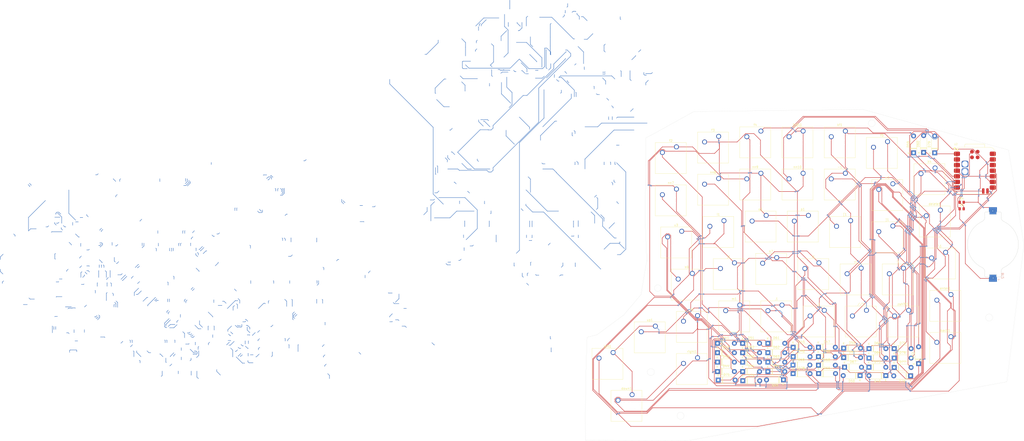
<source format=kicad_pcb>
(kicad_pcb (version 20241229) (generator "pcbnew") (generator_version "9.0")
  (layers (0 "F.Cu" signal) (2 "B.Cu" signal) (13 "F.Paste" user) (15 "B.Paste" user) (5 "F.SilkS" user "F.Silkscreen") (7 "B.SilkS" user "B.Silkscreen") (1 "F.Mask" user) (3 "B.Mask" user) (25 "Edge.Cuts" user))
  (net 0 "")
  (net 1 "/right/c5")
  (net 2 "Net-(D73-A)")
  (net 3 "/middle/c2")
  (net 4 "/middle/c3")
  (net 5 "Net-(D101-A)")
  (net 6 "/right/c0")
  (net 7 "Net-(D57-A)")
  (net 8 "/right/c4")
  (net 9 "Net-(D66-A)")
  (net 10 "/middle/c4")
  (net 11 "Net-(D107-A)")
  (net 12 "Net-(D63-A)")
  (net 13 "/middle/c1")
  (net 14 "Net-(D69-A)")
  (net 15 "Net-(D87-A)")
  (net 16 "/left/pin")
  (net 17 "/right/pin")
  (net 18 "/left/VBAT1")
  (net 19 "/right/VBAT2")
  (net 20 "/middle/VBAT3")
  (net 21 "Net-(D68-A)")
  (net 22 "Net-(D71-A)")
  (net 23 "/left/c1")
  (net 24 "Net-(D9-A)")
  (net 25 "/left/c3")
  (net 26 "Net-(D33-A)")
  (net 27 "Net-(D79-A)")
  (net 28 "/right/c6")
  (net 29 "Net-(D21-A)")
  (net 30 "Net-(D4-A)")
  (net 31 "/left/c0")
  (net 32 "Net-(D22-A)")
  (net 33 "Net-(D109-A)")
  (net 34 "Net-(D108-A)")
  (net 35 "Net-(D1-A)")
  (net 36 "/left/r1")
  (net 37 "Net-(D2-A)")
  (net 38 "/left/r2")
  (net 39 "Net-(D3-A)")
  (net 40 "/left/r3")
  (net 41 "Net-(D5-A)")
  (net 42 "Net-(D6-A)")
  (net 43 "Net-(D7-A)")
  (net 44 "Net-(D8-A)")
  (net 45 "Net-(D10-A)")
  (net 46 "Net-(D11-A)")
  (net 47 "Net-(D12-A)")
  (net 48 "Net-(D13-A)")
  (net 49 "Net-(D14-A)")
  (net 50 "Net-(D15-A)")
  (net 51 "Net-(D17-A)")
  (net 52 "Net-(D18-A)")
  (net 53 "Net-(D19-A)")
  (net 54 "/left/r5")
  (net 55 "Net-(D23-A)")
  (net 56 "Net-(D24-A)")
  (net 57 "Net-(D25-A)")
  (net 58 "Net-(D26-A)")
  (net 59 "Net-(D27-A)")
  (net 60 "Net-(D28-A)")
  (net 61 "Net-(D29-A)")
  (net 62 "Net-(D32-A)")
  (net 63 "Net-(D37-A)")
  (net 64 "Net-(D38-A)")
  (net 65 "Net-(D39-A)")
  (net 66 "Net-(D40-A)")
  (net 67 "Net-(D41-A)")
  (net 68 "Net-(D42-A)")
  (net 69 "/right/r1")
  (net 70 "/right/r2")
  (net 71 "Net-(D43-A)")
  (net 72 "Net-(D44-A)")
  (net 73 "/right/r3")
  (net 74 "Net-(D45-A)")
  (net 75 "Net-(D46-A)")
  (net 76 "/right/r5")
  (net 77 "Net-(D47-A)")
  (net 78 "Net-(D48-A)")
  (net 79 "Net-(D49-A)")
  (net 80 "Net-(D50-A)")
  (net 81 "Net-(D51-A)")
  (net 82 "Net-(D52-A)")
  (net 83 "Net-(D53-A)")
  (net 84 "Net-(D54-A)")
  (net 85 "Net-(D55-A)")
  (net 86 "Net-(D56-A)")
  (net 87 "Net-(D58-A)")
  (net 88 "Net-(D59-A)")
  (net 89 "Net-(D60-A)")
  (net 90 "Net-(D61-A)")
  (net 91 "Net-(D62-A)")
  (net 92 "Net-(D64-A)")
  (net 93 "Net-(D65-A)")
  (net 94 "Net-(D67-A)")
  (net 95 "Net-(D70-A)")
  (net 96 "Net-(D72-A)")
  (net 97 "Net-(D74-A)")
  (net 98 "Net-(D75-A)")
  (net 99 "Net-(D76-A)")
  (net 100 "Net-(D77-A)")
  (net 101 "Net-(D78-A)")
  (net 102 "/middle/r0")
  (net 103 "/middle/r1")
  (net 104 "Net-(D82-A)")
  (net 105 "/middle/r2")
  (net 106 "/middle/r3")
  (net 107 "Net-(D83-A)")
  (net 108 "Net-(D84-A)")
  (net 109 "/middle/r4")
  (net 110 "/middle/r5")
  (net 111 "Net-(D90-A)")
  (net 112 "Net-(D95-A)")
  (net 113 "Net-(D98-A)")
  (net 114 "Net-(D100-A)")
  (net 115 "Net-(D102-A)")
  (net 116 "Net-(D104-A)")
  (net 117 "Net-(D105-A)")
  (net 118 "/left/c2")
  (net 119 "/middle/c0")
  (net 120 "/left/r0")
  (net 122 "/right/r0")
  (net 128 "GND1")
  (net 129 "GND2")
  (net 130 "GND3")
  (footprint "Button_Switch_Keyboard:SW_Cherry_MX_1.00u_PCB" (layer "F.Cu") (at 292.36625 77.77)
    (property "Reference" "f10\\1")
    (property "Value" "SW_Push")
  )
  (footprint "Diode_THT:D_DO-41_SOD81_P7.62mm_Horizontal" (layer "F.Cu") (at 265.09625 177.87875)
    (property "Reference" "D52")
    (property "Value" "D")
  )
  (footprint "Diode_THT:D_DO-41_SOD81_P7.62mm_Horizontal" (layer "F.Cu") (at 340.87625 188.32875 180)
    (property "Reference" "D70")
    (property "Value" "D")
  )
  (footprint "Diode_THT:D_DO-41_SOD81_P7.62mm_Horizontal" (layer "F.Cu") (at 253.72625 186.37875)
    (property "Reference" "D44")
    (property "Value" "D")
  )
  (footprint "Diode_THT:D_DO-41_SOD81_P7.62mm_Horizontal" (layer "F.Cu") (at 276.46625 182.12875)
    (property "Reference" "D63")
    (property "Value" "D")
  )
  (footprint "Button_Switch_Keyboard:SW_Cherry_MX_1.00u_PCB" (layer "F.Cu") (at 254.26625 80.15125)
    (property "Reference" "f3")
    (property "Value" "SW_Push")
  )
  (footprint "Button_Switch_Keyboard:SW_Cherry_MX_1.00u_PCB" (layer "F.Cu") (at 242.36 142.06375)
    (property "Reference" "h9")
    (property "Value" "SW_Push")
  )
  (footprint "Button_Switch_Keyboard:SW_Cherry_MX_1.00u_PCB" (layer "F.Cu") (at 294.7475 115.87)
    (property "Reference" "p1")
    (property "Value" "SW_Push")
  )
  (footprint "Button_Switch_Keyboard:SW_Cherry_MX_1.00u_PCB" (layer "F.Cu") (at 318.56 139.6825)
    (property "Reference" ";1")
    (property "Value" "SW_Push")
  )
  (footprint "Button_Switch_Keyboard:SW_Cherry_MX_1.00u_PCB" (layer "F.Cu") (at 337.61 139.6825)
    (property "Reference" "'1")
    (property "Value" "SW_Push")
  )
  (footprint "Library:modified-XIAO-nRF52840-SMD" (layer "F.Cu") (at 369.8775 95.65725)
    (property "Reference" "U2")
    (property "Value" "XIAO-nRF52840-SMD")
  )
  (footprint "Button_Switch_Keyboard:SW_Cherry_MX_1.00u_PCB" (layer "F.Cu") (at 275.6975 115.87)
    (property "Reference" "o1")
    (property "Value" "SW_Push")
  )
  (footprint "Button_Switch_Keyboard:SW_Cherry_MX_1.00u_PCB" (layer "F.Cu") (at 299.51 137.30125)
    (property "Reference" "l1")
    (property "Value" "SW_Push")
  )
  (footprint "Diode_THT:D_DO-41_SOD81_P7.62mm_Horizontal" (layer "F.Cu") (at 276.46625 177.87875)
    (property "Reference" "D62")
    (property "Value" "D")
  )
  (footprint "Diode_THT:D_DO-41_SOD81_P7.62mm_Horizontal" (layer "F.Cu") (at 299.27625 183.52875)
    (property "Reference" "D68")
    (property "Value" "D")
  )
  (footprint "Diode_THT:D_DO-41_SOD81_P7.62mm_Horizontal" (layer "F.Cu") (at 265.09625 182.12875)
    (property "Reference" "D53")
    (property "Value" "D")
  )
  (footprint "Diode_THT:D_DO-41_SOD81_P7.62mm_Horizontal" (layer "F.Cu") (at 329.67625 188.22875 180)
    (property "Reference" "D49")
    (property "Value" "D")
  )
  (footprint "Diode_THT:D_DO-41_SOD81_P7.62mm_Horizontal" (layer "F.Cu") (at 344.47625 182.82875 90)
    (property "Reference" "D72")
    (property "Value" "D")
  )
  (footprint "Diode_THT:D_DO-41_SOD81_P7.62mm_Horizontal" (layer "F.Cu") (at 322.05625 184.42875)
    (property "Reference" "D73")
    (property "Value" "D")
  )
  (footprint "Diode_THT:D_DO-41_SOD81_P7.62mm_Horizontal" (layer "F.Cu") (at 333.45625 176.02875)
    (property "Reference" "D75")
    (property "Value" "D")
  )
  (footprint "Button_Switch_Keyboard:SW_Cherry_MX_1.00u_PCB" (layer "F.Cu") (at 235.21625 103.96375)
    (property "Reference" "nn7")
    (property "Value" "SW_Push")
  )
  (footprint "Diode_THT:D_DO-41_SOD81_P7.62mm_Horizontal" (layer "F.Cu") (at 311.07625 184.42875)
    (property "Reference" "D67")
    (property "Value" "D")
  )
  (footprint "Diode_THT:D_DO-41_SOD81_P7.62mm_Horizontal" (layer "F.Cu") (at 287.86625 175.42875)
    (property "Reference" "D45")
    (property "Value" "D")
  )
  (footprint "Button_Switch_Keyboard:SW_Cherry_MX_1.00u_PCB" (layer "F.Cu") (at 237.5975 123.01375)
    (property "Reference" "u3")
    (property "Value" "SW_Push")
  )
  (footprint "Diode_THT:D_DO-41_SOD81_P7.62mm_Horizontal" (layer "F.Cu") (at 287.86625 179.67875)
    (property "Reference" "D46")
    (property "Value" "D")
  )
  (footprint "Diode_THT:D_DO-41_SOD81_P7.62mm_Horizontal" (layer "F.Cu") (at 253.72625 182.12875)
    (property "Reference" "D43")
    (property "Value" "D")
  )
  (footprint "Diode_THT:D_DO-41_SOD81_P7.62mm_Horizontal" (layer "F.Cu") (at 299.26625 175.42875)
    (property "Reference" "D47")
    (property "Value" "D")
  )
  (footprint "Diode_THT:D_DO-41_SOD81_P7.62mm_Horizontal" (layer "F.Cu") (at 310.67625 175.82875)
    (property "Reference" "D56")
    (property "Value" "D")
  )
  (footprint "Button_Switch_Keyboard:SW_Cherry_MX_1.00u_PCB" (layer "F.Cu") (at 225.69125 165.87625)
    (property "Reference" "up1")
    (property "Value" "SW_Push")
  )
  (footprint "Button_Switch_Keyboard:SW_Cherry_MX_1.00u_PCB" (layer "F.Cu") (at 356.66 132.53875)
    (property "Reference" "\\1")
    (property "Value" "SW_Push")
  )
  (footprint "Diode_THT:D_DO-41_SOD81_P7.62mm_Horizontal" (layer "F.Cu") (at 265.09625 186.37875)
    (property "Reference" "D54")
    (property "Value" "D")
  )
  (footprint "Button_Switch_Keyboard:SW_Cherry_MX_1.00u_PCB" (layer "F.Cu") (at 311.41625 96.82)
    (property "Reference" "-1")
    (property "Value" "SW_Push")
  )
  (footprint "Diode_THT:D_DO-41_SOD81_P7.62mm_Horizontal" (layer "F.Cu") (at 342.21375 87.6125 90)
    (property "Reference" "D59")
    (property "Value" "D")
  )
  (footprint "Button_Switch_Keyboard:SW_Cherry_MX_1.00u_PCB" (layer "F.Cu") (at 339.99125 158.7325)
    (property "Reference" "zshift1")
    (property "Value" "SW_Push")
  )
  (footprint "Diode_THT:D_DO-41_SOD81_P7.62mm_Horizontal" (layer "F.Cu") (at 310.67625 180.07875)
    (property "Reference" "D57")
    (property "Value" "D")
  )
  (footprint "Button_Switch_Keyboard:SW_Cherry_MX_1.00u_PCB" (layer "F.Cu") (at 313.7975 118.25125)
    (property "Reference" "[1")
    (property "Value" "SW_Push")
  )
  (footprint "Diode_THT:D_DO-41_SOD81_P7.62mm_Horizontal" (layer "F.Cu") (at 322.08625 176.02875)
    (property "Reference" "D65")
    (property "Value" "D")
  )
  (footprint "Button_Switch_Keyboard:SW_Cherry_MX_1.00u_PCB" (layer "F.Cu") (at 206.64125 177.7825)
    (property "Reference" "left1")
    (property "Value" "SW_Push")
  )
  (footprint "Button_Switch_Keyboard:SW_Cherry_MX_1.00u_PCB" (layer "F.Cu") (at 273.31625 96.82)
    (property "Reference" "nn9")
    (property "Value" "SW_Push")
  )
  (footprint "Diode_THT:D_DO-41_SOD81_P7.62mm_Horizontal" (layer "F.Cu") (at 346.745 87.4325 90)
    (property "Reference" "D60")
    (property "Value" "D")
  )
  (footprint "Button_Switch_Keyboard:SW_Cherry_MX_1.00u_PCB" (layer "F.Cu") (at 359.04125 170.63875)
    (property "Reference" "back1")
    (property "Value" "SW_Push")
  )
  (footprint "Button_Switch_Keyboard:SW_Cherry_MX_1.00u_PCB" (layer "F.Cu") (at 244.74125 161.11375)
    (property "Reference" "n1")
    (property "Value" "SW_Push")
  )
  (footprint "Diode_THT:D_DO-41_SOD81_P7.62mm_Horizontal" (layer "F.Cu") (at 276.46625 173.62875)
    (property "Reference" "D61")
    (property "Value" "D")
  )
  (footprint "Button_Switch_Keyboard:SW_Cherry_MX_1.00u_PCB" (layer "F.Cu") (at 359.04125 151.58875)
    (property "Reference" "enter1")
    (property "Value" "SW_Push")
  )
  (footprint "Button_Switch_Keyboard:SW_Cherry_MX_1.00u_PCB" (layer "F.Cu") (at 263.79125 156.35125)
    (property "Reference" "m1")
    (property "Value" "SW_Push")
  )
  (footprint "Diode_THT:D_DO-41_SOD81_P7.62mm_Horizontal" (layer "F.Cu") (at 333.45625 184.52875)
    (property "Reference" "D77")
    (property "Value" "D")
  )
  (footprint "Resistor_SMD:R_0805_2012Metric" (layer "F.Cu") (at 363.88875 112.87875)
    (property "Reference" "R3")
    (property "Value" "R")
  )
  (footprint "Button_Switch_Keyboard:SW_Cherry_MX_1.00u_PCB" (layer "F.Cu") (at 215.21375 196.8325)
    (property "Reference" "down1")
    (property "Value" "SW_Push")
  )
  (footprint "Button_Switch_Keyboard:SW_Cherry_MX_1.00u_PCB" (layer "F.Cu") (at 330.46625 82.5325)
    (property "Reference" "f5")
    (property "Value" "SW_Push")
  )
  (footprint "Button_Switch_Keyboard:SW_Cherry_MX_1.00u_PCB" (layer "F.Cu") (at 301.89125 158.7325)
    (property "Reference" ".1")
    (property "Value" "SW_Push")
  )
  (footprint "Diode_THT:D_DO-41_SOD81_P7.62mm_Horizontal" (layer "F.Cu") (at 276.46625 186.37875)
    (property "Reference" "D64")
    (property "Value" "D")
  )
  (footprint "Diode_THT:D_DO-41_SOD81_P7.62mm_Horizontal" (layer "F.Cu") (at 318.07625 188.22875 180)
    (property "Reference" "D50")
    (property "Value" "D")
  )
  (footprint "Diode_THT:D_DO-41_SOD81_P7.62mm_Horizontal" (layer "F.Cu") (at 283.48625 190.12875 180)
    (property "Reference" "D69")
    (property "Value" "D")
  )
  (footprint "Button_Switch_Keyboard:SW_Cherry_MX_1.00u_PCB" (layer "F.Cu") (at 292.36625 96.82)
    (property "Reference" "nn10")
    (property "Value" "SW_Push")
  )
  (footprint "Button_Switch_Keyboard:SW_Cherry_MX_1.00u_PCB" (layer "F.Cu") (at 351.8975 94.43875)
    (property "Reference" "X4")
    (property "Value" "SW_Push")
  )
  (footprint "Diode_THT:D_DO-41_SOD81_P7.62mm_Horizontal" (layer "F.Cu") (at 322.08625 180.27875)
    (property "Reference" "D66")
    (property "Value" "D")
  )
  (footprint "Button_Switch_Keyboard:SW_Cherry_MX_1.00u_PCB" (layer "F.Cu") (at 280.46 134.92)
    (property "Reference" "k7")
    (property "Value" "SW_Push")
  )
  (footprint "Button_Switch_Keyboard:SW_Cherry_MX_1.00u_PCB" (layer "F.Cu") (at 235.21625 84.91375)
    (property "Reference" "f2")
    (property "Value" "SW_Push")
  )
  (footprint "Button_Switch_Keyboard:SW_Cherry_MX_1.00u_PCB" (layer "F.Cu") (at 354.27875 113.48875)
    (property "Reference" "delete1")
    (property "Value" "SW_Push")
  )
  (footprint "Button_Switch_Keyboard:SW_Cherry_MX_1.00u_PCB" (layer "F.Cu") (at 311.41625 77.77)
    (property "Reference" "kf1")
    (property "Value" "SW_Push")
  )
  (footprint "Diode_THT:D_DO-41_SOD81_P7.62mm_Horizontal" (layer "F.Cu") (at 287.77625 183.42875)
    (property "Reference" "D58")
    (property "Value" "D")
  )
  (footprint "Button_Switch_Keyboard:SW_Cherry_MX_1.00u_PCB" (layer "F.Cu") (at 244.74125 180.16375)
    (property "Reference" "right1")
    (property "Value" "SW_Push")
  )
  (footprint "Diode_THT:D_DO-41_SOD81_P7.62mm_Horizontal" (layer "F.Cu") (at 351.73875 87.6125 90)
    (property "Reference" "D79")
    (property "Value" "D")
  )
  (footprint "Diode_THT:D_DO-41_SOD81_P7.62mm_Horizontal" (layer "F.Cu") (at 299.36625 187.27875)
    (property "Reference" "D55")
    (property "Value" "D")
  )
  (footprint "Button_Switch_Keyboard:SW_Cherry_MX_1.00u_PCB" (layer "F.Cu") (at 332.8475 120.6325)
    (property "Reference" "]1")
    (property "Value" "SW_Push")
  )
  (footprint "Resistor_SMD:R_0805_2012Metric" (layer "F.Cu") (at 363.88875 109.92875)
    (property "Reference" "R4")
    (property "Value" "R")
  )
  (footprint "Diode_THT:D_DO-41_SOD81_P7.62mm_Horizontal" (layer "F.Cu") (at 265.15625 190.52875)
    (property "Reference" "D74")
    (property "Value" "D")
  )
  (footprint "Diode_THT:D_DO-41_SOD81_P7.62mm_Horizontal" (layer "F.Cu") (at 253.72625 177.87875)
    (property "Reference" "D42")
    (property "Value" "D")
  )
  (footprint "Diode_THT:D_DO-41_SOD81_P7.62mm_Horizontal" (layer "F.Cu") (at 254.06625 190.22875)
    (property "Reference" "D71")
    (property "Value" "D")
  )
  (footprint "Diode_THT:D_DO-41_SOD81_P7.62mm_Horizontal" (layer "F.Cu") (at 287.85625 187.32875)
    (property "Reference" "D78")
    (property "Value" "D")
  )
  (footprint "Diode_THT:D_DO-41_SOD81_P7.62mm_Horizontal" (layer "F.Cu") (at 333.45625 180.27875)
    (property "Reference" "D76")
    (property "Value" "D")
  )
  (footprint "Button_Switch_Keyboard:SW_Cherry_MX_1.00u_PCB" (layer "F.Cu") (at 320.94125 158.7325)
    (property "Reference" "//1")
    (property "Value" "SW_Push")
  )
  (footprint "Button_Switch_Keyboard:SW_Cherry_MX_1.00u_PCB" (layer "F.Cu") (at 332.8475 101.5825)
    (property "Reference" "=1")
    (property "Value" "SW_Push")
  )
  (footprint "Diode_THT:D_DO-41_SOD81_P7.62mm_Horizontal" (layer "F.Cu") (at 265.09625 173.62875)
    (property "Reference" "D51")
    (property "Value" "D")
  )
  (footprint "Button_Switch_Keyboard:SW_Cherry_MX_1.00u_PCB" (layer "F.Cu") (at 282.84125 156.35125)
    (property "Reference" ",1")
    (property "Value" "SW_Push")
  )
  (footprint "Button_Switch_Keyboard:SW_Cherry_MX_1.00u_PCB" (layer "F.Cu") (at 256.6475 118.25125)
    (property "Reference" "i1")
    (property "Value" "SW_Push")
  )
  (footprint "Diode_THT:D_DO-41_SOD81_P7.62mm_Horizontal" (layer "F.Cu") (at 299.26625 179.67875)
    (property "Reference" "D48")
    (property "Value" "D")
  )
  (footprint "Diode_THT:D_DO-41_SOD81_P7.62mm_Horizontal" (layer "F.Cu") (at 253.72625 173.62875)
    (property "Reference" "D41")
    (property "Value" "D")
  )
  (footprint "Button_Switch_Keyboard:SW_Cherry_MX_1.00u_PCB" (layer "F.Cu") (at 273.31625 77.77)
    (property "Reference" "f4")
    (property "Value" "SW_Push")
  )
  (footprint "Button_Switch_Keyboard:SW_Cherry_MX_1.00u_PCB" (layer "F.Cu") (at 254.26625 99.20125)
    (property "Reference" "nn8")
    (property "Value" "SW_Push")
  )
  (footprint "Button_Switch_Keyboard:SW_Cherry_MX_1.00u_PCB" (layer "F.Cu") (at 261.41 137.30125)
    (property "Reference" "j1")
    (property "Value" "SW_Push")
  )
  (footprint "Battery:BatteryHolder_Keystone_1057_1x2032" (layer "B.Cu") (at 378 129 90)
    (property "Reference" "BT2")
    (property "Value" "Battery")
    (fp_line (start 0 -11.499999) (end -1.858308 -11.348862) (stroke (width 0.1)) (layer "Edge.Cuts"))
    (fp_line (start 1.858309 -11.348862) (end 0 -11.499999) (stroke (width 0.1)) (layer "Edge.Cuts"))
    (fp_line (start -1.858308 -11.348862) (end -3.667773 -10.899423) (stroke (width 0.1)) (layer "Edge.Cuts"))
    (fp_line (start 3.667774 -10.899423) (end 1.858309 -11.348862) (stroke (width 0.1)) (layer "Edge.Cuts"))
    (fp_line (start -3.667773 -10.899423) (end -5.38083 -10.163495) (stroke (width 0.1)) (layer "Edge.Cuts"))
    (fp_line (start 5.380831 -10.163495) (end 3.667774 -10.899423) (stroke (width 0.1)) (layer "Edge.Cuts"))
    (fp_line (start -5.38083 -10.163495) (end -6.952454 -9.160423) (stroke (width 0.1)) (layer "Edge.Cuts"))
    (fp_line (start 6.952455 -9.160423) (end 5.380831 -10.163495) (stroke (width 0.1)) (layer "Edge.Cuts"))
    (fp_line (start -6.952454 -9.160423) (end -8.341335 -7.916571) (stroke (width 0.1)) (layer "Edge.Cuts"))
    (fp_line (start 8.341336 -7.916571) (end 6.952455 -9.160423) (stroke (width 0.1)) (layer "Edge.Cuts"))
    (fp_line (start -8.341335 -7.916571) (end -9.510966 -6.464635) (stroke (width 0.1)) (layer "Edge.Cuts"))
    (fp_line (start 9.510967 -6.464635) (end 8.341336 -7.916571) (stroke (width 0.1)) (layer "Edge.Cuts"))
    (fp_line (start -9.510966 -6.464635) (end -10.430603 -4.842777) (stroke (width 0.1)) (layer "Edge.Cuts"))
    (fp_line (start 10.430604 -4.842777) (end 9.510967 -6.464635) (stroke (width 0.1)) (layer "Edge.Cuts"))
    (fp_line (start -10.430603 -4.842777) (end -10.59054 -4.560715) (stroke (width 0.1)) (layer "Edge.Cuts"))
    (fp_line (start 10.590541 -4.560715) (end 10.430604 -4.842777) (stroke (width 0.1)) (layer "Edge.Cuts"))
    (fp_line (start -10.59054 -4.560715) (end -10.793954 -4.308204) (stroke (width 0.1)) (layer "Edge.Cuts"))
    (fp_line (start 10.793955 -4.308204) (end 10.590541 -4.560715) (stroke (width 0.1)) (layer "Edge.Cuts"))
    (fp_line (start -10.793954 -4.308204) (end -11.035498 -4.091882) (stroke (width 0.1)) (layer "Edge.Cuts"))
    (fp_line (start 11.035499 -4.091882) (end 10.793955 -4.308204) (stroke (width 0.1)) (layer "Edge.Cuts"))
    (fp_line (start -11.035498 -4.091882) (end -11.308824 -3.917434) (stroke (width 0.1)) (layer "Edge.Cuts"))
    (fp_line (start 11.308825 -3.917434) (end 11.035499 -4.091882) (stroke (width 0.1)) (layer "Edge.Cuts"))
    (fp_line (start -11.308824 -3.917434) (end -11.606747 -3.789447) (stroke (width 0.1)) (layer "Edge.Cuts"))
    (fp_line (start 11.606748 -3.789447) (end 11.308825 -3.917434) (stroke (width 0.1)) (layer "Edge.Cuts"))
    (fp_line (start -11.606747 -3.789447) (end -11.921437 -3.711284) (stroke (width 0.1)) (layer "Edge.Cuts"))
    (fp_line (start 11.921438 -3.711284) (end 11.606748 -3.789447) (stroke (width 0.1)) (layer "Edge.Cuts"))
    (fp_line (start -11.921437 -3.711284) (end -12.244621 -3.684999) (stroke (width 0.1)) (layer "Edge.Cuts"))
    (fp_line (start 12.244622 -3.684999) (end 11.921438 -3.711284) (stroke (width 0.1)) (layer "Edge.Cuts"))
    (fp_line (start -12.244621 -3.684999) (end -14.3 -3.684899) (stroke (width 0.1)) (layer "Edge.Cuts"))
    (fp_line (start 14.3 -3.682793) (end 12.244622 -3.684999) (stroke (width 0.1)) (layer "Edge.Cuts"))
    (fp_line (start -14.7 -3.284899) (end -14.7 -2.084949) (stroke (width 0.1)) (layer "Edge.Cuts"))
    (fp_line (start 14.7 -2.082843) (end 14.7 -3.282793) (stroke (width 0.1)) (layer "Edge.Cuts"))
    (fp_line (start 13.5 -1.684949) (end 14.3 -1.68505) (stroke (width 0.1)) (layer "Edge.Cuts"))
    (fp_line (start -13.5 -1.684949) (end -13.5 1.68505) (stroke (width 0.1)) (layer "Edge.Cuts"))
    (fp_line (start -14.3 -1.684949) (end -13.5 -1.684949) (stroke (width 0.1)) (layer "Edge.Cuts"))
    (fp_line (start 14.3 1.68505) (end 13.5 1.68505) (stroke (width 0.1)) (layer "Edge.Cuts"))
    (fp_line (start 13.5 1.68505) (end 13.5 -1.684949) (stroke (width 0.1)) (layer "Edge.Cuts"))
    (fp_line (start -13.5 1.68505) (end -14.3 1.68505) (stroke (width 0.1)) (layer "Edge.Cuts"))
    (fp_line (start -14.7 2.08505) (end -14.7 3.285) (stroke (width 0.1)) (layer "Edge.Cuts"))
    (fp_line (start 14.7 3.285) (end 14.7 2.08505) (stroke (width 0.1)) (layer "Edge.Cuts"))
    (fp_line (start 12.244622 3.685) (end 14.3 3.685) (stroke (width 0.1)) (layer "Edge.Cuts"))
    (fp_line (start -12.244621 3.685) (end -11.921437 3.711285) (stroke (width 0.1)) (layer "Edge.Cuts"))
    (fp_line (start -14.3 3.685) (end -12.244621 3.685) (stroke (width 0.1)) (layer "Edge.Cuts"))
    (fp_line (start 11.921438 3.711285) (end 12.244622 3.685) (stroke (width 0.1)) (layer "Edge.Cuts"))
    (fp_line (start -11.921437 3.711285) (end -11.606747 3.789448) (stroke (width 0.1)) (layer "Edge.Cuts"))
    (fp_line (start 11.606748 3.789448) (end 11.921438 3.711285) (stroke (width 0.1)) (layer "Edge.Cuts"))
    (fp_line (start -11.606747 3.789448) (end -11.308824 3.917435) (stroke (width 0.1)) (layer "Edge.Cuts"))
    (fp_line (start 11.308825 3.917435) (end 11.606748 3.789448) (stroke (width 0.1)) (layer "Edge.Cuts"))
    (fp_line (start -11.308824 3.917435) (end -11.035498 4.091883) (stroke (width 0.1)) (layer "Edge.Cuts"))
    (fp_line (start 11.035499 4.091883) (end 11.308825 3.917435) (stroke (width 0.1)) (layer "Edge.Cuts"))
    (fp_line (start -11.035498 4.091883) (end -10.793954 4.308205) (stroke (width 0.1)) (layer "Edge.Cuts"))
    (fp_line (start 10.793955 4.308205) (end 11.035499 4.091883) (stroke (width 0.1)) (layer "Edge.Cuts"))
    (fp_line (start -10.793954 4.308205) (end -10.59054 4.560716) (stroke (width 0.1)) (layer "Edge.Cuts"))
    (fp_line (start 10.590541 4.560716) (end 10.793955 4.308205) (stroke (width 0.1)) (layer "Edge.Cuts"))
    (fp_line (start -10.59054 4.560716) (end -10.430603 4.842778) (stroke (width 0.1)) (layer "Edge.Cuts"))
    (fp_line (start 10.430604 4.842778) (end 10.590541 4.560716) (stroke (width 0.1)) (layer "Edge.Cuts"))
    (fp_line (start -10.430603 4.842778) (end -9.510966 6.464636) (stroke (width 0.1)) (layer "Edge.Cuts"))
    (fp_line (start 9.510967 6.464636) (end 10.430604 4.842778) (stroke (width 0.1)) (layer "Edge.Cuts"))
    (fp_line (start -9.510966 6.464636) (end -8.341335 7.916572) (stroke (width 0.1)) (layer "Edge.Cuts"))
    (fp_line (start 8.341336 7.916572) (end 9.510967 6.464636) (stroke (width 0.1)) (layer "Edge.Cuts"))
    (fp_line (start -8.341335 7.916572) (end -6.952454 9.160424) (stroke (width 0.1)) (layer "Edge.Cuts"))
    (fp_line (start 6.952455 9.160424) (end 8.341336 7.916572) (stroke (width 0.1)) (layer "Edge.Cuts"))
    (fp_line (start -6.952454 9.160424) (end -5.38083 10.163496) (stroke (width 0.1)) (layer "Edge.Cuts"))
    (fp_line (start 5.380831 10.163496) (end 6.952455 9.160424) (stroke (width 0.1)) (layer "Edge.Cuts"))
    (fp_line (start -5.38083 10.163496) (end -3.667773 10.899424) (stroke (width 0.1)) (layer "Edge.Cuts"))
    (fp_line (start 3.667774 10.899424) (end 5.380831 10.163496) (stroke (width 0.1)) (layer "Edge.Cuts"))
    (fp_line (start -3.667773 10.899424) (end -1.858308 11.348863) (stroke (width 0.1)) (layer "Edge.Cuts"))
    (fp_line (start 1.858309 11.348863) (end 3.667774 10.899424) (stroke (width 0.1)) (layer "Edge.Cuts"))
    (fp_line (start -1.858308 11.348863) (end 0 11.5) (stroke (width 0.1)) (layer "Edge.Cuts"))
    (fp_line (start 0 11.5) (end 1.858309 11.348863) (stroke (width 0.1)) (layer "Edge.Cuts"))
    (fp_arc (start 14.3 -3.682793) (mid 14.58284 -3.565635) (end 14.7 -3.282793) (stroke (width 0.1)) (layer "Edge.Cuts"))
    (fp_arc (start -14.7 -3.284899) (mid -14.582843 -3.567742) (end -14.3 -3.684899) (stroke (width 0.1)) (layer "Edge.Cuts"))
    (fp_arc (start 14.7 -2.08505) (mid 14.58286 -1.802175) (end 14.3 -1.68505) (stroke (width 0.1)) (layer "Edge.Cuts"))
    (fp_arc (start -14.3 -1.684949) (mid -14.582843 -1.802106) (end -14.7 -2.084949) (stroke (width 0.1)) (layer "Edge.Cuts"))
    (fp_arc (start 14.3 1.68505) (mid 14.582843 1.802207) (end 14.7 2.08505) (stroke (width 0.1)) (layer "Edge.Cuts"))
    (fp_arc (start -14.7 2.08505) (mid -14.582843 1.802207) (end -14.3 1.68505) (stroke (width 0.1)) (layer "Edge.Cuts"))
    (fp_arc (start 14.7 3.285) (mid 14.582843 3.567843) (end 14.3 3.685) (stroke (width 0.1)) (layer "Edge.Cuts"))
    (fp_arc (start -14.3 3.685) (mid -14.582843 3.567843) (end -14.7 3.285) (stroke (width 0.1)) (layer "Edge.Cuts"))
  )
  (gr_line (start 385.06 86.33) (end 392 129) (stroke (width 0.05)) (layer "Edge.Cuts"))
  (gr_line (start 221.439999 84.16) (end 221.41 80.84) (stroke (width 0.05)) (layer "Edge.Cuts"))
  (gr_line (start 221.19 106.449976) (end 221.189999 120.18) (stroke (width 0.05)) (layer "Edge.Cuts"))
  (gr_line (start 221.41 80.84) (end 224.094051 79.472929) (stroke (width 0.05)) (layer "Edge.Cuts"))
  (gr_line (start 392 129) (end 384.29 190.99) (stroke (width 0.05)) (layer "Edge.Cuts"))
  (gr_line (start 219.223238 151.609458) (end 211.449999 160.83) (stroke (width 0.05)) (layer "Edge.Cuts"))
  (gr_line (start 194.149999 206.51) (end 194.2 217.45) (stroke (width 0.05)) (layer "Edge.Cuts"))
  (gr_circle (center 237.06 206.36) (end 237.13 204.77) (stroke (width 0.05)) (fill no) (layer "Edge.Cuts"))
  (gr_line (start 199.404998 169.76) (end 194.89 170.88) (stroke (width 0.05)) (layer "Edge.Cuts"))
  (gr_line (start 384.29 190.99) (end 239.94 217.68) (stroke (width 0.05)) (layer "Edge.Cuts"))
  (gr_line (start 211.449999 160.83) (end 199.404998 169.76) (stroke (width 0.05)) (layer "Edge.Cuts"))
  (gr_line (start 221.189999 120.18) (end 221.819999 136.3) (stroke (width 0.05)) (layer "Edge.Cuts"))
  (gr_line (start 221.471934 98.300891) (end 221.19 106.449976) (stroke (width 0.05)) (layer "Edge.Cuts"))
  (gr_circle (center 223.69 186.61) (end 223.69 185.03) (stroke (width 0.05)) (fill no) (layer "Edge.Cuts"))
  (gr_line (start 243.044755 68.971715) (end 224.094051 79.472929) (stroke (width 0.05)) (layer "Edge.Cuts"))
  (gr_circle (center 376.28 162.01) (end 376.12 163.61) (stroke (width 0.05)) (fill no) (layer "Edge.Cuts"))
  (gr_line (start 239.94 217.68) (end 194.2 217.45) (stroke (width 0.05)) (layer "Edge.Cuts"))
  (gr_line (start 221.439999 84.16) (end 221.471934 98.300891) (stroke (width 0.05)) (layer "Edge.Cuts"))
  (gr_circle (center 226.81 148.687508) (end 228.31 148.687508) (stroke (width 0.05)) (fill no) (layer "Edge.Cuts"))
  (gr_line (start 243.044755 68.971715) (end 319.3 67.98) (stroke (width 0.05)) (layer "Edge.Cuts"))
  (gr_line (start 194.25 190.469997) (end 194.149999 206.51) (stroke (width 0.05)) (layer "Edge.Cuts"))
  (gr_line (start 194.89 170.88) (end 194.25 190.469997) (stroke (width 0.05)) (layer "Edge.Cuts"))
  (gr_line (start 221.819999 136.3) (end 219.223238 151.609458) (stroke (width 0.05)) (layer "Edge.Cuts"))
  (gr_circle (center 323.35 74.24) (end 323.35 75.77) (stroke (width 0.05)) (fill no) (layer "Edge.Cuts"))
  (gr_line (start 319.3 67.98) (end 385.06 86.33) (stroke (width 0.05)) (layer "Edge.Cuts"))
  (segment (start 336.260044 134.141331) (end 338.489785 131.91159) (width 0.2) (layer "F.Cu") (net 1))
  (segment (start 335.279796 139.18286) (end 335.279796 135.071314) (width 0.2) (layer "F.Cu") (net 1))
  (segment (start 339.99125 158.7325) (end 339.99125 147.661) (width 0.2) (layer "F.Cu") (net 1))
  (segment (start 334.971328 139.491328) (end 335.279796 139.18286) (width 0.2) (layer "F.Cu") (net 1))
  (segment (start 330.46625 95.736406) (end 330.46625 82.5325) (width 0.2) (layer "F.Cu") (net 1))
  (segment (start 347.10853 104.94) (end 343.892349 108.156181) (width 0.2) (layer "F.Cu") (net 1))
  (segment (start 343.892349 109.057651) (end 343.839922 109.110078) (width 0.2) (layer "F.Cu") (net 1))
  (segment (start 337.61 139.6825) (end 337.7175 139.6825) (width 0.2) (layer "F.Cu") (net 1))
  (segment (start 342.096772 122.283228) (end 341.99 122.39) (width 0.2) (layer "F.Cu") (net 1))
  (segment (start 337.7175 139.6825) (end 338.12 139.28) (width 0.2) (layer "F.Cu") (net 1))
  (segment (start 342.096772 118.134803) (end 342.096772 122.283228) (width 0.2) (layer "F.Cu") (net 1))
  (segment (start 337.61 146.01975) (end 337.61 139.6825) (width 0.2) (layer "F.Cu") (net 1))
  (segment (start 343.0285 109.995713) (end 343.061973 110.029186) (width 0.2) (layer "F.Cu") (net 1))
  (segment (start 334.16 119.42) (end 334.06 119.42) (width 0.2) (layer "F.Cu") (net 1))
  (segment (start 336.2325 120.6325) (end 332.8475 120.6325) (width 0.2) (layer "F.Cu") (net 1))
  (segment (start 335.714922 100.985078) (end 330.46625 95.736406) (width 0.2) (layer "F.Cu") (net 1))
  (segment (start 342.615657 113.675717) (end 343.390846 114.450906) (width 0.2) (layer "F.Cu") (net 1))
  (segment (start 357.31175 104.94) (end 347.10853 104.94) (width 0.2) (layer "F.Cu") (net 1))
  (segment (start 336.477216 139.6825) (end 335.714858 140.444858) (width 0.2) (layer "F.Cu") (net 1))
  (segment (start 338.489785 131.91159) (end 338.489785 131.628743) (width 0.2) (layer "F.Cu") (net 1))
  (segment (start 361.7675 100.73725) (end 360.80875 100.73725) (width 0.2) (layer "F.Cu") (net 1))
  (segment (start 337.725376 130.696094) (end 337.725376 122.125376) (width 0.2) (layer "F.Cu") (net 1))
  (segment (start 337.725376 122.125376) (end 336.2325 120.6325) (width 0.2) (layer "F.Cu") (net 1))
  (segment (start 343.061973 110.029186) (end 343.061973 112.280086) (width 0.2) (layer "F.Cu") (net 1))
  (segment (start 334.799 118.781) (end 334.16 119.42) (width 0.2) (layer "F.Cu") (net 1))
  (segment (start 337.99025 146.4) (end 337.61 146.01975) (width 0.2) (layer "F.Cu") (net 1))
  (segment (start 335.674922 100.945078) (end 335.714922 100.985078) (width 0.2) (layer "F.Cu") (net 1))
  (segment (start 360.80875 100.73725) (end 360.6915 100.62) (width 0.2) (layer "F.Cu") (net 1))
  (segment (start 339.99125 147.661) (end 339.19025 146.86) (width 0.2) (layer "F.Cu") (net 1))
  (segment (start 358.149405 102.380715) (end 358.149405 104.080595) (width 0.2) (layer "F.Cu") (net 1))
  (segment (start 339.020394 120.738237) (end 335.74608 117.463923) (width 0.2) (layer "F.Cu") (net 1))
  (segment (start 334.06 119.42) (end 332.8475 120.6325) (width 0.2) (layer "F.Cu") (net 1))
  (segment (start 357.540875 105.169125) (end 357.31175 104.94) (width 0.2) (layer "F.Cu") (net 1))
  (segment (start 357.029345 101.260655) (end 358.149405 102.380715) (width 0.2) (layer "F.Cu") (net 1))
  (segment (start 335.74608 117.463923) (end 335.74608 117.46392) (width 0.2) (layer "F.Cu") (net 1))
  (segment (start 343.390846 114.450906) (end 343.390846 116.100515) (width 0.2) (layer "F.Cu") (net 1))
  (segment (start 337.61 139.6825) (end 336.477216 139.6825) (width 0.2) (layer "F.Cu") (net 1))
  (segment (start 343.892349 108.156181) (end 343.892349 109.057651) (width 0.2) (layer "F.Cu") (net 1))
  (segment (start 339.81175 105.081908) (end 335.674922 100.945078) (width 0.2) (layer "F.Cu") (net 1))
  (via (at 335.714858 140.444858) (size 0.6) (drill 0.3) (layers "F.Cu" "B.Cu") (net 1))
  (via (at 339.020394 120.738237) (size 0.6) (drill 0.3) (layers "F.Cu" "B.Cu") (net 1))
  (via (at 334.971328 139.491328) (size 0.6) (drill 0.3) (layers "F.Cu" "B.Cu") (net 1))
  (via (at 336.260044 134.141331) (size 0.6) (drill 0.3) (layers "F.Cu" "B.Cu") (net 1))
  (via (at 342.096772 118.134803) (size 0.6) (drill 0.3) (layers "F.Cu" "B.Cu") (net 1))
  (via (at 335.74608 117.46392) (size 0.6) (drill 0.3) (layers "F.Cu" "B.Cu") (net 1))
  (via (at 335.714922 100.985078) (size 0.6) (drill 0.3) (layers "F.Cu" "B.Cu") (net 1))
  (via (at 343.061973 112.280086) (size 0.6) (drill 0.3) (layers "F.Cu" "B.Cu") (net 1))
  (via (at 334.799 118.781) (size 0.6) (drill 0.3) (layers "F.Cu" "B.Cu") (net 1))
  (via (at 338.489785 131.628743) (size 0.6) (drill 0.3) (layers "F.Cu" "B.Cu") (net 1))
  (via (at 337.99025 146.4) (size 0.6) (drill 0.3) (layers "F.Cu" "B.Cu") (net 1))
  (via (at 343.839922 109.110078) (size 0.6) (drill 0.3) (layers "F.Cu" "B.Cu") (net 1))
  (via (at 335.279796 135.071314) (size 0.6) (drill 0.3) (layers "F.Cu" "B.Cu") (net 1))
  (via (at 343.892349 108.156181) (size 0.6) (drill 0.3) (layers "F.Cu" "B.Cu") (net 1))
  (via (at 343.390846 116.100515) (size 0.6) (drill 0.3) (layers "F.Cu" "B.Cu") (net 1))
  (via (at 360.6915 100.62) (size 0.6) (drill 0.3) (layers "F.Cu" "B.Cu") (net 1))
  (via (at 342.615657 113.675717) (size 0.6) (drill 0.3) (layers "F.Cu" "B.Cu") (net 1))
  (via (at 343.0285 109.995713) (size 0.6) (drill 0.3) (layers "F.Cu" "B.Cu") (net 1))
  (via (at 339.81175 105.081908) (size 0.6) (drill 0.3) (layers "F.Cu" "B.Cu") (net 1))
  (via (at 357.029345 101.260655) (size 0.6) (drill 0.3) (layers "F.Cu" "B.Cu") (net 1))
  (via (at 339.19025 146.86) (size 0.6) (drill 0.3) (layers "F.Cu" "B.Cu") (net 1))
  (via (at 358.149405 104.080595) (size 0.6) (drill 0.3) (layers "F.Cu" "B.Cu") (net 1))
  (via (at 357.540875 105.169125) (size 0.6) (drill 0.3) (layers "F.Cu" "B.Cu") (net 1))
  (via (at 337.725376 130.696094) (size 0.6) (drill 0.3) (layers "F.Cu" "B.Cu") (net 1))
  (via (at 341.99 122.39) (size 0.6) (drill 0.3) (layers "F.Cu" "B.Cu") (net 1))
  (segment (start 360.6915 100.62) (end 357.67 100.62) (width 0.2) (layer "B.Cu") (net 1))
  (segment (start 343.061973 113.229401) (end 342.615657 113.675717) (width 0.2) (layer "B.Cu") (net 1))
  (segment (start 335.279796 135.071314) (end 335.330061 135.071314) (width 0.2) (layer "B.Cu") (net 1))
  (segment (start 335.74608 117.83392) (end 334.799 118.781) (width 0.2) (layer "B.Cu") (net 1))
  (segment (start 335.714858 140.234858) (end 334.971328 139.491328) (width 0.2) (layer "B.Cu") (net 1))
  (segment (start 340.838988 105.081908) (end 339.81175 105.081908) (width 0.2) (layer "B.Cu") (net 1))
  (segment (start 335.714858 140.444858) (end 335.714858 140.234858) (width 0.2) (layer "B.Cu") (net 1))
  (segment (start 340.334634 120.734634) (end 339.023997 120.734634) (width 0.2) (layer "B.Cu") (net 1))
  (segment (start 339.023997 120.734634) (end 339.020394 120.738237) (width 0.2) (layer "B.Cu") (net 1))
  (segment (start 343.390846 116.840729) (end 342.096772 118.134803) (width 0.2) (layer "B.Cu") (net 1))
  (segment (start 358.149405 104.080595) (end 358.149405 104.560595) (width 0.2) (layer "B.Cu") (net 1))
  (segment (start 343.892349 108.156181) (end 343.892349 108.135269) (width 0.2) (layer "B.Cu") (net 1))
  (segment (start 338.489785 131.460503) (end 337.725376 130.696094) (width 0.2) (layer "B.Cu") (net 1))
  (segment (start 335.74608 117.46392) (end 335.74608 117.83392) (width 0.2) (layer "B.Cu") (net 1))
  (segment (start 343.061973 112.280086) (end 343.061973 113.229401) (width 0.2) (layer "B.Cu") (net 1))
  (segment (start 335.330061 135.071314) (end 336.260044 134.141331) (width 0.2) (layer "B.Cu") (net 1))
  (segment (start 341.99 122.39) (end 340.334634 120.734634) (width 0.2) (layer "B.Cu") (net 1))
  (segment (start 358.149405 104.560595) (end 357.540875 105.169125) (width 0.2) (layer "B.Cu") (net 1))
  (segment (start 338.489785 131.628743) (end 338.489785 131.460503) (width 0.2) (layer "B.Cu") (net 1))
  (segment (start 335.714922 100.985078) (end 335.1175 101.5825) (width 0.2) (layer "B.Cu") (net 1))
  (segment (start 338.45025 146.86) (end 337.99025 146.4) (width 0.2) (layer "B.Cu") (net 1))
  (segment (start 357.67 100.62) (end 357.029345 101.260655) (width 0.2) (layer "B.Cu") (net 1))
  (segment (start 343.839922 109.110078) (end 343.839922 109.184291) (width 0.2) (layer "B.Cu") (net 1))
  (segment (start 335.1175 101.5825) (end 332.8475 101.5825) (width 0.2) (layer "B.Cu") (net 1))
  (segment (start 339.19025 146.86) (end 338.45025 146.86) (width 0.2) (layer "B.Cu") (net 1))
  (segment (start 343.390846 116.100515) (end 343.390846 116.840729) (width 0.2) (layer "B.Cu") (net 1))
  (segment (start 343.839922 109.184291) (end 343.0285 109.995713) (width 0.2) (layer "B.Cu") (net 1))
  (segment (start 343.892349 108.135269) (end 340.838988 105.081908) (width 0.2) (layer "B.Cu") (net 1))
  (segment (start 330.202905 156.137095) (end 331.26 155.08) (width 0.2) (layer "F.Cu") (net 2))
  (segment (start 326.822892 165.632892) (end 326.822892 164.313908) (width 0.2) (layer "F.Cu") (net 2))
  (segment (start 328.321186 181.07975) (end 326.959994 179.718558) (width 0.2) (layer "F.Cu") (net 2))
  (segment (start 326.959994 179.718558) (end 326.959994 175.22775) (width 0.2) (layer "F.Cu") (net 2))
  (segment (start 331.26 155.08) (end 331.26 142.2225) (width 0.2) (layer "F.Cu") (net 2))
  (segment (start 329.67625 182.996) (end 328.96 182.27975) (width 0.2) (layer "F.Cu") (net 2))
  (segment (start 329.67625 184.42875) (end 329.67625 182.996) (width 0.2) (layer "F.Cu") (net 2))
  (segment (start 328.783747 161.376594) (end 328.742532 161.335379) (width 0.2) (layer "F.Cu") (net 2))
  (segment (start 328.742532 161.335379) (end 328.742532 158.072644) (width 0.2) (layer "F.Cu") (net 2))
  (segment (start 326.769994 167.382848) (end 326.969997 167.182845) (width 0.2) (layer "F.Cu") (net 2))
  (segment (start 326.769994 174.02775) (end 326.769994 167.382848) (width 0.2) (layer "F.Cu") (net 2))
  (segment (start 326.822892 164.313908) (end 328.306205 162.830595) (width 0.2) (layer "F.Cu") (net 2))
  (via (at 326.769994 174.02775) (size 0.6) (drill 0.3) (layers "F.Cu" "B.Cu") (net 2))
  (via (at 328.96 182.27975) (size 0.6) (drill 0.3) (layers "F.Cu" "B.Cu") (net 2))
  (via (at 326.969997 167.182845) (size 0.6) (drill 0.3) (layers "F.Cu" "B.Cu") (net 2))
  (via (at 328.783747 161.376594) (size 0.6) (drill 0.3) (layers "F.Cu" "B.Cu") (net 2))
  (via (at 326.822892 165.632892) (size 0.6) (drill 0.3) (layers "F.Cu" "B.Cu") (net 2))
  (via (at 328.306205 162.830595) (size 0.6) (drill 0.3) (layers "F.Cu" "B.Cu") (net 2))
  (via (at 330.202905 156.137095) (size 0.6) (drill 0.3) (layers "F.Cu" "B.Cu") (net 2))
  (via (at 328.742532 158.072644) (size 0.6) (drill 0.3) (layers "F.Cu" "B.Cu") (net 2))
  (via (at 328.321186 181.07975) (size 0.6) (drill 0.3) (layers "F.Cu" "B.Cu") (net 2))
  (via (at 326.959994 175.22775) (size 0.6) (drill 0.3) (layers "F.Cu" "B.Cu") (net 2))
  (segment (start 326.959994 174.21775) (end 326.769994 174.02775) (width 0.2) (layer "B.Cu") (net 2))
  (segment (start 328.742532 158.072644) (end 328.742532 157.597468) (width 0.2) (layer "B.Cu") (net 2))
  (segment (start 328.96 182.27975) (end 328.96 181.718564) (width 0.2) (layer "B.Cu") (net 2))
  (segment (start 326.959994 175.22775) (end 326.959994 174.21775) (width 0.2) (layer "B.Cu") (net 2))
  (segment (start 328.306205 162.830595) (end 328.306205 161.854136) (width 0.2) (layer "B.Cu") (net 2))
  (segment (start 328.306205 161.854136) (end 328.783747 161.376594) (width 0.2) (layer "B.Cu") (net 2))
  (segment (start 326.969997 165.779997) (end 326.822892 165.632892) (width 0.2) (layer "B.Cu") (net 2))
  (segment (start 328.742532 157.597468) (end 330.202905 156.137095) (width 0.2) (layer "B.Cu") (net 2))
  (segment (start 328.96 181.718564) (end 328.321186 181.07975) (width 0.2) (layer "B.Cu") (net 2))
  (segment (start 326.969997 167.182845) (end 326.969997 165.779997) (width 0.2) (layer "B.Cu") (net 2))
  (segment (start 144.66 30.31375) (end 148.29375 26.68) (width 0.2) (layer "B.Cu") (net 3))
  (segment (start 183.387959 53.539393) (end 189.15 59.301434) (width 0.2) (layer "B.Cu") (net 3))
  (segment (start 174.735037 53.87) (end 175.64005 52.964987) (width 0.2) (layer "B.Cu") (net 3))
  (segment (start 167.78 49.56) (end 167.78 51.11) (width 0.2) (layer "B.Cu") (net 3))
  (segment (start 165.14 46.92) (end 167.78 49.56) (width 0.2) (layer "B.Cu") (net 3))
  (segment (start 148.29375 26.68) (end 155.14 26.68) (width 0.2) (layer "B.Cu") (net 3))
  (segment (start 164.07 32.37) (end 163.97 32.37) (width 0.2) (layer "B.Cu") (net 3))
  (segment (start 188.15 78.43) (end 188.15 79.68) (width 0.2) (layer "B.Cu") (net 3))
  (segment (start 183.99 137.2785) (end 183.99 138.56) (width 0.2) (layer "B.Cu") (net 3))
  (segment (start 188.77 118.38275) (end 188.77 121.12) (width 0.2) (layer "B.Cu") (net 3))
  (segment (start 182.209393 53.539393) (end 182.902286 52.8465) (width 0.2) (layer "B.Cu") (net 3))
  (segment (start 206.04025 52.8465) (end 207.44125 54.2475) (width 0.2) (layer "B.Cu") (net 3))
  (segment (start 163.97 32.37) (end 163.88 32.46) (width 0.2) (layer "B.Cu") (net 3))
  (segment (start 188.77 121.12) (end 188.82 121.17) (width 0.2) (layer "B.Cu") (net 3))
  (segment (start 189.46 91.7475) (end 189.46 92.8975) (width 0.2) (layer "B.Cu") (net 3))
  (segment (start 189.46 92.8975) (end 189.41 92.9475) (width 0.2) (layer "B.Cu") (net 3))
  (segment (start 165.52 31.21) (end 164.36 32.37) (width 0.2) (layer "B.Cu") (net 3))
  (segment (start 188.82 118.33275) (end 188.77 118.38275) (width 0.2) (layer "B.Cu") (net 3))
  (segment (start 188.15 79.68) (end 188.436048 79.966048) (width 0.2) (layer "B.Cu") (net 3))
  (segment (start 165.52 28.68) (end 165.52 31.21) (width 0.2) (layer "B.Cu") (net 3))
  (segment (start 182.902286 52.8465) (end 206.04025 52.8465) (width 0.2) (layer "B.Cu") (net 3))
  (segment (start 182.209393 53.539393) (end 183.387959 53.539393) (width 0.2) (layer "B.Cu") (net 3))
  (segment (start 183.99 138.56) (end 183.26 139.29) (width 0.2) (layer "B.Cu") (net 3))
  (segment (start 189.15 59.301434) (end 189.15 62.2785) (width 0.2) (layer "B.Cu") (net 3))
  (segment (start 164.36 32.37) (end 164.07 32.37) (width 0.2) (layer "B.Cu") (net 3))
  (segment (start 171.562983 53.87) (end 174.735037 53.87) (width 0.2) (layer "B.Cu") (net 3))
  (segment (start 169.34125 38.644157) (end 169.34125 35.1975) (width 0.2) (layer "B.Cu") (net 4))
  (segment (start 139.68 120.94) (end 139.68 118.39275) (width 0.2) (layer "B.Cu") (net 4))
  (segment (start 133.972245 87.182245) (end 135.192875 88.402875) (width 0.2) (layer "B.Cu") (net 4))
  (segment (start 167.49 26.47) (end 168.1 25.86) (width 0.2) (layer "B.Cu") (net 4))
  (segment (start 131.83 138.18) (end 131.24125 137.59125) (width 0.2) (layer "B.Cu") (net 4))
  (segment (start 171.96 142.87) (end 171.62 142.53) (width 0.2) (layer "B.Cu") (net 4))
  (segment (start 182.97 142.77) (end 182.54 143.2) (width 0.2) (layer "B.Cu") (net 4))
  (segment (start 139.42 131.74375) (end 139.42 130.5) (width 0.2) (layer "B.Cu") (net 4))
  (segment (start 172.162983 46.53275) (end 172.162983 46.332983) (width 0.2) (layer "B.Cu") (net 4))
  (segment (start 133.30225 138.18) (end 131.83 138.18) (width 0.2) (layer "B.Cu") (net 4))
  (segment (start 140.956342 94.918842) (end 138.385 92.3475) (width 0.2) (layer "B.Cu") (net 4))
  (segment (start 172.162983 46.332983) (end 168.945735 43.115735) (width 0.2) (layer "B.Cu") (net 4))
  (segment (start 132.10225 136.98) (end 133.17225 136.98) (width 0.2) (layer "B.Cu") (net 4))
  (segment (start 133.17225 136.98) (end 133.30225 136.85) (width 0.2) (layer "B.Cu") (net 4))
  (segment (start 137.36 109.4565) (end 137.42 109.3965) (width 0.2) (layer "B.Cu") (net 4))
  (segment (start 139.16 124.75575) (end 139.13 124.72575) (width 0.2) (layer "B.Cu") (net 4))
  (segment (start 170.373593 39.6765) (end 169.34125 38.644157) (width 0.2) (layer "B.Cu") (net 4))
  (segment (start 133.582245 87.182245) (end 133.972245 87.182245) (width 0.2) (layer "B.Cu") (net 4))
  (segment (start 173.17 142.87) (end 171.96 142.87) (width 0.2) (layer "B.Cu") (net 4))
  (segment (start 184.04225 142.77) (end 182.97 142.77) (width 0.2) (layer "B.Cu") (net 4))
  (segment (start 139.16 125.92575) (end 139.16 124.75575) (width 0.2) (layer "B.Cu") (net 4))
  (segment (start 142.71 94.918842) (end 140.956342 94.918842) (width 0.2) (layer "B.Cu") (net 4))
  (segment (start 136.933485 136.176515) (end 137.513485 136.176515) (width 0.2) (layer "B.Cu") (net 4))
  (segment (start 137.36 110.5965) (end 137.36 109.4565) (width 0.2) (layer "B.Cu") (net 4))
  (segment (start 146.894795 72.62) (end 149.99 72.62) (width 0.2) (layer "B.Cu") (net 4))
  (segment (start 137.513485 136.176515) (end 138.072015 135.617985) (width 0.2) (layer "B.Cu") (net 4))
  (segment (start 139.68 118.39275) (end 139.74 118.33275) (width 0.2) (layer "B.Cu") (net 4))
  (segment (start 139.42 130.5) (end 139.39 130.47) (width 0.2) (layer "B.Cu") (net 4))
  (segment (start 167.49 30.31375) (end 167.49 26.47) (width 0.2) (layer "B.Cu") (net 4))
  (segment (start 149.99 72.62) (end 150.482875 73.112875) (width 0.2) (layer "B.Cu") (net 4))
  (segment (start 126.09925 109.649539) (end 124.44 111.308789) (width 0.2) (layer "B.Cu") (net 5))
  (segment (start 124.44 111.308789) (end 124.44 118.37) (width 0.2) (layer "B.Cu") (net 5))
  (segment (start 126.5001 97.1701) (end 126.7 97.37) (width 0.2) (layer "B.Cu") (net 5))
  (segment (start 126.5001 94.26439) (end 126.5001 97.1701) (width 0.2) (layer "B.Cu") (net 5))
  (segment (start 244.74125 180.16375) (end 244.74125 163.96125) (width 0.2) (layer "F.Cu") (net 6))
  (segment (start 252.419023 87.863293) (end 245.476707 87.863293) (width 0.2) (layer "F.Cu") (net 6))
  (segment (start 245.17068 125.943041) (end 244.644288 126.469433) (width 0.2) (layer "F.Cu") (net 6))
  (segment (start 284.643686 175.34) (end 284.88725 175.34) (width 0.2) (layer "F.Cu") (net 6))
  (segment (start 269.746252 180.12775) (end 266.696252 177.07775) (width 0.2) (layer "F.Cu") (net 6))
  (segment (start 263.360947 171.610066) (end 263.360947 171.58017) (width 0.2) (layer "F.Cu") (net 6))
  (segment (start 235.21625 84.91375) (end 228.857836 84.91375) (width 0.2) (layer "F.Cu") (net 6))
  (segment (start 256.6475 118.25125) (end 256.6475 124.116066) (width 0.2) (layer "F.Cu") (net 6))
  (segment (start 256.6475 124.116066) (end 252.103566 128.66) (width 0.2) (layer "F.Cu") (net 6))
  (segment (start 264.16539 151.13539) (end 263.79125 151.50953) (width 0.2) (layer "F.Cu") (net 6))
  (segment (start 324.95731 71.13731) (end 292.359096 71.13731) (width 0.2) (layer "F.Cu") (net 6))
  (segment (start 292.36625 96.82) (end 292.36625 77.77) (width 0.2) (layer "F.Cu") (net 6))
  (segment (start 235.21625 103.96375) (end 235.21625 114.060038) (width 0.2) (layer "F.Cu") (net 6))
  (segment (start 282.08525 188.72775) (end 283.48625 190.12875) (width 0.2) (layer "F.Cu") (net 6))
  (segment (start 254.26625 81.91625) (end 254.32 81.97) (width 0.2) (layer "F.Cu") (net 6))
  (segment (start 292.36625 102.74153) (end 292.36625 96.82) (width 0.2) (layer "F.Cu") (net 6))
  (segment (start 309.37 178.07775) (end 308.748 178.07775) (width 0.2) (layer "F.Cu") (net 6))
  (segment (start 278.71525 184.37775) (end 280.45 184.37775) (width 0.2) (layer "F.Cu") (net 6))
  (segment (start 254.57 83.29125) (end 254.57 96.675156) (width 0.2) (layer "F.Cu") (net 6))
  (segment (start 249.032142 167.39475) (end 249.18145 167.245442) (width 0.2) (layer "F.Cu") (net 6))
  (segment (start 291.212814 131.915785) (end 294.124535 131.915785) (width 0.2) (layer "F.Cu") (net 6))
  (segment (start 265.15625 190.52875) (end 266.95725 188.72775) (width 0.2) (layer "F.Cu") (net 6))
  (segment (start 264.59225 137.41) (end 262.749 139.25325) (width 0.2) (layer "F.Cu") (net 6))
  (segment (start 223.769616 102.46) (end 233.7125 102.46) (width 0.2) (layer "F.Cu") (net 6))
  (segment (start 245.074934 167.39475) (end 249.032142 167.39475) (width 0.2) (layer "F.Cu") (net 6))
  (segment (start 274.71 180.12775) (end 269.746252 180.12775) (width 0.2) (layer "F.Cu") (net 6))
  (segment (start 282.68525 187.163814) (end 282.701186 187.17975) (width 0.2) (layer "F.Cu") (net 6))
  (segment (start 255.658333 165.57461) (end 259.566863 169.48314) (width 0.2) (layer "F.Cu") (net 6))
  (segment (start 280.89814 182.33961) (end 281.91 181.32775) (width 0.2) (layer "F.Cu") (net 6))
  (segment (start 244.7 167.019816) (end 245.074934 167.39475) (width 0.2) (layer "F.Cu") (net 6))
  (segment (start 263.360947 171.58017) (end 262.255948 170.475171) (width 0.2) (layer "F.Cu") (net 6))
  (segment (start 361.7675 95.65725) (end 364.3075 98.19725) (width 0.2) (layer "F.Cu") (net 6))
  (segment (start 308.748 178.07775) (end 308.5 177.82975) (width 0.2) (layer "F.Cu") (net 6))
  (segment (start 266.95725 188.72775) (end 282.08525 188.72775) (width 0.2) (layer "F.Cu") (net 6))
  (segment (start 301.629109 158.7325) (end 301.89125 158.7325) (width 0.2) (layer "F.Cu") (net 6))
  (segment (start 282.701186 185.57775) (end 282.68525 185.593686) (width 0.2) (layer "F.Cu") (net 6))
  (segment (start 306.28625 165.95) (end 306.28625 163.1275) (width 0.2) (layer "F.Cu") (net 6))
  (segment (start 280.46 134.92) (end 285.927503 134.92) (width 0.2) (layer "F.Cu") (net 6))
  (segment (start 252.76875 128.66) (end 252.103566 128.66) (width 0.2) (layer "F.Cu") (net 6))
  (segment (start 286.29875 156.35125) (end 287.7975 157.85) (width 0.2) (layer "F.Cu") (net 6))
  (segment (start 289.5975 157.76) (end 289.5975 154.41997) (width 0.2) (layer "F.Cu") (net 6))
  (segment (start 264.441003 173.62875) (end 263.640003 172.82775) (width 0.2) (layer "F.Cu") (net 6))
  (segment (start 282.701186 185.57775) (end 282.14 185.57775) (width 0.2) (layer "F.Cu") (net 6))
  (segment (start 255.25 96.67) (end 254.907422 97.012578) (width 0.2) (layer "F.Cu") (net 6))
  (segment (start 277.94853 134.92) (end 277.919952 134.891422) (width 0.2) (layer "F.Cu") (net 6))
  (segment (start 361.7675 93.11725) (end 361.7675 95.65725) (width 0.2) (layer "F.Cu") (net 6))
  (segment (start 206.64125 177.7825) (end 215.21375 186.355) (width 0.2) (layer "F.Cu") (net 6))
  (segment (start 275.66525 181.32775) (end 274.72 181.32775) (width 0.2) (layer "F.Cu") (net 6))
  (segment (start 245.476707 87.863293) (end 242.527164 84.91375) (width 0.2) (layer "F.Cu") (net 6))
  (segment (start 267.863407 135.230093) (end 265.79225 137.30125) (width 0.2) (layer "F.Cu") (net 6))
  (segment (start 262.749 139.25325) (end 262.749 148.927517) (width 0.2) (layer "F.Cu") (net 6))
  (segment (start 254.57 83.29125) (end 254.57 85.712316) (width 0.2) (layer "F.Cu") (net 6))
  (segment (start 262.090363 169.252281) (end 263.60225 167.740394) (width 0.2) (layer "F.Cu") (net 6))
  (segment (start 267.76725 96.67) (end 255.25 96.67) (width 0.2) (layer "F.Cu") (net 6))
  (segment (start 352.1635 88.03725) (end 361.7675 88.03725) (width 0.2) (layer "F.Cu") (net 6))
  (segment (start 351.73875 87.6125) (end 353.284531 86.066719) (width 0.2) (layer "F.Cu") (net 6))
  (segment (start 262.749 148.927517) (end 263.712602 149.891119) (width 0.2) (layer "F.Cu") (net 6))
  (segment (start 293.8385 152.01) (end 299.0885 157.26) (width 0.2) (layer "F.Cu") (net 6))
  (segment (start 254.57 96.675156) (end 254.907422 97.012578) (width 0.2) (layer "F.Cu") (net 6))
  (segment (start 279.93039 182.33961) (end 280.89814 182.33961) (width 0.2) (layer "F.Cu") (net 6))
  (segment (start 228.857836 84.91375) (end 222.569616 91.20197) (width 0.2) (layer "F.Cu") (net 6))
  (segment (start 269.19725 96.82) (end 268.96725 96.59) (width 0.2) (layer "F.Cu") (net 6))
  (segment (start 264.4835 137.30125) (end 261.41 137.30125) (width 0.2) (layer "F.Cu") (net 6))
  (segment (start 282.44 180.12775) (end 282.44 177.543686) (width 0.2) (layer "F.Cu") (net 6))
  (segment (start 245.17068 125.711525) (end 245.17068 125.943041) (width 0.2) (layer "F.Cu") (net 6))
  (segment (start 244.74125 163.96125) (end 244.7 163.92) (width 0.2) (layer "F.Cu") (net 6))
  (segment (start 289.07739 78.09739) (end 289.40478 77.77) (width 0.2) (layer "F.Cu") (net 6))
  (segment (start 254.57 85.712316) (end 252.419023 87.863293) (width 0.2) (layer "F.Cu") (net 6))
  (segment (start 242.527164 84.91375) (end 235.21625 84.91375) (width 0.2) (layer "F.Cu") (net 6))
  (segment (start 245.54225 128.62) (end 242.36 131.80225) (width 0.2) (layer "F.Cu") (net 6))
  (segment (start 245.17068 125.711525) (end 242.472905 123.01375) (width 0.2) (layer "F.Cu") (net 6))
  (segment (start 242.36 131.80225) (end 242.36 142.06375) (width 0.2) (layer "F.Cu") (net 6))
  (segment (start 252.103566 128.66) (end 247.56 128.66) (width 0.2) (layer "F.Cu") (net 6))
  (segment (start 281.589798 105.093548) (end 288.846452 105.093548) (width 0.2) (layer "F.Cu") (net 6))
  (segment (start 265.09625 173.62875) (end 264.441003 173.62875) (width 0.2) (layer "F.Cu") (net 6))
  (segment (start 273.31625 96.82) (end 281.589798 105.093548) (width 0.2) (layer "F.Cu") (net 6))
  (segment (start 282.44 177.543686) (end 284.643686 175.34) (width 0.2) (layer "F.Cu") (net 6))
  (segment (start 225.69125 165.87625) (end 218.5475 165.87625) (width 0.2) (layer "F.Cu") (net 6))
  (segment (start 294.7475 115.87) (end 290.54 115.87) (width 0.2) (layer "F.Cu") (net 6))
  (segment (start 285.927503 134.92) (end 287.7975 133.050003) (width 0.2) (layer "F.Cu") (net 6))
  (segment (start 280.46 134.92) (end 277.94853 134.92) (width 0.2) (layer "F.Cu") (net 6))
  (segment (start 279.471673 156.428327) (end 279.54875 156.35125) (width 0.2) (layer "F.Cu") (net 6))
  (segment (start 282.01 184.37775) (end 280.27147 184.37775) (width 0.2) (layer "F.Cu") (net 6))
  (segment (start 289.5975 154.41997) (end 291.78747 152.23) (width 0.2) (layer "F.Cu") (net 6))
  (segment (start 273.31625 113.48875) (end 273.31625 96.82) (width 0.2) (layer "F.Cu") (net 6))
  (segment (start 308.57 176.22875) (end 308.57 167.12375) (width 0.2) (layer "F.Cu") (net 6))
  (segment (start 361.7675 90.57725) (end 361.7675 93.11725) (width 0.2) (layer "F.Cu") (net 6))
  (segment (start 235.21625 114.060038) (end 246.26 125.103788) (width 0.2) (layer "F.Cu") (net 6))
  (segment (start 348.73 77.4105) (end 348.049155 76.729655) (width 0.2) (layer "F.Cu") (net 6))
  (segment (start 265.79225 156.47) (end 277.816286 156.47) (width 0.2) (layer "F.Cu") (net 6))
  (segment (start 361.7675 88.03725) (end 361.7675 90.57725) (width 0.2) (layer "F.Cu") (net 6))
  (segment (start 300.2885 157.391891) (end 301.629109 158.7325) (width 0.2) (layer "F.Cu") (net 6))
  (segment (start 254.26625 80.15125) (end 254.26625 81.91625) (width 0.2) (layer "F.Cu") (net 6))
  (segment (start 266.37 174.9025) (end 265.09625 173.62875) (width 0.2) (layer "F.Cu") (net 6))
  (segment (start 273.31625 96.82) (end 269.19725 96.82) (width 0.2) (layer "F.Cu") (net 6))
  (segment (start 353.284531 86.066719) (end 353.284531 80.405497) (width 0.2) (layer "F.Cu") (net 6))
  (segment (start 348.049155 76.729655) (end 330.549655 76.729655) (width 0.2) (layer "F.Cu") (net 6))
  (segment (start 282.68525 185.593686) (end 282.68525 187.163814) (width 0.2) (layer "F.Cu") (net 6))
  (segment (start 289.1985 115.8) (end 289.1285 115.87) (width 0.2) (layer "F.Cu") (net 6))
  (segment (start 290.54 115.87) (end 290.47 115.8) (width 0.2) (layer "F.Cu") (net 6))
  (segment (start 263.60225 167.740394) (end 263.60225 160.14225) (width 0.2) (layer "F.Cu") (net 6))
  (segment (start 276.46625 182.12875) (end 278.71525 184.37775) (width 0.2) (layer "F.Cu") (net 6))
  (segment (start 266.37 175.87775) (end 266.37 174.9025) (width 0.2) (layer "F.Cu") (net 6))
  (segment (start 294.124535 131.915785) (end 299.51 137.30125) (width 0.2) (layer "F.Cu") (net 6))
  (segment (start 310.67625 180.07875) (end 310.667597 180.07875) (width 0.2) (layer "F.Cu") (net 6))
  (segment (start 275.491377 135.230093) (end 267.863407 135.230093) (width 0.2) (layer "F.Cu") (net 6))
  (segment (start 242.703566 169.01625) (end 227.34 169.01625) (width 0.2) (layer "F.Cu") (net 6))
  (segment (start 264.59225 137.41) (end 264.4835 137.30125) (width 0.2) (layer "F.Cu") (net 6))
  (segment (start 290.377762 104.730018) (end 292.36625 102.74153) (width 0.2) (layer "F.Cu") (net 6))
  (segment (start 251.65539 165.57461) (end 255.658333 165.57461) (width 0.2) (layer "F.Cu") (net 6))
  (segment (start 306.28625 163.1275) (end 301.89125 158.7325) (width 0.2) (layer "F.Cu") (net 6))
  (segment (start 308.57 167.12375) (end 307.48625 166.04) (width 0.2) (layer "F.Cu") (net 6))
  (segment (start 279.54875 156.35125) (end 282.84125 156.35125) (width 0.2) (layer "F.Cu") (net 6))
  (segment (start 264.5335 156.35125) (end 264.59225 156.41) (width 0.2) (layer "F.Cu") (net 6))
  (segment (start 290.179982 104.730018) (end 290.377762 104.730018) (width 0.2) (layer "F.Cu") (net 6))
  (segment (start 242.472905 123.01375) (end 237.5975 123.01375) (width 0.2) (layer "F.Cu") (net 6))
  (segment (start 261.41 137.30125) (end 252.76875 128.66) (width 0.2) (layer "F.Cu") (net 6))
  (segment (start 293.58747 152.01) (end 293.8385 152.01) (width 0.2) (layer "F.Cu") (net 6))
  (segment (start 276.46625 182.12875) (end 275.66525 181.32775) (width 0.2) (layer "F.Cu") (net 6))
  (segment (start 330.549655 76.729655) (end 324.95731 71.13731) (width 0.2) (layer "F.Cu") (net 6))
  (segment (start 233.7125 102.46) (end 235.21625 103.96375) (width 0.2) (layer "F.Cu") (net 6))
  (segment (start 244.7 167.019816) (end 242.703566 169.01625) (width 0.2) (layer "F.Cu") (net 6))
  (segment (start 292.359096 71.13731) (end 287.133203 76.363203) (width 0.2) (layer "F.Cu") (net 6))
  (segment (start 289.40478 77.77) (end 292.36625 77.77) (width 0.2) (layer "F.Cu") (net 6))
  (segment (start 218.5475 165.87625) (end 206.64125 177.7825) (width 0.2) (layer "F.Cu") (net 6))
  (segment (start 274.723047 76.363203) (end 273.31625 77.77) (width 0.2) (layer "F.Cu") (net 6))
  (segment (start 282.84125 156.35125) (end 286.29875 156.35125) (width 0.2) (layer "F.Cu") (net 6))
  (segment (start 289.1285 115.87) (end 275.6975 115.87) (width 0.2) (layer "F.Cu") (net 6))
  (segment (start 263.60225 160.14225) (end 263.02 159.56) (width 0.2) (layer "F.Cu") (net 6))
  (segment (start 222.569616 91.20197) (end 222.569616 102.2) (width 0.2) (layer "F.Cu") (net 6))
  (segment (start 263.79125 156.35125) (end 264.5335 156.35125) (width 0.2) (layer "F.Cu") (net 6))
  (segment (start 263.79125 151.50953) (end 263.79125 156.35125) (width 0.2) (layer "F.Cu") (net 6))
  (segment (start 215.21375 186.355) (end 215.21375 196.8325) (width 0.2) (layer "F.Cu") (net 6))
  (segment (start 244.7 163.92) (end 244.7 167.019816) (width 0.2) (layer "F.Cu") (net 6))
  (segment (start 364.3075 98.19725) (end 377.9325 98.19725) (width 0.2) (layer "F.Cu") (net 6))
  (segment (start 280.27147 184.37775) (end 279.08186 183.18814) (width 0.2) (layer "F.Cu") (net 6))
  (segment (start 287.133203 76.363203) (end 274.723047 76.363203) (width 0.2) (layer "F.Cu") (net 6))
  (segment (start 277.816286 156.47) (end 278.153143 156.806857) (width 0.2) (layer "F.Cu") (net 6))
  (segment (start 275.6975 115.87) (end 273.31625 113.48875) (width 0.2) (layer "F.Cu") (net 6))
  (segment (start 351.73875 87.6125) (end 352.1635 88.03725) (width 0.2) (layer "F.Cu") (net 6))
  (segment (start 310.667597 180.07875) (end 309.875059 179.286212) (width 0.2) (layer "F.Cu") (net 6))
  (via (at 282.44 180.12775) (size 0.6) (drill 0.3) (layers "F.Cu" "B.Cu") (net 6))
  (via (at 287.7975 157.85) (size 0.6) (drill 0.3) (layers "F.Cu" "B.Cu") (net 6))
  (via (at 280.45 184.37775) (size 0.6) (drill 0.3) (layers "F.Cu" "B.Cu") (net 6))
  (via (at 266.37 175.87775) (size 0.6) (drill 0.3) (layers "F.Cu" "B.Cu") (net 6))
  (via (at 309.875059 179.286212) (size 0.6) (drill 0.3) (layers "F.Cu" "B.Cu") (net 6))
  (via (at 223.769616 102.46) (size 0.6) (drill 0.3) (layers "F.Cu" "B.Cu") (net 6))
  (via (at 268.96725 96.59) (size 0.6) (drill 0.3) (layers "F.Cu" "B.Cu") (net 6))
  (via (at 282.08525 188.72775) (size 0.6) (drill 0.3) (layers "F.Cu" "B.Cu") (net 6))
  (via (at 263.360947 171.610066) (size 0.6) (drill 0.3) (layers "F.Cu" "B.Cu") (net 6))
  (via (at 309.37 178.07775) (size 0.6) (drill 0.3) (layers "F.Cu" "B.Cu") (net 6))
  (via (at 266.696252 177.07775) (size 0.6) (drill 0.3) (layers "F.Cu" "B.Cu") (net 6))
  (via (at 262.255948 170.475171) (size 0.6) (drill 0.3) (layers "F.Cu" "B.Cu") (net 6))
  (via (at 275.491377 135.230093) (size 0.6) (drill 0.3) (layers "F.Cu" "B.Cu") (net 6))
  (via (at 263.640003 172.82775) (size 0.6) (drill 0.3) (layers "F.Cu" "B.Cu") (net 6))
  (via (at 254.32 81.97) (size 0.6) (drill 0.3) (layers "F.Cu" "B.Cu") (net 6))
  (via (at 281.91 181.32775) (size 0.6) (drill 0.3) (layers "F.Cu" "B.Cu") (net 6))
  (via (at 222.569616 102.2) (size 0.6) (drill 0.3) (layers "F.Cu" "B.Cu") (net 6))
  (via (at 299.0885 157.26) (size 0.6) (drill 0.3) (layers "F.Cu" "B.Cu") (net 6))
  (via (at 264.16539 151.13539) (size 0.6) (drill 0.3) (layers "F.Cu" "B.Cu") (net 6))
  (via (at 289.1985 115.8) (size 0.6) (drill 0.3) (layers "F.Cu" "B.Cu") (net 6))
  (via (at 279.08186 183.18814) (size 0.6) (drill 0.3) (layers "F.Cu" "B.Cu") (net 6))
  (via (at 263.02 159.56) (size 0.6) (drill 0.3) (layers "F.Cu" "B.Cu") (net 6))
  (via (at 282.14 185.57775) (size 0.6) (drill 0.3) (layers "F.Cu" "B.Cu") (net 6))
  (via (at 254.907422 97.012578) (size 0.6) (drill 0.3) (layers "F.Cu" "B.Cu") (net 6))
  (via (at 308.57 176.22875) (size 0.6) (drill 0.3) (layers "F.Cu" "B.Cu") (net 6))
  (via (at 267.76725 96.67) (size 0.6) (drill 0.3) (layers "F.Cu" "B.Cu") (net 6))
  (via (at 282.701186 185.57775) (size 0.6) (drill 0.3) (layers "F.Cu" "B.Cu") (net 6))
  (via (at 244.644288 126.469433) (size 0.6) (drill 0.3) (layers "F.Cu" "B.Cu") (net 6))
  (via (at 291.212814 131.915785) (size 0.6) (drill 0.3) (layers "F.Cu" "B.Cu") (net 6))
  (via (at 274.72 181.32775) (size 0.6) (drill 0.3) (layers "F.Cu" "B.Cu") (net 6))
  (via (at 251.65539 165.57461) (size 0.6) (drill 0.3) (layers "F.Cu" "B.Cu") (net 6))
  (via (at 264.59225 137.41) (size 0.6) (drill 0.3) (layers "F.Cu" "B.Cu") (net 6))
  (via (at 288.846452 105.093548) (size 0.6) (drill 0.3) (layers "F.Cu" "B.Cu") (net 6))
  (via (at 254.57 83.29125) (size 0.6) (drill 0.3) (layers "F.Cu" "B.Cu") (net 6))
  (via (at 308.5 177.82975) (size 0.6) (drill 0.3) (layers "F.Cu" "B.Cu") (net 6))
  (via (at 279.93039 182.33961) (size 0.6) (drill 0.3) (layers "F.Cu" "B.Cu") (net 6))
  (via (at 277.919952 134.891422) (size 0.6) (drill 0.3) (layers "F.Cu" "B.Cu") (net 6))
  (via (at 282.701186 187.17975) (size 0.6) (drill 0.3) (layers "F.Cu" "B.Cu") (net 6))
  (via (at 287.86625 175.42875) (size 0.6) (drill 0.3) (layers "F.Cu" "B.Cu") (net 6))
  (via (at 287.133203 76.363203) (size 0.6) (drill 0.3) (layers "F.Cu" "B.Cu") (net 6))
  (via (at 265.79225 137.30125) (size 0.6) (drill 0.3) (layers "F.Cu" "B.Cu") (net 6))
  (via (at 353.284531 80.405497) (size 0.6) (drill 0.3) (layers "F.Cu" "B.Cu") (net 6))
  (via (at 290.47 115.8) (size 0.6) (drill 0.3) (layers "F.Cu" "B.Cu") (net 6))
  (via (at 263.712602 149.891119) (size 0.6) (drill 0.3) (layers "F.Cu" "B.Cu") (net 6))
  (via (at 265.79225 156.47) (size 0.6) (drill 0.3) (layers "F.Cu" "B.Cu") (net 6))
  (via (at 254.26625 99.20125) (size 0.6) (drill 0.3) (layers "F.Cu" "B.Cu") (net 6))
  (via (at 279.471673 156.428327) (size 0.6) (drill 0.3) (layers "F.Cu" "B.Cu") (net 6))
  (via (at 282.01 184.37775) (size 0.6) (drill 0.3) (layers "F.Cu" "B.Cu") (net 6))
  (via (at 307.48625 166.04) (size 0.6) (drill 0.3) (layers "F.Cu" "B.Cu") (net 6))
  (via (at 290.179982 104.730018) (size 0.6) (drill 0.3) (layers "F.Cu" "B.Cu") (net 6))
  (via (at 245.54225 128.62) (size 0.6) (drill 0.3) (layers "F.Cu" "B.Cu") (net 6))
  (via (at 247.56 128.66) (size 0.6) (drill 0.3) (layers "F.Cu" "B.Cu") (net 6))
  (via (at 306.28625 165.95) (size 0.6) (drill 0.3) (layers "F.Cu" "B.Cu") (net 6))
  (via (at 249.18145 167.245442) (size 0.6) (drill 0.3) (layers "F.Cu" "B.Cu") (net 6))
  (via (at 227.34 169.01625) (size 0.6) (drill 0.3) (layers "F.Cu" "B.Cu") (net 6))
  (via (at 300.2885 157.391891) (size 0.6) (drill 0.3) (layers "F.Cu" "B.Cu") (net 6))
  (via (at 284.88725 175.34) (size 0.6) (drill 0.3) (layers "F.Cu" "B.Cu") (net 6))
  (via (at 293.58747 152.01) (size 0.6) (drill 0.3) (layers "F.Cu" "B.Cu") (net 6))
  (via (at 262.090363 169.252281) (size 0.6) (drill 0.3) (layers "F.Cu" "B.Cu") (net 6))
  (via (at 259.566863 169.48314) (size 0.6) (drill 0.3) (layers "F.Cu" "B.Cu") (net 6))
  (via (at 348.73 77.4105) (size 0.6) (drill 0.3) (layers "F.Cu" "B.Cu") (net 6))
  (via (at 289.5975 157.76) (size 0.6) (drill 0.3) (layers "F.Cu" "B.Cu") (net 6))
  (via (at 245.17068 125.711525) (size 0.6) (drill 0.3) (layers "F.Cu" "B.Cu") (net 6))
  (via (at 264.59225 156.41) (size 0.6) (drill 0.3) (layers "F.Cu" "B.Cu") (net 6))
  (via (at 287.7975 133.050003) (size 0.6) (drill 0.3) (layers "F.Cu" "B.Cu") (net 6))
  (via (at 291.78747 152.23) (size 0.6) (drill 0.3) (layers "F.Cu" "B.Cu") (net 6))
  (via (at 274.71 180.12775) (size 0.6) (drill 0.3) (layers "F.Cu" "B.Cu") (net 6))
  (via (at 289.07739 78.09739) (size 0.6) (drill 0.3) (layers "F.Cu" "B.Cu") (net 6))
  (via (at 246.26 125.103788) (size 0.6) (drill 0.3) (layers "F.Cu" "B.Cu") (net 6))
  (via (at 278.153143 156.806857) (size 0.6) (drill 0.3) (layers "F.Cu" "B.Cu") (net 6))
  (via (at 244.7 163.92) (size 0.6) (drill 0.3) (layers "F.Cu" "B.Cu") (net 6))
  (segment (start 351.158436 81.3935) (end 348.73 78.965064) (width 0.2) (layer "B.Cu") (net 6))
  (segment (start 290.47 115.8) (end 289.1985 115.8) (width 0.2) (layer "B.Cu") (net 6))
  (segment (start 299.0885 157.26) (end 300.156609 157.26) (width 0.2) (layer "B.Cu") (net 6))
  (segment (start 268.96725 96.59) (end 267.84725 96.59) (width 0.2) (layer "B.Cu") (net 6))
  (segment (start 308.5 177.82975) (end 308.5 176.29875) (width 0.2) (layer "B.Cu") (net 6))
  (segment (start 277.121109 135.690265) (end 275.951549 135.690265) (width 0.2) (layer "B.Cu") (net 6))
  (segment (start 289.816452 105.093548) (end 290.179982 104.730018) (width 0.2) (layer "B.Cu") (net 6))
  (segment (start 278.153143 156.806857) (end 279.093143 156.806857) (width 0.2) (layer "B.Cu") (net 6))
  (segment (start 306.37625 166.04) (end 306.28625 165.95) (width 0.2) (layer "B.Cu") (net 6))
  (segment (start 287.7975 157.85) (end 289.5075 157.85) (width 0.2) (layer "B.Cu") (net 6))
  (segment (start 265.79225 137.30125) (end 264.701 137.30125) (width 0.2) (layer "B.Cu") (net 6))
  (segment (start 262.255948 169.417866) (end 262.090363 169.252281) (width 0.2) (layer "B.Cu") (net 6))
  (segment (start 284.88725 175.34) (end 284.976 175.42875) (width 0.2) (layer "B.Cu") (net 6))
  (segment (start 282.701186 187.17975) (end 282.701186 188.111814) (width 0.2) (layer "B.Cu") (net 6))
  (segment (start 291.212814 131.985629) (end 291.212814 131.915785) (width 0.2) (layer "B.Cu") (net 6))
  (segment (start 247.56 128.66) (end 245.58225 128.66) (width 0.2) (layer "B.Cu") (net 6))
  (segment (start 291.78747 152.23) (end 293.36747 152.23) (width 0.2) (layer "B.Cu") (net 6))
  (segment (start 275.951549 135.690265) (end 275.491377 135.230093) (width 0.2) (layer "B.Cu") (net 6))
  (segment (start 263.640003 172.82775) (end 263.640003 171.889122) (width 0.2) (layer "B.Cu") (net 6))
  (segment (start 267.84725 96.59) (end 267.76725 96.67) (width 0.2) (layer "B.Cu") (net 6))
  (segment (start 263.02 159.56) (end 263.02 157.1225) (width 0.2) (layer "B.Cu") (net 6))
  (segment (start 244.74125 163.87875) (end 244.74125 161.11375) (width 0.2) (layer "B.Cu") (net 6))
  (segment (start 244.644288 126.469433) (end 245.54225 127.367395) (width 0.2) (layer "B.Cu") (net 6))
  (segment (start 288.846452 105.093548) (end 289.816452 105.093548) (width 0.2) (layer "B.Cu") (net 6))
  (segment (start 249.984558 167.245442) (end 251.65539 165.57461) (width 0.2) (layer "B.Cu") (net 6))
  (segment (start 293.36747 152.23) (end 293.58747 152.01) (width 0.2) (layer "B.Cu") (net 6))
  (segment (start 281.65 185.57775) (end 282.701186 185.57775) (width 0.2) (layer "B.Cu") (net 6))
  (segment (start 308.5 176.29875) (end 308.57 176.22875) (width 0.2) (layer "B.Cu") (net 6))
  (segment (start 245.778417 125.103788) (end 245.17068 125.711525) (width 0.2) (layer "B.Cu") (net 6))
  (segment (start 309.875059 179.286212) (end 309.875059 178.582809) (width 0.2) (layer "B.Cu") (net 6))
  (segment (start 262.255948 170.475171) (end 262.255948 169.417866) (width 0.2) (layer "B.Cu") (net 6))
  (segment (start 264.701 137.30125) (end 264.59225 137.41) (width 0.2) (layer "B.Cu") (net 6))
  (segment (start 282.14 185.57775) (end 282.14 184.50775) (width 0.2) (layer "B.Cu") (net 6))
  (segment (start 227.34 167.525) (end 225.69125 165.87625) (width 0.2) (layer "B.Cu") (net 6))
  (segment (start 222.569616 102.2) (end 223.509616 102.2) (width 0.2) (layer "B.Cu") (net 6))
  (segment (start 282.701186 188.111814) (end 282.08525 188.72775) (width 0.2) (layer "B.Cu") (net 6))
  (segment (start 263.02 157.1225) (end 263.79125 156.35125) (width 0.2) (layer "B.Cu") (net 6))
  (segment (start 281.91 181.32775) (end 281.91 180.65775) (width 0.2) (layer "B.Cu") (net 6))
  (segment (start 279.08186 183.18814) (end 279.93039 182.33961) (width 0.2) (layer "B.Cu") (net 6))
  (segment (start 254.32 81.97) (end 254.32 83.04125) (width 0.2) (layer "B.Cu") (net 6))
  (segment (start 289.5075 157.85) (end 289.5975 157.76) (width 0.2) (layer "B.Cu") (net 6))
  (segment (start 284.976 175.42875) (end 287.86625 175.42875) (width 0.2) (layer "B.Cu") (net 6))
  (segment (start 227.34 169.01625) (end 227.34 167.525) (width 0.2) (layer "B.Cu") (net 6))
  (segment (start 274.72 181.32775) (end 274.72 180.13775) (width 0.2) (layer "B.Cu") (net 6))
  (segment (start 244.7 163.92) (end 244.74125 163.87875) (width 0.2) (layer "B.Cu") (net 6))
  (segment (start 353.284531 80.428033) (end 352.319064 81.3935) (width 0.2) (layer "B.Cu") (net 6))
  (segment (start 245.54225 127.367395) (end 245.54225 128.62) (width 0.2) (layer "B.Cu") (net 6))
  (segment (start 281.91 180.65775) (end 282.44 180.12775) (width 0.2) (layer "B.Cu") (net 6))
  (segment (start 266.696252 176.204002) (end 266.37 175.87775) (width 0.2) (layer "B.Cu") (net 6))
  (segment (start 274.72 180.13775) (end 274.71 180.12775) (width 0.2) (layer "B.Cu") (net 6))
  (segment (start 245.58225 128.66) (end 245.54225 128.62) (width 0.2) (layer "B.Cu") (net 6))
  (segment (start 352.319064 81.3935) (end 351.158436 81.3935) (width 0.2) (layer "B.Cu") (net 6))
  (segment (start 353.284531 80.405497) (end 353.284531 80.428033) (width 0.2) (layer "B.Cu") (net 6))
  (segment (start 280.45 184.37775) (end 281.65 185.57775) (width 0.2) (layer "B.Cu") (net 6))
  (segment (start 254.32 83.04125) (end 254.57 83.29125) (width 0.2) (layer "B.Cu") (net 6))
  (segment (start 259.566863 169.48314) (end 260.071393 168.97861) (width 0.2) (layer "B.Cu") (net 6))
  (segment (start 277.919952 134.891422) (end 277.121109 135.690265) (width 0.2) (layer "B.Cu") (net 6))
  (segment (start 249.18145 167.245442) (end 249.984558 167.245442) (width 0.2) (layer "B.Cu") (net 6))
  (segment (start 266.696252 177.07775) (end 266.696252 176.204002) (width 0.2) (layer "B.Cu") (net 6))
  (segment (start 246.26 125.103788) (end 245.778417 125.103788) (width 0.2) (layer "B.Cu") (net 6))
  (segment (start 260.071393 168.97861) (end 261.816692 168.97861) (width 0.2) (layer "B.Cu") (net 6))
  (segment (start 265.73225 156.41) (end 265.79225 156.47) (width 0.2) (layer "B.Cu") (net 6))
  (segment (start 348.73 78.965064) (end 348.73 77.4105) (width 0.2) (layer "B.Cu") (net 6))
  (segment (start 263.712602 149.891119) (end 263.712602 150.682602) (width 0.2) (layer "B.Cu") (net 6))
  (segment (start 287.133203 76.363203) (end 287.343203 76.363203) (width 0.2) (layer "B.Cu") (net 6))
  (segment (start 300.156609 157.26) (end 300.2885 157.391891) (width 0.2) (layer "B.Cu") (net 6))
  (segment (start 263.712602 150.682602) (end 264.16539 151.13539) (width 0.2) (layer "B.Cu") (net 6))
  (segment (start 307.48625 166.04) (end 306.37625 166.04) (width 0.2) (layer "B.Cu") (net 6))
  (segment (start 309.875059 178.582809) (end 309.37 178.07775) (width 0.2) (layer "B.Cu") (net 6))
  (segment (start 261.816692 168.97861) (end 262.090363 169.252281) (width 0.2) (layer "B.Cu") (net 6))
  (segment (start 263.640003 171.889122) (end 263.360947 171.610066) (width 0.2) (layer "B.Cu") (net 6))
  (segment (start 254.907422 98.560078) (end 254.26625 99.20125) (width 0.2) (layer "B.Cu") (net 6))
  (segment (start 254.907422 97.012578) (end 254.907422 98.560078) (width 0.2) (layer "B.Cu") (net 6))
  (segment (start 223.509616 102.2) (end 223.769616 102.46) (width 0.2) (layer "B.Cu") (net 6))
  (segment (start 287.343203 76.363203) (end 289.07739 78.09739) (width 0.2) (layer "B.Cu") (net 6))
  (segment (start 282.14 184.50775) (end 282.01 184.37775) (width 0.2) (layer "B.Cu") (net 6))
  (segment (start 287.7975 133.050003) (end 290.14844 133.050003) (width 0.2) (layer "B.Cu") (net 6))
  (segment (start 279.093143 156.806857) (end 279.471673 156.428327) (width 0.2) (layer "B.Cu") (net 6))
  (segment (start 290.14844 133.050003) (end 291.212814 131.985629) (width 0.2) (layer "B.Cu") (net 6))
  (segment (start 264.59225 156.41) (end 265.73225 156.41) (width 0.2) (layer "B.Cu") (net 6))
  (segment (start 316.111 180.07875) (end 315.31 179.27775) (width 0.2) (layer "F.Cu") (net 7))
  (segment (start 307.28725 164.575) (end 307.28725 155.85354) (width 0.2) (layer "F.Cu") (net 7))
  (segment (start 280.04 158.85) (end 279.99875 158.89125) (width 0.2) (layer "F.Cu") (net 7))
  (segment (start 304.542551 155.956675) (end 293.58747 145.001594) (width 0.2) (layer "F.Cu") (net 7))
  (segment (start 287.031214 165.684925) (end 282.850215 161.503926) (width 0.2) (layer "F.Cu") (net 7))
  (segment (start 316.54 173.82775) (end 307.28725 164.575) (width 0.2) (layer "F.Cu") (net 7))
  (segment (start 316.232 175.02775) (end 316.67 175.02775) (width 0.2) (layer "F.Cu") (net 7))
  (segment (start 291.78747 144.89) (end 288.9975 147.67997) (width 0.2) (layer "F.Cu") (net 7))
  (segment (start 287.031214 168.34) (end 287.031214 165.684925) (width 0.2) (layer "F.Cu") (net 7))
  (segment (start 314.63 176.62975) (end 316.232 175.02775) (width 0.2) (layer "F.Cu") (net 7))
  (segment (start 279.99875 158.89125) (end 276.49125 158.89125) (width 0.2) (layer "F.Cu") (net 7))
  (segment (start 288.9975 147.67997) (end 288.9975 168.68) (width 0.2) (layer "F.Cu") (net 7))
  (segment (start 305.693325 155.956675) (end 304.542551 155.956675) (width 0.2) (layer "F.Cu") (net 7))
  (segment (start 307.28725 155.85354) (end 306.861855 155.428145) (width 0.2) (layer "F.Cu") (net 7))
  (segment (start 318.29625 180.07875) (end 316.111 180.07875) (width 0.2) (layer "F.Cu") (net 7))
  (via (at 316.67 175.02775) (size 0.6) (drill 0.3) (layers "F.Cu" "B.Cu") (net 7))
  (via (at 291.78747 144.89) (size 0.6) (drill 0.3) (layers "F.Cu" "B.Cu") (net 7))
  (via (at 315.31 179.27775) (size 0.6) (drill 0.3) (layers "F.Cu" "B.Cu") (net 7))
  (via (at 316.54 173.82775) (size 0.6) (drill 0.3) (layers "F.Cu" "B.Cu") (net 7))
  (via (at 305.693325 155.956675) (size 0.6) (drill 0.3) (layers "F.Cu" "B.Cu") (net 7))
  (via (at 282.850215 161.503926) (size 0.6) (drill 0.3) (layers "F.Cu" "B.Cu") (net 7))
  (via (at 314.63 176.62975) (size 0.6) (drill 0.3) (layers "F.Cu" "B.Cu") (net 7))
  (via (at 287.031214 168.34) (size 0.6) (drill 0.3) (layers "F.Cu" "B.Cu") (net 7))
  (via (at 280.04 158.85) (size 0.6) (drill 0.3) (layers "F.Cu" "B.Cu") (net 7))
  (via (at 288.9975 168.68) (size 0.6) (drill 0.3) (layers "F.Cu" "B.Cu") (net 7))
  (via (at 293.58747 145.001594) (size 0.6) (drill 0.3) (layers "F.Cu" "B.Cu") (net 7))
  (via (at 306.861855 155.428145) (size 0.6) (drill 0.3) (layers "F.Cu" "B.Cu") (net 7))
  (segment (start 316.67 175.02775) (end 316.67 173.95775) (width 0.2) (layer "B.Cu") (net 7))
  (segment (start 316.67 173.95775) (end 316.54 173.82775) (width 0.2) (layer "B.Cu") (net 7))
  (segment (start 315.31 179.27775) (end 315.31 177.30975) (width 0.2) (layer "B.Cu") (net 7))
  (segment (start 306.861855 155.428145) (end 306.221855 155.428145) (width 0.2) (layer "B.Cu") (net 7))
  (segment (start 288.6575 168.34) (end 287.031214 168.34) (width 0.2) (layer "B.Cu") (net 7))
  (segment (start 282.850215 161.503926) (end 282.850215 159.806869) (width 0.2) (layer "B.Cu") (net 7))
  (segment (start 315.31 177.30975) (end 314.63 176.62975) (width 0.2) (layer "B.Cu") (net 7))
  (segment (start 291.899064 145.001594) (end 291.78747 144.89) (width 0.2) (layer "B.Cu") (net 7))
  (segment (start 293.58747 145.001594) (end 291.899064 145.001594) (width 0.2) (layer "B.Cu") (net 7))
  (segment (start 306.221855 155.428145) (end 305.693325 155.956675) (width 0.2) (layer "B.Cu") (net 7))
  (segment (start 288.9975 168.68) (end 288.6575 168.34) (width 0.2) (layer "B.Cu") (net 7))
  (segment (start 282.850215 159.806869) (end 281.893346 158.85) (width 0.2) (layer "B.Cu") (net 7))
  (segment (start 281.893346 158.85) (end 280.04 158.85) (width 0.2) (layer "B.Cu") (net 7))
  (segment (start 302.59525 103.54525) (end 308.644455 109.594455) (width 0.2) (layer "F.Cu") (net 8))
  (segment (start 305.34 96.82) (end 302.59525 99.56475) (width 0.2) (layer "F.Cu") (net 8))
  (segment (start 312.620453 78.974203) (end 311.41625 77.77) (width 0.2) (layer "F.Cu") (net 8))
  (segment (start 344.631985 89.178015) (end 344.62989 89.18011) (width 0.2) (layer "F.Cu") (net 8))
  (segment (start 302.59525 99.56475) (end 302.59525 103.54525) (width 0.2) (layer "F.Cu") (net 8))
  (segment (start 313.7975 133.1775) (end 317.101985 136.481985) (width 0.2) (layer "F.Cu") (net 8))
  (segment (start 348.941985 89.178015) (end 344.631985 89.178015) (width 0.2) (layer "F.Cu") (net 8))
  (segment (start 329.305953 78.974203) (end 312.620453 78.974203) (width 0.2) (layer "F.Cu") (net 8))
  (segment (start 309.83225 110.95225) (end 313.7975 114.9175) (width 0.2) (layer "F.Cu") (net 8))
  (segment (start 311.41625 96.82) (end 305.34 96.82) (width 0.2) (layer "F.Cu") (net 8))
  (segment (start 361.7675 98.19725) (end 359.65828 98.19725) (width 0.2) (layer "F.Cu") (net 8))
  (segment (start 313.7975 114.9175) (end 313.7975 118.25125) (width 0.2) (layer "F.Cu") (net 8))
  (segment (start 318.56 139.6825) (end 318.56 153.07) (width 0.2) (layer "F.Cu") (net 8))
  (segment (start 313.7975 118.25125) (end 313.7975 133.1775) (width 0.2) (layer "F.Cu") (net 8))
  (segment (start 311.41625 93.96772) (end 312.324265 94.875735) (width 0.2) (layer "F.Cu") (net 8))
  (segment (start 318.56 153.07) (end 320.25261 154.76261) (width 0.2) (layer "F.Cu") (net 8))
  (segment (start 311.41625 77.77) (end 311.41625 93.96772) (width 0.2) (layer "F.Cu") (net 8))
  (segment (start 359.65828 98.19725) (end 351.565515 90.104485) (width 0.2) (layer "F.Cu") (net 8))
  (segment (start 339.81175 89.48) (end 329.305953 78.974203) (width 0.2) (layer "F.Cu") (net 8))
  (via (at 317.101985 136.481985) (size 0.6) (drill 0.3) (layers "F.Cu" "B.Cu") (net 8))
  (via (at 309.83225 110.95225) (size 0.6) (drill 0.3) (layers "F.Cu" "B.Cu") (net 8))
  (via (at 344.62989 89.18011) (size 0.6) (drill 0.3) (layers "F.Cu" "B.Cu") (net 8))
  (via (at 312.324265 94.875735) (size 0.6) (drill 0.3) (layers "F.Cu" "B.Cu") (net 8))
  (via (at 320.25261 154.76261) (size 0.6) (drill 0.3) (layers "F.Cu" "B.Cu") (net 8))
  (via (at 351.565515 90.104485) (size 0.6) (drill 0.3) (layers "F.Cu" "B.Cu") (net 8))
  (via (at 339.81175 89.48) (size 0.6) (drill 0.3) (layers "F.Cu" "B.Cu") (net 8))
  (via (at 348.941985 89.178015) (size 0.6) (drill 0.3) (layers "F.Cu" "B.Cu") (net 8))
  (via (at 308.644455 109.594455) (size 0.6) (drill 0.3) (layers "F.Cu" "B.Cu") (net 8))
  (segment (start 317.101985 136.481985) (end 318.56 137.94) (width 0.2) (layer "B.Cu") (net 8))
  (segment (start 349.868455 90.104485) (end 348.941985 89.178015) (width 0.2) (layer "B.Cu") (net 8))
  (segment (start 320.94125 155.45125) (end 320.94125 158.7325) (width 0.2) (layer "B.Cu") (net 8))
  (segment (start 318.56 137.94) (end 318.56 139.6825) (width 0.2) (layer "B.Cu") (net 8))
  (segment (start 308.644455 109.594455) (end 308.644455 109.764455) (width 0.2) (layer "B.Cu") (net 8))
  (segment (start 320.25261 154.76261) (end 320.94125 155.45125) (width 0.2) (layer "B.Cu") (net 8))
  (segment (start 312.324265 94.875735) (end 311.41625 95.78375) (width 0.2) (layer "B.Cu") (net 8))
  (segment (start 344.62989 89.18011) (end 344.33 89.48) (width 0.2) (layer "B.Cu") (net 8))
  (segment (start 311.41625 95.78375) (end 311.41625 96.82) (width 0.2) (layer "B.Cu") (net 8))
  (segment (start 351.565515 90.104485) (end 349.868455 90.104485) (width 0.2) (layer "B.Cu") (net 8))
  (segment (start 308.644455 109.764455) (end 309.83225 110.95225) (width 0.2) (layer "B.Cu") (net 8))
  (segment (start 344.33 89.48) (end 339.81175 89.48) (width 0.2) (layer "B.Cu") (net 8))
  (segment (start 327.759997 178.332497) (end 327.759997 175.22775) (width 0.2) (layer "F.Cu") (net 9))
  (segment (start 329.383747 157.865329) (end 324.330282 152.811864) (width 0.2) (layer "F.Cu") (net 9))
  (segment (start 322.46 132.890027) (end 322.4255 132.855527) (width 0.2) (layer "F.Cu") (net 9))
  (segment (start 321.891298 131.692672) (end 317.5385 127.339874) (width 0.2) (layer "F.Cu") (net 9))
  (segment (start 327.569997 174.02775) (end 327.569997 166.582844) (width 0.2) (layer "F.Cu") (net 9))
  (segment (start 317.5385 103.245997) (end 317.98725 102.797247) (width 0.2) (layer "F.Cu") (net 9))
  (segment (start 316.744455 101.494455) (end 314.61 99.36) (width 0.2) (layer "F.Cu") (net 9))
  (segment (start 329.70625 180.27875) (end 327.759997 178.332497) (width 0.2) (layer "F.Cu") (net 9))
  (segment (start 322.46 151.50042) (end 322.46 132.890027) (width 0.2) (layer "F.Cu") (net 9))
  (segment (start 317.5385 127.339874) (end 317.5385 103.245997) (width 0.2) (layer "F.Cu") (net 9))
  (segment (start 314.61 99.36) (end 305.06625 99.36) (width 0.2) (layer "F.Cu") (net 9))
  (segment (start 322.4255 151.53492) (end 322.46 151.50042) (width 0.2) (layer "F.Cu") (net 9))
  (segment (start 329.383747 161.976591) (end 329.383747 157.865329) (width 0.2) (layer "F.Cu") (net 9))
  (segment (start 327.569997 166.582844) (end 329.401422 164.751419) (width 0.2) (layer "F.Cu") (net 9))
  (via (at 322.4255 132.855527) (size 0.6) (drill 0.3) (layers "F.Cu" "B.Cu") (net 9))
  (via (at 316.744455 101.494455) (size 0.6) (drill 0.3) (layers "F.Cu" "B.Cu") (net 9))
  (via (at 322.4255 151.53492) (size 0.6) (drill 0.3) (layers "F.Cu" "B.Cu") (net 9))
  (via (at 317.98725 102.797247) (size 0.6) (drill 0.3) (layers "F.Cu" "B.Cu") (net 9))
  (via (at 327.569997 174.02775) (size 0.6) (drill 0.3) (layers "F.Cu" "B.Cu") (net 9))
  (via (at 329.401422 164.751419) (size 0.6) (drill 0.3) (layers "F.Cu" "B.Cu") (net 9))
  (via (at 324.330282 152.811864) (size 0.6) (drill 0.3) (layers "F.Cu" "B.Cu") (net 9))
  (via (at 329.383747 161.976591) (size 0.6) (drill 0.3) (layers "F.Cu" "B.Cu") (net 9))
  (via (at 327.759997 175.22775) (size 0.6) (drill 0.3) (layers "F.Cu" "B.Cu") (net 9))
  (via (at 321.891298 131.692672) (size 0.6) (drill 0.3) (layers "F.Cu" "B.Cu") (net 9))
  (segment (start 329.401422 164.751419) (end 328.906205 164.256202) (width 0.2) (layer "B.Cu") (net 9))
  (segment (start 317.98725 102.73725) (end 316.744455 101.494455) (width 0.2) (layer "B.Cu") (net 9))
  (segment (start 322.4255 132.855527) (end 322.4255 132.226874) (width 0.2) (layer "B.Cu") (net 9))
  (segment (start 317.98725 102.797247) (end 317.98725 102.73725) (width 0.2) (layer "B.Cu") (net 9))
  (segment (start 327.759997 174.21775) (end 327.569997 174.02775) (width 0.2) (layer "B.Cu") (net 9))
  (segment (start 324.330282 152.811864) (end 323.053338 151.53492) (width 0.2) (layer "B.Cu") (net 9))
  (segment (start 328.906205 162.454133) (end 329.383747 161.976591) (width 0.2) (layer "B.Cu") (net 9))
  (segment (start 322.4255 132.226874) (end 321.891298 131.692672) (width 0.2) (layer "B.Cu") (net 9))
  (segment (start 328.906205 164.256202) (end 328.906205 162.454133) (width 0.2) (layer "B.Cu") (net 9))
  (segment (start 327.759997 175.22775) (end 327.759997 174.21775) (width 0.2) (layer "B.Cu") (net 9))
  (segment (start 323.053338 151.53492) (end 322.4255 151.53492) (width 0.2) (layer "B.Cu") (net 9))
  (segment (start 212.38325 96.263) (end 208.18025 92.06) (width 0.2) (layer "B.Cu") (net 10))
  (segment (start 209.909915 133.592278) (end 212.38325 131.118943) (width 0.2) (layer "B.Cu") (net 10))
  (segment (start 174.9 92.57) (end 174.517518 92.187518) (width 0.2) (layer "B.Cu") (net 10))
  (segment (start 194.936314 27.91275) (end 193.103564 26.08) (width 0.2) (layer "B.Cu") (net 10))
  (segment (start 193.103564 26.08) (end 192.27 26.08) (width 0.2) (layer "B.Cu") (net 10))
  (segment (start 208.50325 133.592278) (end 209.909915 133.592278) (width 0.2) (layer "B.Cu") (net 10))
  (segment (start 216.076674 71.46) (end 208.62025 71.46) (width 0.2) (layer "B.Cu") (net 10))
  (segment (start 208.62025 71.46) (end 208.18025 71.9) (width 0.2) (layer "B.Cu") (net 10))
  (segment (start 175.94 92.57) (end 174.9 92.57) (width 0.2) (layer "B.Cu") (net 10))
  (segment (start 212.38325 131.118943) (end 212.38325 96.263) (width 0.2) (layer "B.Cu") (net 10))
  (segment (start 158.679285 53.382185) (end 158.679285 57.984005) (width 0.2) (layer "B.Cu") (net 11))
  (segment (start 164.319393 71.429393) (end 168.942328 76.052328) (width 0.2) (layer "B.Cu") (net 11))
  (segment (start 175.2985 114.3385) (end 201.09125 140.13125) (width 0.2) (layer "B.Cu") (net 11))
  (segment (start 158.679285 57.984005) (end 161.041 60.34572) (width 0.2) (layer "B.Cu") (net 11))
  (segment (start 170.300936 114.3385) (end 175.2985 114.3385) (width 0.2) (layer "B.Cu") (net 11))
  (segment (start 161.041 60.34572) (end 161.041 65.853656) (width 0.2) (layer "B.Cu") (net 11))
  (segment (start 167.299035 111.336599) (end 170.300936 114.3385) (width 0.2) (layer "B.Cu") (net 11))
  (segment (start 161.041 65.853656) (end 159.723307 67.17135) (width 0.2) (layer "B.Cu") (net 11))
  (segment (start 167.299035 110.762499) (end 167.299035 111.336599) (width 0.2) (layer "B.Cu") (net 11))
  (segment (start 168.942328 76.052328) (end 168.942328 77.002328) (width 0.2) (layer "B.Cu") (net 11))
  (segment (start 285.93447 173.168316) (end 292.89 166.212786) (width 0.2) (layer "F.Cu") (net 12))
  (segment (start 285.767235 178.127235) (end 285.93447 177.96) (width 0.2) (layer "F.Cu") (net 12))
  (segment (start 284.08625 182.12875) (end 286.005765 180.209235) (width 0.2) (layer "F.Cu") (net 12))
  (segment (start 285.93447 177.96) (end 285.93447 173.168316) (width 0.2) (layer "F.Cu") (net 12))
  (segment (start 292.89 166.212786) (end 292.89 163.49528) (width 0.2) (layer "F.Cu") (net 12))
  (segment (start 286.005765 180.209235) (end 286.005765 179.585765) (width 0.2) (layer "F.Cu") (net 12))
  (segment (start 295.11278 161.2725) (end 295.54125 161.2725) (width 0.2) (layer "F.Cu") (net 12))
  (segment (start 292.89 163.49528) (end 295.11278 161.2725) (width 0.2) (layer "F.Cu") (net 12))
  (via (at 285.767235 178.127235) (size 0.6) (drill 0.3) (layers "F.Cu" "B.Cu") (net 12))
  (via (at 286.005765 179.585765) (size 0.6) (drill 0.3) (layers "F.Cu" "B.Cu") (net 12))
  (segment (start 286.005765 178.365765) (end 285.767235 178.127235) (width 0.2) (layer "B.Cu") (net 12))
  (segment (start 286.005765 179.585765) (end 286.005765 178.365765) (width 0.2) (layer "B.Cu") (net 12))
  (segment (start 176.41 49.18) (end 176.83 49.6) (width 0.2) (layer "B.Cu") (net 13))
  (segment (start 183.302285 60.327715) (end 182.93 60.7) (width 0.2) (layer "B.Cu") (net 13))
  (segment (start 163.328696 28.958696) (end 164.81 30.44) (width 0.2) (layer "B.Cu") (net 13))
  (segment (start 169.4 137.18) (end 169.64 136.94) (width 0.2) (layer "B.Cu") (net 13))
  (segment (start 221.285643 51.804357) (end 223.895643 51.804357) (width 0.2) (layer "B.Cu") (net 13))
  (segment (start 169.36 99.48) (end 169.36 105.47) (width 0.2) (layer "B.Cu") (net 13))
  (segment (start 180.40597 73.2975) (end 173.885707 79.817763) (width 0.2) (layer "B.Cu") (net 13))
  (segment (start 223.895643 51.804357) (end 224.39614 51.30386) (width 0.2) (layer "B.Cu") (net 13))
  (segment (start 170.08 118.33275) (end 170.08 121.04) (width 0.2) (layer "B.Cu") (net 13))
  (segment (start 201.89225 52) (end 202.96225 52) (width 0.2) (layer "B.Cu") (net 13))
  (segment (start 183.302285 59.254824) (end 183.302285 60.327715) (width 0.2) (layer "B.Cu") (net 13))
  (segment (start 167.9 142.21) (end 168.29 141.82) (width 0.2) (layer "B.Cu") (net 13))
  (segment (start 184.946268 50.986268) (end 185.702923 51.742923) (width 0.2) (layer "B.Cu") (net 13))
  (segment (start 167.9 143.13) (end 167.9 142.21) (width 0.2) (layer "B.Cu") (net 13))
  (segment (start 173.885707 79.817763) (end 173.885707 81.944293) (width 0.2) (layer "B.Cu") (net 13))
  (segment (start 163.328696 28.68) (end 163.328696 28.958696) (width 0.2) (layer "B.Cu") (net 13))
  (segment (start 176.41 40.8785) (end 176.41 49.18) (width 0.2) (layer "B.Cu") (net 13))
  (segment (start 181.2475 73.2975) (end 180.40597 73.2975) (width 0.2) (layer "B.Cu") (net 13))
  (segment (start 170.08 124.72575) (end 170.08 125.85575) (width 0.2) (layer "B.Cu") (net 13))
  (segment (start 202.96225 52) (end 203.09225 51.87) (width 0.2) (layer "B.Cu") (net 13))
  (segment (start 169.4 138.4785) (end 169.4 137.18) (width 0.2) (layer "B.Cu") (net 13))
  (segment (start 170.08 125.85575) (end 170.01 125.92575) (width 0.2) (layer "B.Cu") (net 13))
  (segment (start 184.946268 50.802518) (end 184.946268 50.986268) (width 0.2) (layer "B.Cu") (net 13))
  (segment (start 168.292518 98.412518) (end 169.36 99.48) (width 0.2) (layer "B.Cu") (net 13))
  (segment (start 275.53 193.42975) (end 340.27855 193.42975) (width 0.2) (layer "F.Cu") (net 14))
  (segment (start 323.6255 104.446086) (end 323.6255 152.23825) (width 0.2) (layer "F.Cu") (net 14))
  (segment (start 332.6585 107.636316) (end 332.6585 105.688684) (width 0.2) (layer "F.Cu") (net 14))
  (segment (start 323.6255 152.23825) (end 314.59125 161.2725) (width 0.2) (layer "F.Cu") (net 14))
  (segment (start 346.67925 121.657066) (end 332.6585 107.636316) (width 0.2) (layer "F.Cu") (net 14))
  (segment (start 275.86625 190.12875) (end 275.86625 190.99375) (width 0.2) (layer "F.Cu") (net 14))
  (segment (start 340.27855 193.42975) (end 346.67925 187.02905) (width 0.2) (layer "F.Cu") (net 14))
  (segment (start 332.6585 105.688684) (end 329.290316 102.3205) (width 0.2) (layer "F.Cu") (net 14))
  (segment (start 275.86625 190.99375) (end 275.68 191.18) (width 0.2) (layer "F.Cu") (net 14))
  (segment (start 329.290316 102.3205) (end 325.751086 102.3205) (width 0.2) (layer "F.Cu") (net 14))
  (segment (start 346.67925 187.02905) (end 346.67925 121.657066) (width 0.2) (layer "F.Cu") (net 14))
  (segment (start 325.751086 102.3205) (end 323.6255 104.446086) (width 0.2) (layer "F.Cu") (net 14))
  (via (at 275.53 193.42975) (size 0.6) (drill 0.3) (layers "F.Cu" "B.Cu") (net 14))
  (via (at 275.68 191.18) (size 0.6) (drill 0.3) (layers "F.Cu" "B.Cu") (net 14))
  (segment (start 275.68 191.18) (end 275.68 193.27975) (width 0.2) (layer "B.Cu") (net 14))
  (segment (start 275.68 193.27975) (end 275.53 193.42975) (width 0.2) (layer "B.Cu") (net 14))
  (segment (start 187.783587 60.991404) (end 187.783587 62.951413) (width 0.2) (layer "B.Cu") (net 15))
  (segment (start 187.783587 62.951413) (end 174.8975 75.8375) (width 0.2) (layer "B.Cu") (net 15))
  (segment (start -44.038635 115.032547) (end -43.66126 115.032547) (width 0.2) (layer "B.Cu") (net 16))
  (segment (start -42.319565 121.890435) (end -41.726035 122.483965) (width 0.2) (layer "B.Cu") (net 16))
  (segment (start -43.66126 115.032547) (end -42.13 116.563807) (width 0.2) (layer "B.Cu") (net 16))
  (segment (start -42.13 116.563807) (end -42.13 119.41) (width 0.2) (layer "B.Cu") (net 16))
  (segment (start -42.319565 121.380435) (end -42.319565 121.890435) (width 0.2) (layer "B.Cu") (net 16))
  (segment (start 364.80125 111.75375) (end 362.97625 109.92875) (width 0.2) (layer "F.Cu") (net 17))
  (segment (start 362.97625 109.92875) (end 362.97625 108.171381) (width 0.2) (layer "F.Cu") (net 17))
  (segment (start 367.4015 88.23975) (end 368.5525 87.08875) (width 0.2) (layer "F.Cu") (net 17))
  (segment (start 364.428527 104.29415) (end 365.047675 103.675002) (width 0.2) (layer "F.Cu") (net 17))
  (segment (start 367.102618 97.59725) (end 367.4015 97.298368) (width 0.2) (layer "F.Cu") (net 17))
  (segment (start 364.80125 112.87875) (end 364.80125 111.75375) (width 0.2) (layer "F.Cu") (net 17))
  (segment (start 362.97625 108.171381) (end 364.102481 107.04515) (width 0.2) (layer "F.Cu") (net 17))
  (segment (start 365.047675 103.675002) (end 365.047675 98.79725) (width 0.2) (layer "F.Cu") (net 17))
  (segment (start 367.4015 97.298368) (end 367.4015 88.23975) (width 0.2) (layer "F.Cu") (net 17))
  (via (at 367.102618 97.59725) (size 0.6) (drill 0.3) (layers "F.Cu" "B.Cu") (net 17))
  (via (at 364.428527 104.29415) (size 0.6) (drill 0.3) (layers "F.Cu" "B.Cu") (net 17))
  (via (at 365.047675 98.79725) (size 0.6) (drill 0.3) (layers "F.Cu" "B.Cu") (net 17))
  (via (at 364.102481 107.04515) (size 0.6) (drill 0.3) (layers "F.Cu" "B.Cu") (net 17))
  (segment (start 365.047675 98.79725) (end 365.902618 98.79725) (width 0.2) (layer "B.Cu") (net 17))
  (segment (start 364.102481 104.620196) (end 364.428527 104.29415) (width 0.2) (layer "B.Cu") (net 17))
  (segment (start 364.102481 107.04515) (end 364.102481 104.620196) (width 0.2) (layer "B.Cu") (net 17))
  (segment (start 365.902618 98.79725) (end 367.102618 97.59725) (width 0.2) (layer "B.Cu") (net 17))
  (segment (start -46.554737 123.236951) (end -46.807786 123.49) (width 0.2) (layer "B.Cu") (net 18))
  (segment (start -57.1 122.85) (end -57.1 116.7625) (width 0.2) (layer "B.Cu") (net 18))
  (segment (start -41.99625 123.236951) (end -46.554737 123.236951) (width 0.2) (layer "B.Cu") (net 18))
  (segment (start -53.61 121.9) (end -56.15 121.9) (width 0.2) (layer "B.Cu") (net 18))
  (segment (start -57.1 116.7625) (end -49.46375 109.12625) (width 0.2) (layer "B.Cu") (net 18))
  (segment (start -56.15 121.9) (end -57.1 122.85) (width 0.2) (layer "B.Cu") (net 18))
  (segment (start 363.21 107.04515) (end 362.16275 108.0924) (width 0.2) (layer "F.Cu") (net 19))
  (segment (start 364.206267 98.788649) (end 364.206267 103.667883) (width 0.2) (layer "F.Cu") (net 19))
  (segment (start 365.56 137.62) (end 365.56 120.42) (width 0.2) (layer "F.Cu") (net 19))
  (segment (start 364.206267 103.667883) (end 363.58 104.29415) (width 0.2) (layer "F.Cu") (net 19))
  (segment (start 372.241 144.301) (end 365.56 137.62) (width 0.2) (layer "F.Cu") (net 19))
  (segment (start 365.3775 96.05725) (end 365.3775 96.69335) (width 0.2) (layer "F.Cu") (net 19))
  (segment (start 377.949 144.301) (end 372.241 144.301) (width 0.2) (layer "F.Cu") (net 19))
  (segment (start 362.97625 117.49625) (end 362.97625 112.87875) (width 0.2) (layer "F.Cu") (net 19))
  (segment (start 378.1 144.15) (end 377.949 144.301) (width 0.2) (layer "F.Cu") (net 19))
  (segment (start 362.16275 108.0924) (end 362.16275 112.06525) (width 0.2) (layer "F.Cu") (net 19))
  (segment (start 364.435735 118.955735) (end 362.97625 117.49625) (width 0.2) (layer "F.Cu") (net 19))
  (segment (start 365.3775 96.69335) (end 364.514815 97.556035) (width 0.2) (layer "F.Cu") (net 19))
  (segment (start 362.16275 112.06525) (end 362.97625 112.87875) (width 0.2) (layer "F.Cu") (net 19))
  (via (at 364.435735 118.955735) (size 0.6) (drill 0.3) (layers "F.Cu" "B.Cu") (net 19))
  (via (at 364.206267 98.788649) (size 0.6) (drill 0.3) (layers "F.Cu" "B.Cu") (net 19))
  (via (at 363.21 107.04515) (size 0.6) (drill 0.3) (layers "F.Cu" "B.Cu") (net 19))
  (via (at 364.514815 97.556035) (size 0.6) (drill 0.3) (layers "F.Cu" "B.Cu") (net 19))
  (via (at 378.1 144.15) (size 0.6) (drill 0.3) (layers "F.Cu" "B.Cu") (net 19))
  (via (at 365.56 120.42) (size 0.6) (drill 0.3) (layers "F.Cu" "B.Cu") (net 19))
  (via (at 363.58 104.29415) (size 0.6) (drill 0.3) (layers "F.Cu" "B.Cu") (net 19))
  (segment (start 365.56 120.42) (end 365.56 120.08) (width 0.2) (layer "B.Cu") (net 19))
  (segment (start 378.1 144.15) (end 377.996067 144.15) (width 0.2) (layer "B.Cu") (net 19))
  (segment (start 363.58 106.67515) (end 363.21 107.04515) (width 0.2) (layer "B.Cu") (net 19))
  (segment (start 363.58 104.29415) (end 363.58 106.67515) (width 0.2) (layer "B.Cu") (net 19))
  (segment (start 364.514815 98.480101) (end 364.206267 98.788649) (width 0.2) (layer "B.Cu") (net 19))
  (segment (start 364.514815 97.556035) (end 364.514815 98.480101) (width 0.2) (layer "B.Cu") (net 19))
  (segment (start 365.56 120.08) (end 364.435735 118.955735) (width 0.2) (layer "B.Cu") (net 19))
  (segment (start 190.96 125.86575) (end 191.02 125.92575) (width 0.2) (layer "B.Cu") (net 20))
  (segment (start 214.27 54.45625) (end 214.82 55.00625) (width 0.2) (layer "B.Cu") (net 20))
  (segment (start 178.29 171.4475) (end 178.53 171.6875) (width 0.2) (layer "B.Cu") (net 20))
  (segment (start 199.096145 106.790187) (end 198.270781 107.615551) (width 0.2) (layer "B.Cu") (net 20))
  (segment (start 216.82 43.67) (end 216.82 43.8) (width 0.2) (layer "B.Cu") (net 20))
  (segment (start 190.96 124.72575) (end 190.96 125.86575) (width 0.2) (layer "B.Cu") (net 20))
  (segment (start 219.035806 41.104194) (end 218.11 42.03) (width 0.2) (layer "B.Cu") (net 20))
  (segment (start 209.83 26.12175) (end 209.83 27.12) (width 0.2) (layer "B.Cu") (net 20))
  (segment (start 214.27 50.469997) (end 214.27 54.45625) (width 0.2) (layer "B.Cu") (net 20))
  (segment (start 178.68 175.63) (end 178.68 177.410856) (width 0.2) (layer "B.Cu") (net 20))
  (segment (start 188.119113 24.160887) (end 188.581254 23.698746) (width 0.2) (layer "B.Cu") (net 20))
  (segment (start 216.82 43.8) (end 215.050643 45.569357) (width 0.2) (layer "B.Cu") (net 20))
  (segment (start 178.29 170.4875) (end 178.29 171.4475) (width 0.2) (layer "B.Cu") (net 20))
  (segment (start 189.56 138.88) (end 189.65 138.97) (width 0.2) (layer "B.Cu") (net 20))
  (segment (start 188.581254 23.698746) (end 189.12 23.698746) (width 0.2) (layer "B.Cu") (net 20))
  (segment (start 202.58 92.9275) (end 202.6 92.9475) (width 0.2) (layer "B.Cu") (net 20))
  (segment (start 209.83 27.12) (end 210.12 27.41) (width 0.2) (layer "B.Cu") (net 20))
  (segment (start 189.12 23.698746) (end 189.661868 23.698746) (width 0.2) (layer "B.Cu") (net 20))
  (segment (start 178.68 177.410856) (end 178.77 177.500856) (width 0.2) (layer "B.Cu") (net 20))
  (segment (start 189.56 137.2785) (end 189.56 138.88) (width 0.2) (layer "B.Cu") (net 20))
  (segment (start 199.096145 106.743855) (end 199.096145 106.790187) (width 0.2) (layer "B.Cu") (net 20))
  (segment (start 219.155804 41.104194) (end 219.035806 41.104194) (width 0.2) (layer "B.Cu") (net 20))
  (segment (start 204.6 71.3) (end 204.6 72.4) (width 0.2) (layer "B.Cu") (net 20))
  (segment (start 190.89 118.23) (end 190.89 120.93375) (width 0.2) (layer "B.Cu") (net 20))
  (segment (start 202.58 91.7475) (end 202.58 92.9275) (width 0.2) (layer "B.Cu") (net 20))
  (segment (start 204.6 72.4) (end 204.73 72.53) (width 0.2) (layer "B.Cu") (net 20))
  (segment (start 189.661868 23.698746) (end 189.856081 23.892959) (width 0.2) (layer "B.Cu") (net 20))
  (segment (start 358.85225 176.692566) (end 358.85225 174.744934) (width 0.2) (layer "F.Cu") (net 21))
  (segment (start 333.0595 105.522584) (end 329.456416 101.9195) (width 0.2) (layer "F.Cu") (net 21))
  (segment (start 329.456416 101.9195) (end 325.584986 101.9195) (width 0.2) (layer "F.Cu") (net 21))
  (segment (start 306.89625 183.52875) (end 307.69725 184.32975) (width 0.2) (layer "F.Cu") (net 21))
  (segment (start 357.475066 173.36775) (end 357.475066 159.01975) (width 0.2) (layer "F.Cu") (net 21))
  (segment (start 358.85225 157.642566) (end 358.85225 155.694934) (width 0.2) (layer "F.Cu") (net 21))
  (segment (start 323.2245 131.208) (end 312.21 142.2225) (width 0.2) (layer "F.Cu") (net 21))
  (segment (start 325.584986 101.9195) (end 323.2245 104.279986) (width 0.2) (layer "F.Cu") (net 21))
  (segment (start 358.85225 174.744934) (end 357.475066 173.36775) (width 0.2) (layer "F.Cu") (net 21))
  (segment (start 333.0595 107.470216) (end 333.0595 105.522584) (width 0.2) (layer "F.Cu") (net 21))
  (segment (start 307.69725 184.32975) (end 308.9 184.32975) (width 0.2) (layer "F.Cu") (net 21))
  (segment (start 358.85225 155.694934) (end 347.08025 143.922934) (width 0.2) (layer "F.Cu") (net 21))
  (segment (start 323.2245 104.279986) (end 323.2245 131.208) (width 0.2) (layer "F.Cu") (net 21))
  (segment (start 308.65 194.02975) (end 341.515066 194.02975) (width 0.2) (layer "F.Cu") (net 21))
  (segment (start 347.08025 121.490966) (end 333.0595 107.470216) (width 0.2) (layer "F.Cu") (net 21))
  (segment (start 308.84 185.52975) (end 308.84 190.51975) (width 0.2) (layer "F.Cu") (net 21))
  (segment (start 357.475066 159.01975) (end 358.85225 157.642566) (width 0.2) (layer "F.Cu") (net 21))
  (segment (start 347.08025 143.922934) (end 347.08025 121.490966) (width 0.2) (layer "F.Cu") (net 21))
  (segment (start 341.515066 194.02975) (end 358.85225 176.692566) (width 0.2) (layer "F.Cu") (net 21))
  (segment (start 308.84 190.51975) (end 308.33 191.02975) (width 0.2) (layer "F.Cu") (net 21))
  (via (at 308.9 184.32975) (size 0.6) (drill 0.3) (layers "F.Cu" "B.Cu") (net 21))
  (via (at 308.33 191.02975) (size 0.6) (drill 0.3) (layers "F.Cu" "B.Cu") (net 21))
  (via (at 308.84 185.52975) (size 0.6) (drill 0.3) (layers "F.Cu" "B.Cu") (net 21))
  (via (at 308.65 194.02975) (size 0.6) (drill 0.3) (layers "F.Cu" "B.Cu") (net 21))
  (segment (start 308.9 184.32975) (end 308.9 185.46975) (width 0.2) (layer "B.Cu") (net 21))
  (segment (start 308.9 185.46975) (end 308.84 185.52975) (width 0.2) (layer "B.Cu") (net 21))
  (segment (start 308.33 193.70975) (end 308.65 194.02975) (width 0.2) (layer "B.Cu") (net 21))
  (segment (start 308.33 191.02975) (end 308.33 193.70975) (width 0.2) (layer "B.Cu") (net 21))
  (segment (start 340.34435 192.22975) (end 345.87725 186.69685) (width 0.2) (layer "F.Cu") (net 22))
  (segment (start 261.68625 190.615536) (end 262.059249 190.988535) (width 0.2) (layer "F.Cu") (net 22))
  (segment (start 345.87725 129.01072) (end 326.4975 109.63097) (width 0.2) (layer "F.Cu") (net 22))
  (segment (start 326.4975 109.63097) (end 326.4975 104.1225) (width 0.2) (layer "F.Cu") (net 22))
  (segment (start 345.87725 186.69685) (end 345.87725 129.01072) (width 0.2) (layer "F.Cu") (net 22))
  (segment (start 261.68625 190.22875) (end 261.68625 190.615536) (width 0.2) (layer "F.Cu") (net 22))
  (segment (start 261.86 192.22975) (end 340.34435 192.22975) (width 0.2) (layer "F.Cu") (net 22))
  (via (at 261.86 192.22975) (size 0.6) (drill 0.3) (layers "F.Cu" "B.Cu") (net 22))
  (via (at 262.059249 190.988535) (size 0.6) (drill 0.3) (layers "F.Cu" "B.Cu") (net 22))
  (segment (start 262.059249 190.988535) (end 262.059249 192.030501) (width 0.2) (layer "B.Cu") (net 22))
  (segment (start 262.059249 192.030501) (end 261.86 192.22975) (width 0.2) (layer "B.Cu") (net 22))
  (segment (start -3.286483 156.365166) (end -3.286483 156.786483) (width 0.2) (layer "B.Cu") (net 23))
  (segment (start 1.51 129.53) (end 1.43 129.61) (width 0.2) (layer "B.Cu") (net 23))
  (segment (start 2.1515 99.3) (end 2.1515 100.4615) (width 0.2) (layer "B.Cu") (net 23))
  (segment (start 6.529994 131.716007) (end 6.668284 131.854297) (width 0.2) (layer "B.Cu") (net 23))
  (segment (start -55.977014 102.342986) (end -55.977014 102.052986) (width 0.2) (layer "B.Cu") (net 23))
  (segment (start 1.51 128.400735) (end 1.51 129.53) (width 0.2) (layer "B.Cu") (net 23))
  (segment (start 0.161555 152.917128) (end -3.286483 156.365166) (width 0.2) (layer "B.Cu") (net 23))
  (segment (start 2.1515 100.4615) (end 2.19 100.5) (width 0.2) (layer "B.Cu") (net 23))
  (segment (start 1.26 122.7615) (end 1.26 123.9615) (width 0.2) (layer "B.Cu") (net 23))
  (segment (start 0.172875 152.917128) (end 0.161555 152.917128) (width 0.2) (layer "B.Cu") (net 23))
  (segment (start -55.977014 102.052986) (end -56.680544 101.349456) (width 0.2) (layer "B.Cu") (net 23))
  (segment (start 6.529994 130.654297) (end 6.529994 131.716007) (width 0.2) (layer "B.Cu") (net 23))
  (segment (start -30.8415 115.7985) (end -30.140735 116.499265) (width 0.2) (layer "B.Cu") (net 24))
  (segment (start -30.8415 115.444685) (end -30.8415 115.7985) (width 0.2) (layer "B.Cu") (net 24))
  (segment (start 113.39225 166.46) (end 112.8085 165.87625) (width 0.2) (layer "B.Cu") (net 25))
  (segment (start 50.368765 97.561235) (end 48.978765 97.561235) (width 0.2) (layer "B.Cu") (net 25))
  (segment (start 112.8085 165.87625) (end 111.39125 165.87625) (width 0.2) (layer "B.Cu") (net 25))
  (segment (start 98.988105 111.94878) (end 99.343191 111.593694) (width 0.2) (layer "B.Cu") (net 25))
  (segment (start 72.91 153.77025) (end 72.89 153.75025) (width 0.2) (layer "B.Cu") (net 25))
  (segment (start 42.12 173.7875) (end 42.12 172.6275) (width 0.2) (layer "B.Cu") (net 25))
  (segment (start 48.978765 97.561235) (end 48.825235 97.714765) (width 0.2) (layer "B.Cu") (net 25))
  (segment (start 109.647383 162.99) (end 110.027383 163.37) (width 0.2) (layer "B.Cu") (net 25))
  (segment (start 126.09225 174.31) (end 125.85225 174.31) (width 0.2) (layer "B.Cu") (net 25))
  (segment (start 94.16525 118.69) (end 94.24525 118.77) (width 0.2) (layer "B.Cu") (net 25))
  (segment (start 82.492847 135.757153) (end 81.859317 136.390683) (width 0.2) (layer "B.Cu") (net 25))
  (segment (start 94.74 142.86475) (end 94.74 144.06475) (width 0.2) (layer "B.Cu") (net 25))
  (segment (start 72.96 126.053749) (end 72.96 127.743749) (width 0.2) (layer "B.Cu") (net 25))
  (segment (start 84.19786 109.739236) (end 85.091702 110.633078) (width 0.2) (layer "B.Cu") (net 25))
  (segment (start 57.389571 106.742158) (end 58.307792 105.823937) (width 0.2) (layer "B.Cu") (net 25))
  (segment (start 56.562786 106.742158) (end 57.389571 106.742158) (width 0.2) (layer "B.Cu") (net 25))
  (segment (start 53.142266 98.636264) (end 52.366237 97.860235) (width 0.2) (layer "B.Cu") (net 25))
  (segment (start 60.14 134.35) (end 61.270875 134.35) (width 0.2) (layer "B.Cu") (net 25))
  (segment (start -44.287578 114.431547) (end -44.758139 114.902108) (width 0.2) (layer "B.Cu") (net 25))
  (segment (start 125.85225 174.31) (end 124.89225 173.35) (width 0.2) (layer "B.Cu") (net 25))
  (segment (start 42.12 172.6275) (end 42.16 172.5875) (width 0.2) (layer "B.Cu") (net 25))
  (segment (start 92.44525 118.69) (end 94.16525 118.69) (width 0.2) (layer "B.Cu") (net 25))
  (segment (start 98.00122 111.94878) (end 98.988105 111.94878) (width 0.2) (layer "B.Cu") (net 25))
  (segment (start 56.540628 106.72) (end 56.562786 106.742158) (width 0.2) (layer "B.Cu") (net 25))
  (segment (start 84.19786 108.633212) (end 84.19786 109.739236) (width 0.2) (layer "B.Cu") (net 25))
  (segment (start 35.920735 149.070735) (end 35.920735 149.260735) (width 0.2) (layer "B.Cu") (net 25))
  (segment (start 84.202212 108.62886) (end 84.19786 108.633212) (width 0.2) (layer "B.Cu") (net 25))
  (segment (start 73.750003 146.769476) (end 73.750003 145.34275) (width 0.2) (layer "B.Cu") (net 25))
  (segment (start 105.84225 163.88) (end 106.92225 163.88) (width 0.2) (layer "B.Cu") (net 25))
  (segment (start 108.426383 162.99) (end 109.647383 162.99) (width 0.2) (layer "B.Cu") (net 25))
  (segment (start 76.15 139.62125) (end 75.77 139.24125) (width 0.2) (layer "B.Cu") (net 25))
  (segment (start 52.366237 97.860235) (end 52.03 97.860235) (width 0.2) (layer "B.Cu") (net 25))
  (segment (start 72.96 127.743749) (end 72.85 127.853749) (width 0.2) (layer "B.Cu") (net 25))
  (segment (start -42.577153 115.268125) (end -43.413731 114.431547) (width 0.2) (layer "B.Cu") (net 25))
  (segment (start 37.45086 153.42086) (end 38.22 154.19) (width 0.2) (layer "B.Cu") (net 25))
  (segment (start 46.915375 114.595375) (end 46.230845 113.910845) (width 0.2) (layer "B.Cu") (net 25))
  (segment (start 48.093318 114.595375) (end 46.915375 114.595375) (width 0.2) (layer "B.Cu") (net 25))
  (segment (start 35.19125 157.17875) (end 35.19125 158.7325) (width 0.2) (layer "B.Cu") (net 25))
  (segment (start -44.758139 114.902108) (end -44.758139 115.382286) (width 0.2) (layer "B.Cu") (net 25))
  (segment (start 76.15 140.44125) (end 76.15 139.62125) (width 0.2) (layer "B.Cu") (net 25))
  (segment (start 58.307792 105.823937) (end 58.307792 103.599345) (width 0.2) (layer "B.Cu") (net 25))
  (segment (start 59.221108 115.328892) (end 58.617578 115.932422) (width 0.2) (layer "B.Cu") (net 25))
  (segment (start 35.920735 149.260735) (end 36.674265 150.014265) (width 0.2) (layer "B.Cu") (net 25))
  (segment (start 91.967578 177.707578) (end 92.816108 178.556108) (width 0.2) (layer "B.Cu") (net 25))
  (segment (start 73.0941 147.425379) (end 73.750003 146.769476) (width 0.2) (layer "B.Cu") (net 25))
  (segment (start 48.444372 114.244321) (end 48.093318 114.595375) (width 0.2) (layer "B.Cu") (net 25))
  (segment (start 59.711108 115.328892) (end 59.221108 115.328892) (width 0.2) (layer "B.Cu") (net 25))
  (segment (start 35.81 156.56) (end 35.19125 157.17875) (width 0.2) (layer "B.Cu") (net 25))
  (segment (start -43.413731 114.431547) (end -44.287578 114.431547) (width 0.2) (layer "B.Cu") (net 25))
  (segment (start 48.444372 113.394375) (end 48.444372 114.244321) (width 0.2) (layer "B.Cu") (net 25))
  (segment (start 38.22 154.19) (end 38.22 155.55025) (width 0.2) (layer "B.Cu") (net 25))
  (segment (start 106.92225 163.88) (end 107.04225 163.76) (width 0.2) (layer "B.Cu") (net 25))
  (segment (start 72.91 155.55025) (end 72.91 153.77025) (width 0.2) (layer "B.Cu") (net 25))
  (segment (start 61.270875 134.35) (end 61.93 133.690875) (width 0.2) (layer "B.Cu") (net 25))
  (segment (start 82.922847 135.757153) (end 82.492847 135.757153) (width 0.2) (layer "B.Cu") (net 25))
  (segment (start 43.87511 169.99489) (end 43.96511 169.99489) (width 0.2) (layer "B.Cu") (net 26))
  (segment (start 42.66 169.85) (end 42.76 169.95) (width 0.2) (layer "B.Cu") (net 26))
  (segment (start 37.507036 179.475345) (end 37.507036 179.412964) (width 0.2) (layer "B.Cu") (net 26))
  (segment (start 43.96511 169.99489) (end 45.192905 168.767095) (width 0.2) (layer "B.Cu") (net 26))
  (segment (start 40.644976 172.602476) (end 40.63 172.5875) (width 0.2) (layer "B.Cu") (net 26))
  (segment (start 40.644976 173.963553) (end 40.644976 172.602476) (width 0.2) (layer "B.Cu") (net 26))
  (segment (start 41.56 169.85) (end 42.66 169.85) (width 0.2) (layer "B.Cu") (net 26))
  (segment (start 46.35011 168.60989) (end 47.16864 167.79136) (width 0.2) (layer "B.Cu") (net 26))
  (segment (start 46.35011 168.66989) (end 46.35011 168.60989) (width 0.2) (layer "B.Cu") (net 26))
  (segment (start 52.448327 166.091673) (end 53.166857 165.373143) (width 0.2) (layer "B.Cu") (net 26))
  (segment (start 63.1265 161.4335) (end 63.1865 161.4335) (width 0.2) (layer "B.Cu") (net 26))
  (segment (start 37.507036 179.412964) (end 38.74864 178.17136) (width 0.2) (layer "B.Cu") (net 26))
  (segment (start 63.1865 161.4335) (end 64.00503 160.61497) (width 0.2) (layer "B.Cu") (net 26))
  (segment (start 52.188327 166.091673) (end 52.448327 166.091673) (width 0.2) (layer "B.Cu") (net 26))
  (segment (start 346.83 94.97775) (end 340.81275 88.9605) (width 0.2) (layer "F.Cu") (net 27))
  (segment (start 356.274087 120.811883) (end 361.154781 115.931189) (width 0.2) (layer "F.Cu") (net 27))
  (segment (start 353.747653 120.811883) (end 356.274087 120.811883) (width 0.2) (layer "F.Cu") (net 27))
  (segment (start 356.471 138.592566) (end 356.471 134.331064) (width 0.2) (layer "F.Cu") (net 27))
  (segment (start 350.15775 78.4115) (end 351.73875 79.9925) (width 0.2) (layer "F.Cu") (net 27))
  (segment (start 350.875039 144.188527) (end 356.471 138.592566) (width 0.2) (layer "F.Cu") (net 27))
  (segment (start 361.154781 115.931189) (end 361.154781 106.595216) (width 0.2) (layer "F.Cu") (net 27))
  (segment (start 340.81275 88.9605) (end 340.81275 83.763436) (width 0.2) (layer "F.Cu") (net 27))
  (segment (start 356.471 134.331064) (end 352.918748 130.778812) (width 0.2) (layer "F.Cu") (net 27))
  (segment (start 352.69125 173.17875) (end 347.87925 168.36675) (width 0.2) (layer "F.Cu") (net 27))
  (segment (start 359.844936 106.624656) (end 349.39803 96.17775) (width 0.2) (layer "F.Cu") (net 27))
  (segment (start 348.761473 144.188527) (end 350.875039 144.188527) (width 0.2) (layer "F.Cu") (net 27))
  (segment (start 352.918748 130.778812) (end 352.918748 123.922091) (width 0.2) (layer "F.Cu") (net 27))
  (segment (start 349.39803 96.17775) (end 347.51 96.17775) (width 0.2) (layer "F.Cu") (net 27))
  (segment (start 340.81275 83.763436) (end 346.164686 78.4115) (width 0.2) (layer "F.Cu") (net 27))
  (segment (start 347.87925 168.36675) (end 347.87925 145.570462) (width 0.2) (layer "F.Cu") (net 27))
  (segment (start 346.164686 78.4115) (end 350.15775 78.4115) (width 0.2) (layer "F.Cu") (net 27))
  (segment (start 359.954781 106.624656) (end 359.844936 106.624656) (width 0.2) (layer "F.Cu") (net 27))
  (via (at 359.954781 106.624656) (size 0.6) (drill 0.3) (layers "F.Cu" "B.Cu") (net 27))
  (via (at 346.83 94.97775) (size 0.6) (drill 0.3) (layers "F.Cu" "B.Cu") (net 27))
  (via (at 348.761473 144.188527) (size 0.6) (drill 0.3) (layers "F.Cu" "B.Cu") (net 27))
  (via (at 352.918748 123.922091) (size 0.6) (drill 0.3) (layers "F.Cu" "B.Cu") (net 27))
  (via (at 361.154781 106.595216) (size 0.6) (drill 0.3) (layers "F.Cu" "B.Cu") (net 27))
  (via (at 347.87925 145.570462) (size 0.6) (drill 0.3) (layers "F.Cu" "B.Cu") (net 27))
  (via (at 353.747653 120.811883) (size 0.6) (drill 0.3) (layers "F.Cu" "B.Cu") (net 27))
  (via (at 347.51 96.17775) (size 0.6) (drill 0.3) (layers "F.Cu" "B.Cu") (net 27))
  (segment (start 347.51 96.17775) (end 347.51 95.65775) (width 0.2) (layer "B.Cu") (net 27))
  (segment (start 359.984221 106.595216) (end 359.954781 106.624656) (width 0.2) (layer "B.Cu") (net 27))
  (segment (start 352.918748 123.922091) (end 353.769969 123.07087) (width 0.2) (layer "B.Cu") (net 27))
  (segment (start 347.87925 145.570462) (end 347.87925 145.07075) (width 0.2) (layer "B.Cu") (net 27))
  (segment (start 347.51 95.65775) (end 346.83 94.97775) (width 0.2) (layer "B.Cu") (net 27))
  (segment (start 353.769969 120.834199) (end 353.747653 120.811883) (width 0.2) (layer "B.Cu") (net 27))
  (segment (start 347.87925 145.07075) (end 348.761473 144.188527) (width 0.2) (layer "B.Cu") (net 27))
  (segment (start 361.154781 106.595216) (end 359.984221 106.595216) (width 0.2) (layer "B.Cu") (net 27))
  (segment (start 353.769969 123.07087) (end 353.769969 120.834199) (width 0.2) (layer "B.Cu") (net 27))
  (segment (start 361.04225 159.030566) (end 361.04225 170.34) (width 0.2) (layer "F.Cu") (net 28))
  (segment (start 358.988327 129.991673) (end 358.988327 130.210423) (width 0.2) (layer "F.Cu") (net 28))
  (segment (start 359.04125 151.58875) (end 360.141249 152.688749) (width 0.2) (layer "F.Cu") (net 28))
  (segment (start 359.054405 103.296095) (end 359.0905 103.26) (width 0.2) (layer "F.Cu") (net 28))
  (segment (start 354.27875 118.541865) (end 354.288694 118.551809) (width 0.2) (layer "F.Cu") (net 28))
  (segment (start 354.27875 113.48875) (end 354.27875 118.541865) (width 0.2) (layer "F.Cu") (net 28))
  (segment (start 353.05697 96.43975) (end 351.96 96.43975) (width 0.2) (layer "F.Cu") (net 28))
  (segment (start 358.988327 130.210423) (end 356.66 132.53875) (width 0.2) (layer "F.Cu") (net 28))
  (segment (start 360.141249 158.129565) (end 361.04225 159.030566) (width 0.2) (layer "F.Cu") (net 28))
  (segment (start 354.369969 122.673143) (end 359.646857 127.950031) (width 0.2) (layer "F.Cu") (net 28))
  (segment (start 359.0905 102.47328) (end 353.05697 96.43975) (width 0.2) (layer "F.Cu") (net 28))
  (segment (start 357.999 150.5465) (end 359.04125 151.58875) (width 0.2) (layer "F.Cu") (net 28))
  (segment (start 357.999 133.87775) (end 357.999 150.5465) (width 0.2) (layer "F.Cu") (net 28))
  (segment (start 359.646857 127.950031) (end 359.646857 128.953143) (width 0.2) (layer "F.Cu") (net 28))
  (segment (start 359.0905 103.26) (end 359.0905 102.47328) (width 0.2) (layer "F.Cu") (net 28))
  (segment (start 354.27875 110.17125) (end 358.410875 106.039125) (width 0.2) (layer "F.Cu") (net 28))
  (segment (start 354.27875 113.48875) (end 354.27875 110.17125) (width 0.2) (layer "F.Cu") (net 28))
  (segment (start 360.141249 152.688749) (end 360.141249 158.129565) (width 0.2) (layer "F.Cu") (net 28))
  (segment (start 362.289017 103.27725) (end 361.7675 103.27725) (width 0.2) (layer "F.Cu") (net 28))
  (segment (start 356.66 132.53875) (end 357.999 133.87775) (width 0.2) (layer "F.Cu") (net 28))
  (segment (start 363.606267 101.96) (end 362.289017 103.27725) (width 0.2) (layer "F.Cu") (net 28))
  (segment (start 359.054405 104.985595) (end 359.054405 103.296095) (width 0.2) (layer "F.Cu") (net 28))
  (via (at 358.988327 129.991673) (size 0.6) (drill 0.3) (layers "F.Cu" "B.Cu") (net 28))
  (via (at 359.646857 128.953143) (size 0.6) (drill 0.3) (layers "F.Cu" "B.Cu") (net 28))
  (via (at 351.96 96.43975) (size 0.6) (drill 0.3) (layers "F.Cu" "B.Cu") (net 28))
  (via (at 359.0905 103.26) (size 0.6) (drill 0.3) (layers "F.Cu" "B.Cu") (net 28))
  (via (at 363.606267 101.96) (size 0.6) (drill 0.3) (layers "F.Cu" "B.Cu") (net 28))
  (via (at 354.369969 122.673143) (size 0.6) (drill 0.3) (layers "F.Cu" "B.Cu") (net 28))
  (via (at 354.288694 118.551809) (size 0.6) (drill 0.3) (layers "F.Cu" "B.Cu") (net 28))
  (via (at 358.410875 106.039125) (size 0.6) (drill 0.3) (layers "F.Cu" "B.Cu") (net 28))
  (via (at 359.054405 104.985595) (size 0.6) (drill 0.3) (layers "F.Cu" "B.Cu") (net 28))
  (via (at 361.04225 170.34) (size 0.6) (drill 0.3) (layers "F.Cu" "B.Cu") (net 28))
  (segment (start 362.306267 103.26) (end 363.606267 101.96) (width 0.2) (layer "B.Cu") (net 28))
  (segment (start 351.96 96.43975) (end 351.96 94.50125) (width 0.2) (layer "B.Cu") (net 28))
  (segment (start 354.288694 118.551809) (end 354.369969 118.633084) (width 0.2) (layer "B.Cu") (net 28))
  (segment (start 359.646857 129.333143) (end 358.988327 129.991673) (width 0.2) (layer "B.Cu") (net 28))
  (segment (start 358.410875 105.629125) (end 359.054405 104.985595) (width 0.2) (layer "B.Cu") (net 28))
  (segment (start 361.04225 170.34) (end 360.7435 170.63875) (width 0.2) (layer "B.Cu") (net 28))
  (segment (start 359.646857 128.953143) (end 359.646857 129.333143) (width 0.2) (layer "B.Cu") (net 28))
  (segment (start 360.7435 170.63875) (end 359.04125 170.63875) (width 0.2) (layer "B.Cu") (net 28))
  (segment (start 359.0905 103.26) (end 362.306267 103.26) (width 0.2) (layer "B.Cu") (net 28))
  (segment (start 358.410875 106.039125) (end 358.410875 105.629125) (width 0.2) (layer "B.Cu") (net 28))
  (segment (start 351.96 94.50125) (end 351.8975 94.43875) (width 0.2) (layer "B.Cu") (net 28))
  (segment (start 354.369969 118.633084) (end 354.369969 122.673143) (width 0.2) (layer "B.Cu") (net 28))
  (segment (start 39.412587 174.792587) (end 38.765735 174.145735) (width 0.2) (layer "B.Cu") (net 29))
  (segment (start 35.06 169.31) (end 34.94 169.31) (width 0.2) (layer "B.Cu") (net 29))
  (segment (start 42.33 182.41) (end 41.89 181.97) (width 0.2) (layer "B.Cu") (net 29))
  (segment (start 41.98 178.21636) (end 41.95 178.18636) (width 0.2) (layer "B.Cu") (net 29))
  (segment (start 41.683423 175.857028) (end 40.740837 174.914442) (width 0.2) (layer "B.Cu") (net 29))
  (segment (start 39.815943 174.792587) (end 39.412587 174.792587) (width 0.2) (layer "B.Cu") (net 29))
  (segment (start 34.94 169.31) (end 34.105735 168.475735) (width 0.2) (layer "B.Cu") (net 29))
  (segment (start 26.65 165.909952) (end 26.56 165.819952) (width 0.2) (layer "B.Cu") (net 29))
  (segment (start 26.65 167.659952) (end 26.65 165.909952) (width 0.2) (layer "B.Cu") (net 29))
  (segment (start 42.11725 175.857028) (end 41.683423 175.857028) (width 0.2) (layer "B.Cu") (net 29))
  (segment (start 41.98 179.38636) (end 41.98 178.21636) (width 0.2) (layer "B.Cu") (net 29))
  (segment (start 44.19625 182.41) (end 42.33 182.41) (width 0.2) (layer "B.Cu") (net 29))
  (segment (start 41.89 181.97) (end 41.89 181.3885) (width 0.2) (layer "B.Cu") (net 29))
  (segment (start 38.699265 175.909265) (end 37.989265 175.909265) (width 0.2) (layer "B.Cu") (net 30))
  (segment (start 13.29 171.11) (end 13.29 169.163933) (width 0.2) (layer "B.Cu") (net 30))
  (segment (start 33.96 172.37) (end 32.92 172.37) (width 0.2) (layer "B.Cu") (net 30))
  (segment (start 8.99037 165.131563) (end 6.858437 165.131563) (width 0.2) (layer "B.Cu") (net 30))
  (segment (start 13.29 169.163933) (end 12.506722 168.380655) (width 0.2) (layer "B.Cu") (net 30))
  (segment (start 17.679249 170.423499) (end 17.172093 170.930655) (width 0.2) (layer "B.Cu") (net 30))
  (segment (start 34.12 172.53) (end 33.96 172.37) (width 0.2) (layer "B.Cu") (net 30))
  (segment (start 6.858437 165.131563) (end 5.958517 166.031483) (width 0.2) (layer "B.Cu") (net 30))
  (segment (start 17.172093 170.930655) (end 16.438742 170.930655) (width 0.2) (layer "B.Cu") (net 30))
  (segment (start 37.989265 175.909265) (end 37.495735 175.415735) (width 0.2) (layer "B.Cu") (net 30))
  (segment (start -24.269265 122.91064) (end -23.575048 122.216423) (width 0.2) (layer "B.Cu") (net 31))
  (segment (start -21.80914 144.61914) (end -21.09061 143.90061) (width 0.2) (layer "B.Cu") (net 31))
  (segment (start -21.949785 151.019785) (end -21.614517 150.684517) (width 0.2) (layer "B.Cu") (net 31))
  (segment (start -15.95 99.7) (end -15.55 99.3) (width 0.2) (layer "B.Cu") (net 31))
  (segment (start -26.872028 97.51775) (end -26.13775 97.51775) (width 0.2) (layer "B.Cu") (net 31))
  (segment (start -20.28 140.83) (end -20.31 140.8) (width 0.2) (layer "B.Cu") (net 31))
  (segment (start -17.960615 136.918097) (end -18.37088 136.507832) (width 0.2) (layer "B.Cu") (net 31))
  (segment (start -18.82 99.3) (end -18.82 99.41) (width 0.2) (layer "B.Cu") (net 31))
  (segment (start -21.66 147.871) (end -21.66 146.31) (width 0.2) (layer "B.Cu") (net 31))
  (segment (start -24.269265 123.219262) (end -24.269265 122.91064) (width 0.2) (layer "B.Cu") (net 31))
  (segment (start -15.95 100.5) (end -15.95 99.7) (width 0.2) (layer "B.Cu") (net 31))
  (segment (start -18.37088 136.507832) (end -18.37088 134.810774) (width 0.2) (layer "B.Cu") (net 31))
  (segment (start -17.719265 107.539265) (end -17.719265 107.079265) (width 0.2) (layer "B.Cu") (net 31))
  (segment (start -19.39 128.2065) (end -19.44 128.1565) (width 0.2) (layer "B.Cu") (net 31))
  (segment (start -21.80914 144.87914) (end -21.80914 144.61914) (width 0.2) (layer "B.Cu") (net 31))
  (segment (start -17.719265 107.079265) (end -17.100735 106.460735) (width 0.2) (layer "B.Cu") (net 31))
  (segment (start -23.061473 138.548527) (end -23.41 138.2) (width 0.2) (layer "B.Cu") (net 31))
  (segment (start -25.984265 163.004265) (end -25.014166 162.034166) (width 0.2) (layer "B.Cu") (net 31))
  (segment (start -21.66 146.31) (end -21.62 146.27) (width 0.2) (layer "B.Cu") (net 31))
  (segment (start -19.39 129.3565) (end -19.39 128.2065) (width 0.2) (layer "B.Cu") (net 31))
  (segment (start -21.949785 154.360176) (end -21.949785 151.019785) (width 0.2) (layer "B.Cu") (net 31))
  (segment (start -20.28 143.86975) (end -20.28 140.83) (width 0.2) (layer "B.Cu") (net 31))
  (segment (start -23.061473 139.4) (end -23.061473 138.548527) (width 0.2) (layer "B.Cu") (net 31))
  (segment (start -25.014166 161.262585) (end -25.4232 160.853551) (width 0.2) (layer "B.Cu") (net 31))
  (segment (start -26.13775 97.51775) (end -25.65636 97.03636) (width 0.2) (layer "B.Cu") (net 31))
  (segment (start -18.82 99.41) (end -17.73 100.5) (width 0.2) (layer "B.Cu") (net 31))
  (segment (start -25.014166 162.034166) (end -25.014166 161.262585) (width 0.2) (layer "B.Cu") (net 31))
  (segment (start 18.665676 178.554267) (end 17.236754 178.554267) (width 0.2) (layer "B.Cu") (net 32))
  (segment (start 17.626733 177.163267) (end 18.476676 177.163267) (width 0.2) (layer "B.Cu") (net 32))
  (segment (start 16.236632 181.063368) (end 15.764517 181.535483) (width 0.2) (layer "B.Cu") (net 32))
  (segment (start 17.236754 178.554267) (end 17.101473 178.418986) (width 0.2) (layer "B.Cu") (net 32))
  (segment (start 19.017733 178.20221) (end 18.665676 178.554267) (width 0.2) (layer "B.Cu") (net 32))
  (segment (start 18.476676 177.163267) (end 19.017733 177.704324) (width 0.2) (layer "B.Cu") (net 32))
  (segment (start 16.28 187.9295) (end 16.34 187.9895) (width 0.2) (layer "B.Cu") (net 32))
  (segment (start 19.017733 177.704324) (end 19.017733 178.20221) (width 0.2) (layer "B.Cu") (net 32))
  (segment (start 16.236632 180.310539) (end 16.236632 181.063368) (width 0.2) (layer "B.Cu") (net 32))
  (segment (start 16.28 186.1895) (end 16.28 187.9295) (width 0.2) (layer "B.Cu") (net 32))
  (segment (start 179.492316 94.8875) (end 174.8975 94.8875) (width 0.2) (layer "B.Cu") (net 33))
  (segment (start 207.2455 126.08) (end 201.90025 120.73475) (width 0.2) (layer "B.Cu") (net 33))
  (segment (start 181.0585 96.533564) (end 181.0585 96.453684) (width 0.2) (layer "B.Cu") (net 33))
  (segment (start 201.90025 117.375314) (end 181.0585 96.533564) (width 0.2) (layer "B.Cu") (net 33))
  (segment (start 208.10225 126.08) (end 207.2455 126.08) (width 0.2) (layer "B.Cu") (net 33))
  (segment (start 181.0585 96.453684) (end 179.492316 94.8875) (width 0.2) (layer "B.Cu") (net 33))
  (segment (start 201.90025 120.73475) (end 201.90025 117.375314) (width 0.2) (layer "B.Cu") (net 33))
  (segment (start 167.775066 61.6785) (end 166.064686 61.6785) (width 0.2) (layer "B.Cu") (net 34))
  (segment (start 179.89225 47.462245) (end 179.89225 49.561316) (width 0.2) (layer "B.Cu") (net 34))
  (segment (start 179.89225 49.561316) (end 167.775066 61.6785) (width 0.2) (layer "B.Cu") (net 34))
  (segment (start 152.486 75.257186) (end 152.486 76.417814) (width 0.2) (layer "B.Cu") (net 34))
  (segment (start 152.486 76.417814) (end 151.665314 77.2385) (width 0.2) (layer "B.Cu") (net 34))
  (segment (start 144.0475 94.8875) (end 151.085 94.8875) (width 0.2) (layer "B.Cu") (net 34))
  (segment (start 136.49 87.33) (end 144.0475 94.8875) (width 0.2) (layer "B.Cu") (net 34))
  (segment (start 150.31247 77.1765) (end 146.6435 77.1765) (width 0.2) (layer "B.Cu") (net 34))
  (segment (start 151.665314 77.2385) (end 150.37447 77.2385) (width 0.2) (layer "B.Cu") (net 34))
  (segment (start 166.064686 61.6785) (end 152.486 75.257186) (width 0.2) (layer "B.Cu") (net 34))
  (segment (start 150.37447 77.2385) (end 150.31247 77.1765) (width 0.2) (layer "B.Cu") (net 34))
  (segment (start 146.6435 77.1765) (end 136.49 87.33) (width 0.2) (layer "B.Cu") (net 34))
  (segment (start 185.498955 41.85554) (end 179.89225 47.462245) (width 0.2) (layer "B.Cu") (net 34))
  (segment (start 4.866633 182.116633) (end 5.08 182.33) (width 0.2) (layer "B.Cu") (net 35))
  (segment (start -69.845834 135.759102) (end -69.845834 134.655834) (width 0.2) (layer "B.Cu") (net 35))
  (segment (start -46.318751 165.948733) (end -46.410989 165.856495) (width 0.2) (layer "B.Cu") (net 35))
  (segment (start 2.35 178.48025) (end 3.55 179.68025) (width 0.2) (layer "B.Cu") (net 35))
  (segment (start -57.640735 156.130735) (end -59.337795 156.130735) (width 0.2) (layer "B.Cu") (net 35))
  (segment (start 3.2 186.1895) (end 3.2 188.1705) (width 0.2) (layer "B.Cu") (net 35))
  (segment (start -68.64 142.32) (end -69.861699 141.098301) (width 0.2) (layer "B.Cu") (net 35))
  (segment (start -63.170736 124.859264) (end -63.794265 124.235735) (width 0.2) (layer "B.Cu") (net 35))
  (segment (start -68.879265 145.959265) (end -68.345735 145.425735) (width 0.2) (layer "B.Cu") (net 35))
  (segment (start -46.318751 168.856879) (end -46.318751 165.948733) (width 0.2) (layer "B.Cu") (net 35))
  (segment (start 4.866633 180.310539) (end 4.866633 182.116633) (width 0.2) (layer "B.Cu") (net 35))
  (segment (start -3.64 177.03225) (end -2.827984 177.844266) (width 0.2) (layer "B.Cu") (net 35))
  (segment (start -69.845834 134.655834) (end -68.55 133.36) (width 0.2) (layer "B.Cu") (net 35))
  (segment (start 2.1 178.48025) (end 2.35 178.48025) (width 0.2) (layer "B.Cu") (net 35))
  (segment (start -59.337795 156.130735) (end -59.364265 156.104265) (width 0.2) (layer "B.Cu") (net 35))
  (segment (start -2.827984 177.844266) (end -1.926986 177.844266) (width 0.2) (layer "B.Cu") (net 35))
  (segment (start -68.879265 146.589265) (end -68.879265 145.959265) (width 0.2) (layer "B.Cu") (net 35))
  (segment (start -69.861699 141.098301) (end -69.861699 140.1812) (width 0.2) (layer "B.Cu") (net 35))
  (segment (start -63.170736 125.309265) (end -63.170736 124.859264) (width 0.2) (layer "B.Cu") (net 35))
  (segment (start 3.2 188.1705) (end 2.78 188.5905) (width 0.2) (layer "B.Cu") (net 35))
  (segment (start -35.317498 177.44) (end -35.317498 176.838002) (width 0.2) (layer "B.Cu") (net 36))
  (segment (start -40.791035 121.008965) (end -41.369565 120.430435) (width 0.2) (layer "B.Cu") (net 36))
  (segment (start -34.63275 118.77) (end -35.78275 118.77) (width 0.2) (layer "B.Cu") (net 36))
  (segment (start -38.3185 176.639) (end -38.57 176.8905) (width 0.2) (layer "B.Cu") (net 36))
  (segment (start 10.48 186.2595) (end 10.41 186.1895) (width 0.2) (layer "B.Cu") (net 36))
  (segment (start -44.59725 119.39) (end -43.81725 119.39) (width 0.2) (layer "B.Cu") (net 36))
  (segment (start -38.57 176.8905) (end -38.57 177.72) (width 0.2) (layer "B.Cu") (net 36))
  (segment (start 10.48 187.3895) (end 10.48 186.2595) (width 0.2) (layer "B.Cu") (net 36))
  (segment (start -43.81725 119.39) (end -43.39725 118.97) (width 0.2) (layer "B.Cu") (net 36))
  (segment (start -40.251035 121.008965) (end -40.791035 121.008965) (width 0.2) (layer "B.Cu") (net 36))
  (segment (start -35.5165 176.639) (end -38.3185 176.639) (width 0.2) (layer "B.Cu") (net 36))
  (segment (start -33.7096 116.79) (end -33.8096 116.89) (width 0.2) (layer "B.Cu") (net 36))
  (segment (start -48.484265 121.014265) (end -48.020735 120.550735) (width 0.2) (layer "B.Cu") (net 36))
  (segment (start -49.254265 121.014265) (end -48.484265 121.014265) (width 0.2) (layer "B.Cu") (net 36))
  (segment (start -35.78275 118.77) (end -35.83275 118.82) (width 0.2) (layer "B.Cu") (net 36))
  (segment (start -32.6096 116.79) (end -33.7096 116.79) (width 0.2) (layer "B.Cu") (net 36))
  (segment (start -35.317498 176.838002) (end -35.5165 176.639) (width 0.2) (layer "B.Cu") (net 36))
  (segment (start -26.923686 149.892814) (end -27.07 149.7465) (width 0.2) (layer "B.Cu") (net 37))
  (segment (start -17.679 155.648689) (end -18.208859 155.11883) (width 0.2) (layer "B.Cu") (net 37))
  (segment (start -24.869265 122.379265) (end -24.140735 121.650735) (width 0.2) (layer "B.Cu") (net 37))
  (segment (start -11.14 173.335735) (end -11.14 172.425735) (width 0.2) (layer "B.Cu") (net 37))
  (segment (start -11.14 172.425735) (end -11.43 172.135735) (width 0.2) (layer "B.Cu") (net 37))
  (segment (start -26.070567 146.380567) (end -25.96 146.27) (width 0.2) (layer "B.Cu") (net 37))
  (segment (start -17.719997 157.2385) (end -17.679 157.197503) (width 0.2) (layer "B.Cu") (net 37))
  (segment (start -25.19 138.21) (end -25.18 138.2) (width 0.2) (layer "B.Cu") (net 37))
  (segment (start -24.656336 130.036279) (end -23.724827 129.10477) (width 0.2) (layer "B.Cu") (net 37))
  (segment (start -24.076884 128.254827) (end -24.856201 128.254827) (width 0.2) (layer "B.Cu") (net 37))
  (segment (start -26.070567 147.871) (end -26.070567 146.380567) (width 0.2) (layer "B.Cu") (net 37))
  (segment (start -24.848653 130.036279) (end -24.656336 130.036279) (width 0.2) (layer "B.Cu") (net 37))
  (segment (start -26.923686 150.9465) (end -26.923686 149.892814) (width 0.2) (layer "B.Cu") (net 37))
  (segment (start -24.869265 122.619265) (end -24.869265 122.379265) (width 0.2) (layer "B.Cu") (net 37))
  (segment (start -25.45 143.86975) (end -25.45 140.89) (width 0.2) (layer "B.Cu") (net 37))
  (segment (start -8.31 177.72025) (end -8.31 177.03225) (width 0.2) (layer "B.Cu") (net 37))
  (segment (start -24.856201 128.254827) (end -24.891514 128.29014) (width 0.2) (layer "B.Cu") (net 37))
  (segment (start -25.19 139.4) (end -25.19 138.21) (width 0.2) (layer "B.Cu") (net 37))
  (segment (start -6.35 179.68025) (end -8.31 177.72025) (width 0.2) (layer "B.Cu") (net 37))
  (segment (start -23.724827 128.606884) (end -24.076884 128.254827) (width 0.2) (layer "B.Cu") (net 37))
  (segment (start -17.679 157.197503) (end -17.679 155.648689) (width 0.2) (layer "B.Cu") (net 37))
  (segment (start -23.724827 129.10477) (end -23.724827 128.606884) (width 0.2) (layer "B.Cu") (net 37))
  (segment (start -25.45 140.89) (end -25.36 140.8) (width 0.2) (layer "B.Cu") (net 37))
  (segment (start -36.55 167.471) (end -36.55 168.66) (width 0.2) (layer "B.Cu") (net 38))
  (segment (start -31.87875 143.0885) (end -32.66 143.86975) (width 0.2) (layer "B.Cu") (net 38))
  (segment (start -36.55 168.66) (end -36.5 168.71) (width 0.2) (layer "B.Cu") (net 38))
  (segment (start -31.87875 142.66975) (end -31.87875 143.0885) (width 0.2) (layer "B.Cu") (net 38))
  (segment (start -21.97 143.86975) (end -21.97 141.34) (width 0.2) (layer "B.Cu") (net 39))
  (segment (start -6.77 182.48225) (end -6.77 181.60225) (width 0.2) (layer "B.Cu") (net 39))
  (segment (start -19.7 146.66) (end -20.09 146.27) (width 0.2) (layer "B.Cu") (net 39))
  (segment (start -9.55 177.28225) (end -9.8 177.03225) (width 0.2) (layer "B.Cu") (net 39))
  (segment (start -24.16 138.371473) (end -24.331473 138.2) (width 0.2) (layer "B.Cu") (net 39))
  (segment (start -9.55 179.68025) (end -9.55 177.28225) (width 0.2) (layer "B.Cu") (net 39))
  (segment (start -10.339997 173.335735) (end -10.339997 172.275738) (width 0.2) (layer "B.Cu") (net 39))
  (segment (start -21.97 141.34) (end -22.51 140.8) (width 0.2) (layer "B.Cu") (net 39))
  (segment (start -6.77 181.60225) (end -7.09 181.28225) (width 0.2) (layer "B.Cu") (net 39))
  (segment (start -16.931657 157.374601) (end -16.931657 155.196034) (width 0.2) (layer "B.Cu") (net 39))
  (segment (start -23.9265 137.316889) (end -23.9265 137.06) (width 0.2) (layer "B.Cu") (net 39))
  (segment (start -18.83 152.141483) (end -18.83 151.361483) (width 0.2) (layer "B.Cu") (net 39))
  (segment (start -19.7 147.871) (end -19.7 146.66) (width 0.2) (layer "B.Cu") (net 39))
  (segment (start -24.16 139.4) (end -24.16 138.371473) (width 0.2) (layer "B.Cu") (net 39))
  (segment (start -18.83 151.361483) (end -19.25 150.941483) (width 0.2) (layer "B.Cu") (net 39))
  (segment (start -23.9265 137.06) (end -25.1265 135.86) (width 0.2) (layer "B.Cu") (net 39))
  (segment (start -10.932498 175.002498) (end -10.21186 174.28186) (width 0.2) (layer "B.Cu") (net 39))
  (segment (start -16.931657 155.196034) (end -17.608859 154.518832) (width 0.2) (layer "B.Cu") (net 39))
  (segment (start -10.339997 172.275738) (end -10.48 172.135735) (width 0.2) (layer "B.Cu") (net 39))
  (segment (start -10.932498 175.27) (end -10.932498 175.002498) (width 0.2) (layer "B.Cu") (net 39))
  (segment (start 36.49011 177.26989) (end 37.16864 176.59136) (width 0.2) (layer "B.Cu") (net 40))
  (segment (start 18.18 173.212953) (end 18.12 173.152953) (width 0.2) (layer "B.Cu") (net 40))
  (segment (start 18.18 174.352953) (end 18.18 173.212953) (width 0.2) (layer "B.Cu") (net 40))
  (segment (start 36.15011 177.26989) (end 36.49011 177.26989) (width 0.2) (layer "B.Cu") (net 40))
  (segment (start -22.814503 170.791687) (end -22.623095 170.983095) (width 0.2) (layer "B.Cu") (net 41))
  (segment (start 15.15 173.98) (end 15.377047 173.752953) (width 0.2) (layer "B.Cu") (net 41))
  (segment (start 13.76 173.98) (end 15.15 173.98) (width 0.2) (layer "B.Cu") (net 41))
  (segment (start -15.404265 173.584265) (end -14.555735 172.735735) (width 0.2) (layer "B.Cu") (net 41))
  (segment (start -24.644821 170.791687) (end -22.814503 170.791687) (width 0.2) (layer "B.Cu") (net 41))
  (segment (start 13.75834 100.5) (end 13.75834 99.28834) (width 0.2) (layer "B.Cu") (net 42))
  (segment (start 110.027383 153.479) (end 108.426383 155.08) (width 0.2) (layer "B.Cu") (net 42))
  (segment (start 58.762277 127.253749) (end 58.762277 126.576026) (width 0.2) (layer "B.Cu") (net 42))
  (segment (start 47.844375 113.884375) (end 47.04 113.08) (width 0.2) (layer "B.Cu") (net 42))
  (segment (start 110.027383 151.37) (end 110.027383 153.479) (width 0.2) (layer "B.Cu") (net 42))
  (segment (start 105.84225 161.47) (end 105.84225 161.81) (width 0.2) (layer "B.Cu") (net 42))
  (segment (start 47.844375 113.994375) (end 47.844375 113.884375) (width 0.2) (layer "B.Cu") (net 42))
  (segment (start 27.81 185.4885) (end 27.81 186.3195) (width 0.2) (layer "B.Cu") (net 42))
  (segment (start 27.81 186.3195) (end 29.48 187.9895) (width 0.2) (layer "B.Cu") (net 42))
  (segment (start 13.75834 99.28834) (end 13.74 99.27) (width 0.2) (layer "B.Cu") (net 42))
  (segment (start 107.04225 160.27) (end 105.84225 161.47) (width 0.2) (layer "B.Cu") (net 42))
  (segment (start 58.762277 126.576026) (end 58.24 126.053749) (width 0.2) (layer "B.Cu") (net 42))
  (segment (start -5.82 129.600735) (end -5.82 128.410735) (width 0.2) (layer "B.Cu") (net 43))
  (segment (start -7.920655 146.5635) (end -7.8135 146.5635) (width 0.2) (layer "B.Cu") (net 43))
  (segment (start -36.1165 172.57) (end -34.9165 172.57) (width 0.2) (layer "B.Cu") (net 43))
  (segment (start -5.82 128.410735) (end -5.83 128.400735) (width 0.2) (layer "B.Cu") (net 43))
  (segment (start -26.210706 162.27208) (end -25.615048 161.676422) (width 0.2) (layer "B.Cu") (net 43))
  (segment (start -39.1755 168.85) (end -38.7655 169.26) (width 0.2) (layer "B.Cu") (net 43))
  (segment (start -39.9655 168.85) (end -39.1755 168.85) (width 0.2) (layer "B.Cu") (net 43))
  (segment (start 0.587116 130.943044) (end 0.313185 130.669113) (width 0.2) (layer "B.Cu") (net 43))
  (segment (start -7.8135 146.5635) (end -6.997125 145.747125) (width 0.2) (layer "B.Cu") (net 43))
  (segment (start -26.71645 162.27208) (end -26.210706 162.27208) (width 0.2) (layer "B.Cu") (net 43))
  (segment (start -18.52 157.2385) (end -18.52 156.2785) (width 0.2) (layer "B.Cu") (net 43))
  (segment (start -31.87 168.671) (end -31.87 167.471) (width 0.2) (layer "B.Cu") (net 43))
  (segment (start -18.52 156.2785) (end -18.28 156.0385) (width 0.2) (layer "B.Cu") (net 43))
  (segment (start -9.35 152.141483) (end -9.35 150.66) (width 0.2) (layer "B.Cu") (net 43))
  (segment (start 0.587116 131.961413) (end 0.587116 130.943044) (width 0.2) (layer "B.Cu") (net 43))
  (segment (start -6.779265 118.339265) (end -6.000735 117.560735) (width 0.2) (layer "B.Cu") (net 43))
  (segment (start -9.35 150.66) (end -7.415595 148.725595) (width 0.2) (layer "B.Cu") (net 43))
  (segment (start -6.779265 118.479265) (end -6.779265 118.339265) (width 0.2) (layer "B.Cu") (net 43))
  (segment (start -37.355057 157.649) (end -36.080618 157.649) (width 0.2) (layer "B.Cu") (net 44))
  (segment (start -7.570264 138.039743) (end -7.422006 138.039743) (width 0.2) (layer "B.Cu") (net 44))
  (segment (start -5.029997 129.660675) (end -5.029997 128.400735) (width 0.2) (layer "B.Cu") (net 44))
  (segment (start -14.790796 145.28217) (end -14.660796 145.28217) (width 0.2) (layer "B.Cu") (net 44))
  (segment (start -14.660796 145.28217) (end -12.759908 143.381282) (width 0.2) (layer "B.Cu") (net 44))
  (segment (start -5.817494 130.448172) (end -5.029997 129.660675) (width 0.2) (layer "B.Cu") (net 44))
  (segment (start -39.3195 158.054815) (end -39.028185 157.7635) (width 0.2) (layer "B.Cu") (net 44))
  (segment (start -37.469557 157.7635) (end -37.355057 157.649) (width 0.2) (layer "B.Cu") (net 44))
  (segment (start -31.849265 157.139265) (end -31.709265 157.139265) (width 0.2) (layer "B.Cu") (net 44))
  (segment (start -31.709265 157.139265) (end -30.930735 156.360735) (width 0.2) (layer "B.Cu") (net 44))
  (segment (start -8.93379 139.403269) (end -7.570264 138.039743) (width 0.2) (layer "B.Cu") (net 44))
  (segment (start -39.028185 157.7635) (end -37.469557 157.7635) (width 0.2) (layer "B.Cu") (net 44))
  (segment (start -36.080618 157.649) (end -35.965817 157.763801) (width 0.2) (layer "B.Cu") (net 44))
  (segment (start -10.614316 144.341699) (end -10.614316 144.084316) (width 0.2) (layer "B.Cu") (net 44))
  (segment (start -5.821092 130.448172) (end -5.817494 130.448172) (width 0.2) (layer "B.Cu") (net 44))
  (segment (start -10.614316 144.084316) (end -9.84 143.31) (width 0.2) (layer "B.Cu") (net 44))
  (segment (start 42.76 167.25) (end 42.76 166.582186) (width 0.2) (layer "B.Cu") (net 45))
  (segment (start 21.399952 166.419952) (end 20.05 165.07) (width 0.2) (layer "B.Cu") (net 45))
  (segment (start 37.035265 166.325265) (end 36.19 165.48) (width 0.2) (layer "B.Cu") (net 45))
  (segment (start 42.76 166.582186) (end 41.702704 165.52489) (width 0.2) (layer "B.Cu") (net 45))
  (segment (start 46.44011 172.19989) (end 47.10864 171.53136) (width 0.2) (layer "B.Cu") (net 45))
  (segment (start 39.155265 165.973208) (end 38.803208 166.325265) (width 0.2) (layer "B.Cu") (net 45))
  (segment (start 46.63511 175.97489) (end 47.18364 175.42636) (width 0.2) (layer "B.Cu") (net 45))
  (segment (start -3.700595 152.910595) (end -5.431483 154.641483) (width 0.2) (layer "B.Cu") (net 45))
  (segment (start 45.7085 179.72) (end 46.94 178.4885) (width 0.2) (layer "B.Cu") (net 45))
  (segment (start 20.05 165.07) (end 20.05 163.39) (width 0.2) (layer "B.Cu") (net 45))
  (segment (start 39.119952 165.158578) (end 39.155265 165.193891) (width 0.2) (layer "B.Cu") (net 45))
  (segment (start 45.46 179.72) (end 45.7085 179.72) (width 0.2) (layer "B.Cu") (net 45))
  (segment (start 1.527875 154.272125) (end 0.787875 154.272125) (width 0.2) (layer "B.Cu") (net 45))
  (segment (start 0.787875 154.272125) (end 0.309345 154.750655) (width 0.2) (layer "B.Cu") (net 45))
  (segment (start 41.702704 165.52489) (end 41.13511 165.52489) (width 0.2) (layer "B.Cu") (net 45))
  (segment (start -3.230595 152.910595) (end -3.700595 152.910595) (width 0.2) (layer "B.Cu") (net 45))
  (segment (start 39.155265 165.193891) (end 39.155265 165.973208) (width 0.2) (layer "B.Cu") (net 45))
  (segment (start 46.63511 176.57489) (end 46.63511 175.97489) (width 0.2) (layer "B.Cu") (net 45))
  (segment (start 46.44011 172.55989) (end 46.44011 172.19989) (width 0.2) (layer "B.Cu") (net 45))
  (segment (start 38.803208 166.325265) (end 37.035265 166.325265) (width 0.2) (layer "B.Cu") (net 45))
  (segment (start 5.954345 160.395655) (end 5.954345 159.845655) (width 0.2) (layer "B.Cu") (net 46))
  (segment (start 8.534265 144.684265) (end 8.534265 143.564265) (width 0.2) (layer "B.Cu") (net 46))
  (segment (start 4.899252 165.100748) (end 6.929405 163.070595) (width 0.2) (layer "B.Cu") (net 46))
  (segment (start 8.22 130.744297) (end 8.13 130.654297) (width 0.2) (layer "B.Cu") (net 46))
  (segment (start 11.47 129.600735) (end 11.47 128.690735) (width 0.2) (layer "B.Cu") (net 46))
  (segment (start 8.534265 143.564265) (end 8.245735 143.275735) (width 0.2) (layer "B.Cu") (net 46))
  (segment (start 6.48 154.872125) (end 6.48 153.692125) (width 0.2) (layer "B.Cu") (net 46))
  (segment (start 4.55 173.335735) (end 4.55 172.355735) (width 0.2) (layer "B.Cu") (net 46))
  (segment (start 13.36 123.9615) (end 13.36 122.899227) (width 0.2) (layer "B.Cu") (net 46))
  (segment (start 5.954345 159.845655) (end 6.527875 159.272125) (width 0.2) (layer "B.Cu") (net 46))
  (segment (start 14.562319 100.617681) (end 14.562319 99.339667) (width 0.2) (layer "B.Cu") (net 46))
  (segment (start 6.48 153.692125) (end 6.46 153.672125) (width 0.2) (layer "B.Cu") (net 46))
  (segment (start 8.22 131.854297) (end 8.22 130.744297) (width 0.2) (layer "B.Cu") (net 46))
  (segment (start 13.650735 101.529265) (end 14.562319 100.617681) (width 0.2) (layer "B.Cu") (net 46))
  (segment (start 13.36 122.899227) (end 13.497727 122.7615) (width 0.2) (layer "B.Cu") (net 46))
  (segment (start 4.899252 165.820748) (end 4.899252 165.100748) (width 0.2) (layer "B.Cu") (net 46))
  (segment (start 4.55 172.355735) (end 4.33 172.135735) (width 0.2) (layer "B.Cu") (net 46))
  (segment (start 11.47 128.690735) (end 11.76 128.400735) (width 0.2) (layer "B.Cu") (net 46))
  (segment (start 12.511473 123.9615) (end 12.511473 122.947751) (width 0.2) (layer "B.Cu") (net 47))
  (segment (start 10.621473 128.679262) (end 10.9 128.400735) (width 0.2) (layer "B.Cu") (net 47))
  (segment (start 4.298252 164.501751) (end 6.329405 162.470598) (width 0.2) (layer "B.Cu") (net 47))
  (segment (start 5.679997 153.692125) (end 5.659997 153.672125) (width 0.2) (layer "B.Cu") (net 47))
  (segment (start 6.9 179.68025) (end 6.9 179.480003) (width 0.2) (layer "B.Cu") (net 47))
  (segment (start 6.9 179.480003) (end 8.47739 177.902613) (width 0.2) (layer "B.Cu") (net 47))
  (segment (start 5.86 146.17) (end 5.605735 145.915735) (width 0.2) (layer "B.Cu") (net 47))
  (segment (start 13.88 102.38) (end 15.294314 100.965686) (width 0.2) (layer "B.Cu") (net 47))
  (segment (start 5.312035 166.506032) (end 4.734593 166.506032) (width 0.2) (layer "B.Cu") (net 47))
  (segment (start 7.444141 130.768441) (end 7.329997 130.654297) (width 0.2) (layer "B.Cu") (net 47))
  (segment (start 4.298252 166.069691) (end 4.298252 164.501751) (width 0.2) (layer "B.Cu") (net 47))
  (segment (start 7.444141 132.049353) (end 7.444141 130.768441) (width 0.2) (layer "B.Cu") (net 47))
  (segment (start 12.511473 122.947751) (end 12.697724 122.7615) (width 0.2) (layer "B.Cu") (net 47))
  (segment (start 5.86 147.358527) (end 5.86 146.17) (width 0.2) (layer "B.Cu") (net 47))
  (segment (start 5.350003 172.338947) (end 5.146791 172.135735) (width 0.2) (layer "B.Cu") (net 47))
  (segment (start 5.350003 173.335735) (end 5.350003 172.338947) (width 0.2) (layer "B.Cu") (net 47))
  (segment (start 15.294314 100.965686) (end 15.294314 99.998005) (width 0.2) (layer "B.Cu") (net 47))
  (segment (start 5.354575 159.829023) (end 5.354575 159.245428) (width 0.2) (layer "B.Cu") (net 47))
  (segment (start 4.734593 166.506032) (end 4.298252 166.069691) (width 0.2) (layer "B.Cu") (net 47))
  (segment (start 5.679997 154.872125) (end 5.679997 153.692125) (width 0.2) (layer "B.Cu") (net 47))
  (segment (start 10.621473 129.600735) (end 10.621473 128.679262) (width 0.2) (layer "B.Cu") (net 47))
  (segment (start 5.354575 159.245428) (end 5.927875 158.672128) (width 0.2) (layer "B.Cu") (net 47))
  (segment (start 12.897727 102.38) (end 13.88 102.38) (width 0.2) (layer "B.Cu") (net 47))
  (segment (start 16.363327 149.316673) (end 16.363327 149.136673) (width 0.2) (layer "B.Cu") (net 48))
  (segment (start 20.37139 131.819984) (end 20.568602 131.819984) (width 0.2) (layer "B.Cu") (net 48))
  (segment (start 11.807502 176.83125) (end 11.807502 175.63125) (width 0.2) (layer "B.Cu") (net 48))
  (segment (start 8.523305 166.59717) (end 9.913906 165.206569) (width 0.2) (layer "B.Cu") (net 48))
  (segment (start 11.84 181.08125) (end 11.84 179.913748) (width 0.2) (layer "B.Cu") (net 48))
  (segment (start 8.963536 173.335735) (end 8.963536 172.269271) (width 0.2) (layer "B.Cu") (net 48))
  (segment (start 19.504265 133.739297) (end 19.504265 132.991845) (width 0.2) (layer "B.Cu") (net 48))
  (segment (start 11.44 161.8725) (end 11.44 160.7025) (width 0.2) (layer "B.Cu") (net 48))
  (segment (start 20.568602 131.819984) (end 22.02101 130.367576) (width 0.2) (layer "B.Cu") (net 48))
  (segment (start 13.250767 154.157646) (end 13.732191 153.676222) (width 0.2) (layer "B.Cu") (net 48))
  (segment (start 16.363327 149.136673) (end 17.121857 148.378143) (width 0.2) (layer "B.Cu") (net 48))
  (segment (start 11.84 179.913748) (end 11.807502 179.88125) (width 0.2) (layer "B.Cu") (net 48))
  (segment (start 13.250767 154.872125) (end 13.250767 154.157646) (width 0.2) (layer "B.Cu") (net 48))
  (segment (start 9.840313 163.769687) (end 10.432875 163.177125) (width 0.2) (layer "B.Cu") (net 48))
  (segment (start 8.963536 172.269271) (end 8.83 172.135735) (width 0.2) (layer "B.Cu") (net 48))
  (segment (start 26.829265 125.289265) (end 26.260117 125.289265) (width 0.2) (layer "B.Cu") (net 48))
  (segment (start 19.504265 132.991845) (end 19.072853 132.560433) (width 0.2) (layer "B.Cu") (net 48))
  (segment (start 26.260117 125.289265) (end 25.696162 124.72531) (width 0.2) (layer "B.Cu") (net 48))
  (segment (start 6.524205 166.59717) (end 8.523305 166.59717) (width 0.2) (layer "B.Cu") (net 48))
  (segment (start 11.44 160.7025) (end 11.47 160.6725) (width 0.2) (layer "B.Cu") (net 48))
  (segment (start 9.840313 164.28162) (end 9.840313 163.769687) (width 0.2) (layer "B.Cu") (net 48))
  (segment (start 6.669517 183.810483) (end 6.709517 183.810483) (width 0.2) (layer "B.Cu") (net 48))
  (segment (start 6.709517 183.810483) (end 7.538047 182.981953) (width 0.2) (layer "B.Cu") (net 48))
  (segment (start 31.12058 154.625735) (end 30.365735 154.625735) (width 0.2) (layer "B.Cu") (net 49))
  (segment (start 37.17 156.19125) (end 36.73 155.75125) (width 0.2) (layer "B.Cu") (net 49))
  (segment (start 32.045095 155.55025) (end 31.12058 154.625735) (width 0.2) (layer "B.Cu") (net 49))
  (segment (start 37.17 157.9315) (end 37.17 156.19125) (width 0.2) (layer "B.Cu") (net 49))
  (segment (start 40.995388 162.835388) (end 40.700084 162.835388) (width 0.2) (layer "B.Cu") (net 49))
  (segment (start 41.81 163.65) (end 40.995388 162.835388) (width 0.2) (layer "B.Cu") (net 49))
  (segment (start 38.554265 165.724265) (end 37.394265 165.724265) (width 0.2) (layer "B.Cu") (net 50))
  (segment (start 37.394265 165.724265) (end 37.125735 165.455735) (width 0.2) (layer "B.Cu") (net 50))
  (segment (start 41.56 167.63) (end 41.56 166.232129) (width 0.2) (layer "B.Cu") (net 50))
  (segment (start 19.569952 167.059952) (end 17.96 165.45) (width 0.2) (layer "B.Cu") (net 50))
  (segment (start 42.76 168.83) (end 41.56 167.63) (width 0.2) (layer "B.Cu") (net 50))
  (segment (start 20.759952 167.059952) (end 19.569952 167.059952) (width 0.2) (layer "B.Cu") (net 50))
  (segment (start 32.84 167.489952) (end 34.51 165.819952) (width 0.2) (layer "B.Cu") (net 51))
  (segment (start 43.19 146.61) (end 43.19 145.41275) (width 0.2) (layer "B.Cu") (net 51))
  (segment (start 40.465734 182.5885) (end 39.402 182.5885) (width 0.2) (layer "B.Cu") (net 51))
  (segment (start 35.03 179.7865) (end 35.03 176.721248) (width 0.2) (layer "B.Cu") (net 51))
  (segment (start 43.035483 129.605483) (end 42.736953 129.306953) (width 0.2) (layer "B.Cu") (net 51))
  (segment (start 32.84 168.259952) (end 32.84 167.489952) (width 0.2) (layer "B.Cu") (net 51))
  (segment (start 36.18125 154.35025) (end 37.37 154.35025) (width 0.2) (layer "B.Cu") (net 51))
  (segment (start 33.97 174.46) (end 35.679265 172.750735) (width 0.2) (layer "B.Cu") (net 51))
  (segment (start 33.834265 170.144265) (end 33.135735 169.445735) (width 0.2) (layer "B.Cu") (net 51))
  (segment (start 43.19 145.41275) (end 43.12 145.34275) (width 0.2) (layer "B.Cu") (net 51))
  (segment (start 32.6 157.9315) (end 36.18125 154.35025) (width 0.2) (layer "B.Cu") (net 51))
  (segment (start 43.035483 130.705483) (end 43.035483 129.605483) (width 0.2) (layer "B.Cu") (net 51))
  (segment (start 39.402 182.5885) (end 36.6 179.7865) (width 0.2) (layer "B.Cu") (net 51))
  (segment (start 35.03 176.721248) (end 34.096252 175.7875) (width 0.2) (layer "B.Cu") (net 51))
  (segment (start 34.134265 170.144265) (end 33.834265 170.144265) (width 0.2) (layer "B.Cu") (net 51))
  (segment (start 33.29 174.46) (end 33.97 174.46) (width 0.2) (layer "B.Cu") (net 51))
  (segment (start 96.338267 141.631733) (end 97.046797 140.923203) (width 0.2) (layer "B.Cu") (net 52))
  (segment (start 52.519299 98.861826) (end 52.117708 98.460235) (width 0.2) (layer "B.Cu") (net 52))
  (segment (start 52.117708 98.460235) (end 51.078391 98.460235) (width 0.2) (layer "B.Cu") (net 52))
  (segment (start -45.640003 167.268543) (end -45.609474 167.299072) (width 0.2) (layer "B.Cu") (net 52))
  (segment (start 85.65739 110.06739) (end 85.63739 110.06739) (width 0.2) (layer "B.Cu") (net 52))
  (segment (start 57.1 105.252) (end 57.1 104.161) (width 0.2) (layer "B.Cu") (net 52))
  (segment (start 105.364109 150.937575) (end 105.228267 150.801733) (width 0.2) (layer "B.Cu") (net 52))
  (segment (start 92.49525 111.4) (end 92.44525 111.35) (width 0.2) (layer "B.Cu") (net 52))
  (segment (start 110.027383 155.7) (end 107.950002 155.7) (width 0.2) (layer "B.Cu") (net 52))
  (segment (start 52.519299 99.526863) (end 52.519299 98.861826) (width 0.2) (layer "B.Cu") (net 52))
  (segment (start 57.1 104.161) (end 56.59 103.651) (width 0.2) (layer "B.Cu") (net 52))
  (segment (start 113.39225 157.86) (end 112.19225 157.86) (width 0.2) (layer "B.Cu") (net 52))
  (segment (start 106.996578 150.937575) (end 105.364109 150.937575) (width 0.2) (layer "B.Cu") (net 52))
  (segment (start 51.078391 98.460235) (end 50.324548 99.214078) (width 0.2) (layer "B.Cu") (net 52))
  (segment (start -45.159804 161.5) (end -45.249804 161.59) (width 0.2) (layer "B.Cu") (net 52))
  (segment (start 96.338267 141.911733) (end 96.338267 141.631733) (width 0.2) (layer "B.Cu") (net 52))
  (segment (start 93.64525 111.4) (end 92.49525 111.4) (width 0.2) (layer "B.Cu") (net 52))
  (segment (start -44.049804 161.5) (end -45.159804 161.5) (width 0.2) (layer "B.Cu") (net 52))
  (segment (start -45.640003 166.07) (end -45.640003 167.268543) (width 0.2) (layer "B.Cu") (net 52))
  (segment (start 107.950002 155.7) (end 107.453928 155.203926) (width 0.2) (layer "B.Cu") (net 52))
  (segment (start 85.63739 110.06739) (end 84.79886 109.22886) (width 0.2) (layer "B.Cu") (net 52))
  (segment (start 22.956905 131.873095) (end 23.356905 131.873095) (width 0.2) (layer "B.Cu") (net 53))
  (segment (start 0.105032 154.184968) (end 0.772875 153.517125) (width 0.2) (layer "B.Cu") (net 53))
  (segment (start -26.729265 161.659265) (end -26.180735 161.110735) (width 0.2) (layer "B.Cu") (net 53))
  (segment (start 27.866905 124.251622) (end 28.545283 124.251622) (width 0.2) (layer "B.Cu") (net 53))
  (segment (start -27.329265 161.659265) (end -26.729265 161.659265) (width 0.2) (layer "B.Cu") (net 53))
  (segment (start 21.690703 133.139297) (end 22.956905 131.873095) (width 0.2) (layer "B.Cu") (net 53))
  (segment (start -8.531483 151.541483) (end -7.801483 151.541483) (width 0.2) (layer "B.Cu") (net 53))
  (segment (start -0.256342 154.184968) (end 0.105032 154.184968) (width 0.2) (layer "B.Cu") (net 53))
  (segment (start -7.801483 151.541483) (end -6.200595 149.940595) (width 0.2) (layer "B.Cu") (net 53))
  (segment (start 28.545283 124.251622) (end 29.066905 123.73) (width 0.2) (layer "B.Cu") (net 53))
  (segment (start 8.39886 179.18114) (end 9.07739 178.50261) (width 0.2) (layer "B.Cu") (net 54))
  (segment (start 64.49725 174.37125) (end 64.68 174.1885) (width 0.2) (layer "B.Cu") (net 54))
  (segment (start 38.69511 179.45489) (end 39.36364 178.78636) (width 0.2) (layer "B.Cu") (net 54))
  (segment (start 44.16625 178.81) (end 44.19625 178.78) (width 0.2) (layer "B.Cu") (net 54))
  (segment (start 8.39886 179.52114) (end 8.39886 179.18114) (width 0.2) (layer "B.Cu") (net 54))
  (segment (start -37.80761 129.27239) (end -37.80761 128.98239) (width 0.2) (layer "B.Cu") (net 54))
  (segment (start 17.479767 177.953267) (end 18.416733 177.953267) (width 0.2) (layer "B.Cu") (net 54))
  (segment (start -37.80761 128.98239) (end -38.79469 127.99531) (width 0.2) (layer "B.Cu") (net 54))
  (segment (start 64.49725 177.37) (end 64.49725 174.37125) (width 0.2) (layer "B.Cu") (net 54))
  (segment (start 15.8265 176.3) (end 17.479767 177.953267) (width 0.2) (layer "B.Cu") (net 54))
  (segment (start -39.896765 141.166765) (end -39.896765 140.836765) (width 0.2) (layer "B.Cu") (net 54))
  (segment (start 42.99625 178.81) (end 44.16625 178.81) (width 0.2) (layer "B.Cu") (net 54))
  (segment (start 38.33511 179.45489) (end 38.69511 179.45489) (width 0.2) (layer "B.Cu") (net 54))
  (segment (start -39.896765 140.836765) (end -39.213235 140.153235) (width 0.2) (layer "B.Cu") (net 54))
  (segment (start 36.87 113.68) (end 36.87 112.57) (width 0.2) (layer "B.Cu") (net 55))
  (segment (start 27.170703 138.619297) (end 28.466905 137.323095) (width 0.2) (layer "B.Cu") (net 55))
  (segment (start 26.51 155.225735) (end 26.51 154.055735) (width 0.2) (layer "B.Cu") (net 55))
  (segment (start 26.044952 161.774952) (end 26.044952 161.594952) (width 0.2) (layer "B.Cu") (net 55))
  (segment (start 26.01 169.798187) (end 26 169.788187) (width 0.2) (layer "B.Cu") (net 55))
  (segment (start 19.414364 175.345692) (end 19.717816 175.04224) (width 0.2) (layer "B.Cu") (net 55))
  (segment (start 26.01 170.988187) (end 26.01 169.798187) (width 0.2) (layer "B.Cu") (net 55))
  (segment (start 26.044952 161.594952) (end 23.970735 159.520735) (width 0.2) (layer "B.Cu") (net 55))
  (segment (start 23.92 165.969952) (end 24.07 165.819952) (width 0.2) (layer "B.Cu") (net 55))
  (segment (start 36.87 112.57) (end 36.96 112.48) (width 0.2) (layer "B.Cu") (net 55))
  (segment (start 24.08 173.66) (end 24.61 173.13) (width 0.2) (layer "B.Cu") (net 55))
  (segment (start 19.414364 176.435846) (end 19.414364 175.345692) (width 0.2) (layer "B.Cu") (net 55))
  (segment (start 28.466905 137.323095) (end 28.466905 136.983095) (width 0.2) (layer "B.Cu") (net 55))
  (segment (start 18.67 180.12) (end 19.696248 179.093752) (width 0.2) (layer "B.Cu") (net 55))
  (segment (start 26.51 154.055735) (end 26.54 154.025735) (width 0.2) (layer "B.Cu") (net 55))
  (segment (start 23.92 167.659952) (end 23.92 165.969952) (width 0.2) (layer "B.Cu") (net 55))
  (segment (start 55.290693 103.970307) (end 55.61 103.651) (width 0.2) (layer "B.Cu") (net 55))
  (segment (start 55.290693 104.851) (end 55.290693 103.970307) (width 0.2) (layer "B.Cu") (net 55))
  (segment (start 19.696248 179.093752) (end 19.696248 177.04) (width 0.2) (layer "B.Cu") (net 55))
  (segment (start 24.08 174.352953) (end 24.08 173.66) (width 0.2) (layer "B.Cu") (net 55))
  (segment (start 18.87 188.882158) (end 19.57 189.582158) (width 0.2) (layer "B.Cu") (net 56))
  (segment (start 76.54511 183.67489) (end 77.19864 183.02136) (width 0.2) (layer "B.Cu") (net 56))
  (segment (start 75.58 155.55025) (end 75.58 153.97025) (width 0.2) (layer "B.Cu") (net 56))
  (segment (start 73.06 145.45275) (end 72.95 145.34275) (width 0.2) (layer "B.Cu") (net 56))
  (segment (start 18.87 186.1895) (end 18.87 188.882158) (width 0.2) (layer "B.Cu") (net 56))
  (segment (start 76.69 165.353749) (end 76.69 164.183749) (width 0.2) (layer "B.Cu") (net 56))
  (segment (start 57.701 105.580786) (end 57.701 103.872) (width 0.2) (layer "B.Cu") (net 56))
  (segment (start 78.68 188.12272) (end 77.881515 187.324235) (width 0.2) (layer "B.Cu") (net 56))
  (segment (start 75.58 153.97025) (end 75.36 153.75025) (width 0.2) (layer "B.Cu") (net 56))
  (segment (start 75.52511 174.97489) (end 76.28864 174.21136) (width 0.2) (layer "B.Cu") (net 56))
  (segment (start 73.06 146.54275) (end 73.06 145.45275) (width 0.2) (layer "B.Cu") (net 56))
  (segment (start 75.96511 179.88489) (end 75.96511 179.49489) (width 0.2) (layer "B.Cu") (net 56))
  (segment (start 75.96511 179.49489) (end 76.61864 178.84136) (width 0.2) (layer "B.Cu") (net 56))
  (segment (start 61.33 127.853749) (end 61.33 126.073749) (width 0.2) (layer "B.Cu") (net 56))
  (segment (start 76.54511 184.06489) (end 76.54511 183.67489) (width 0.2) (layer "B.Cu") (net 56))
  (segment (start 78.68 189.582158) (end 78.68 188.12272) (width 0.2) (layer "B.Cu") (net 56))
  (segment (start 75.52511 175.14489) (end 75.52511 174.97489) (width 0.2) (layer "B.Cu") (net 56))
  (segment (start 57.701 103.872) (end 57.48 103.651) (width 0.2) (layer "B.Cu") (net 56))
  (segment (start 61.33 126.073749) (end 61.31 126.053749) (width 0.2) (layer "B.Cu") (net 56))
  (segment (start 76.69 164.183749) (end 76.66 164.153749) (width 0.2) (layer "B.Cu") (net 56))
  (segment (start 57.140628 106.141158) (end 57.701 105.580786) (width 0.2) (layer "B.Cu") (net 56))
  (segment (start 62.5255 160.963126) (end 63.439343 160.049283) (width 0.2) (layer "B.Cu") (net 57))
  (segment (start 59.83 172.09) (end 60.65 171.27) (width 0.2) (layer "B.Cu") (net 57))
  (segment (start 61.91 156.95125) (end 61.91 153.98025) (width 0.2) (layer "B.Cu") (net 57))
  (segment (start 62.5255 161.951002) (end 62.5255 160.963126) (width 0.2) (layer "B.Cu") (net 57))
  (segment (start 62.991514 162.417016) (end 62.5255 161.951002) (width 0.2) (layer "B.Cu") (net 57))
  (segment (start 59.83 172.5865) (end 59.83 172.09) (width 0.2) (layer "B.Cu") (net 57))
  (segment (start 57.55 127.253749) (end 57.55 126.293749) (width 0.2) (layer "B.Cu") (net 57))
  (segment (start 60.74 146.54275) (end 60.74 145.34275) (width 0.2) (layer "B.Cu") (net 57))
  (segment (start 57.55 126.293749) (end 57.31 126.053749) (width 0.2) (layer "B.Cu") (net 57))
  (segment (start 61.91 153.98025) (end 61.68 153.75025) (width 0.2) (layer "B.Cu") (net 57))
  (segment (start 58.7 171.5165) (end 58.57 171.3865) (width 0.2) (layer "B.Cu") (net 58))
  (segment (start 62.391514 163.017013) (end 62.12 162.745499) (width 0.2) (layer "B.Cu") (net 58))
  (segment (start 59.35 156.95125) (end 59.35 154.62025) (width 0.2) (layer "B.Cu") (net 58))
  (segment (start 53.52 146.54275) (end 53.52 145.54275) (width 0.2) (layer "B.Cu") (net 58))
  (segment (start 62.12 162.745499) (end 62.12 160.168629) (width 0.2) (layer "B.Cu") (net 58))
  (segment (start 62.12 160.168629) (end 62.839343 159.449286) (width 0.2) (layer "B.Cu") (net 58))
  (segment (start 60.44 174.3485) (end 60.28 174.1885) (width 0.2) (layer "B.Cu") (net 58))
  (segment (start 53.52 145.54275) (end 53.32 145.34275) (width 0.2) (layer "B.Cu") (net 58))
  (segment (start 58.7 172.5865) (end 58.7 171.5165) (width 0.2) (layer "B.Cu") (net 58))
  (segment (start 60.44 175.7895) (end 60.44 174.3485) (width 0.2) (layer "B.Cu") (net 58))
  (segment (start 59.35 154.62025) (end 58.48 153.75025) (width 0.2) (layer "B.Cu") (net 58))
  (segment (start 52.91725 177.604436) (end 52.901314 177.5885) (width 0.2) (layer "B.Cu") (net 59))
  (segment (start 52.466049 179.6885) (end 52.91725 179.237299) (width 0.2) (layer "B.Cu") (net 59))
  (segment (start 52.91725 179.237299) (end 52.91725 177.604436) (width 0.2) (layer "B.Cu") (net 59))
  (segment (start -44.84 166.07) (end -44.84 167.24) (width 0.2) (layer "B.Cu") (net 60))
  (segment (start -41.99625 152.55) (end -44.449804 152.55) (width 0.2) (layer "B.Cu") (net 60))
  (segment (start -44.84 167.24) (end -44.81 167.27) (width 0.2) (layer "B.Cu") (net 60))
  (segment (start -44.449804 152.55) (end -44.649804 152.75) (width 0.2) (layer "B.Cu") (net 60))
  (segment (start -17.21 137.55) (end -16.420827 136.760827) (width 0.2) (layer "B.Cu") (net 61))
  (segment (start 19.805703 131.254297) (end 20.015703 131.254297) (width 0.2) (layer "B.Cu") (net 61))
  (segment (start 20.015703 131.254297) (end 21.376905 129.893095) (width 0.2) (layer "B.Cu") (net 61))
  (segment (start 36.021473 112.618524) (end 36.159997 112.48) (width 0.2) (layer "B.Cu") (net 61))
  (segment (start 67.63 91.18) (end 68.182422 90.627578) (width 0.2) (layer "B.Cu") (net 61))
  (segment (start -32.19 147) (end -32.06 146.87) (width 0.2) (layer "B.Cu") (net 61))
  (segment (start 54.442166 104.851) (end 54.442166 103.923166) (width 0.2) (layer "B.Cu") (net 61))
  (segment (start -8.044265 139.444265) (end -7.744265 139.444265) (width 0.2) (layer "B.Cu") (net 61))
  (segment (start -15.356483 144.716483) (end -13.455595 142.815595) (width 0.2) (layer "B.Cu") (net 61))
  (segment (start 54.442166 103.923166) (end 54.17 103.651) (width 0.2) (layer "B.Cu") (net 61))
  (segment (start 50.890235 99.779765) (end 51.150235 99.779765) (width 0.2) (layer "B.Cu") (net 61))
  (segment (start 67.02 91.18) (end 67.63 91.18) (width 0.2) (layer "B.Cu") (net 61))
  (segment (start 36.021473 113.68) (end 36.021473 112.618524) (width 0.2) (layer "B.Cu") (net 61))
  (segment (start -13.455595 142.815595) (end -13.325595 142.815595) (width 0.2) (layer "B.Cu") (net 61))
  (segment (start -33.26 147) (end -32.19 147) (width 0.2) (layer "B.Cu") (net 61))
  (segment (start -7.744265 139.444265) (end -7.045735 138.745735) (width 0.2) (layer "B.Cu") (net 61))
  (segment (start -17.47 137.55) (end -17.21 137.55) (width 0.2) (layer "B.Cu") (net 61))
  (segment (start 51.150235 99.779765) (end 51.868765 99.061235) (width 0.2) (layer "B.Cu") (net 61))
  (segment (start 48.992312 155.55025) (end 49.549 155.55025) (width 0.2) (layer "B.Cu") (net 62))
  (segment (start 39.52011 163.90989) (end 40.61011 163.90989) (width 0.2) (layer "B.Cu") (net 62))
  (segment (start 51.13 154.64025) (end 51.42 154.35025) (width 0.2) (layer "B.Cu") (net 62))
  (segment (start 49.549 155.55025) (end 49.75 155.75125) (width 0.2) (layer "B.Cu") (net 62))
  (segment (start 32.36 174.26) (end 33.52 173.1) (width 0.2) (layer "B.Cu") (net 62))
  (segment (start 46.611062 157.9315) (end 48.992312 155.55025) (width 0.2) (layer "B.Cu") (net 62))
  (segment (start 40.61011 163.90989) (end 40.91364 163.60636) (width 0.2) (layer "B.Cu") (net 62))
  (segment (start 51.13 155.55025) (end 51.13 154.64025) (width 0.2) (layer "B.Cu") (net 62))
  (segment (start 32.36 174.352953) (end 32.36 174.26) (width 0.2) (layer "B.Cu") (net 62))
  (segment (start -25.439357 129.439357) (end -24.909357 129.439357) (width 0.2) (layer "B.Cu") (net 63))
  (segment (start -17.399265 129.609265) (end -16.790735 129.000735) (width 0.2) (layer "B.Cu") (net 63))
  (segment (start -17.879265 129.609265) (end -17.399265 129.609265) (width 0.2) (layer "B.Cu") (net 63))
  (segment (start -29.9315 131.45) (end -29.6415 131.16) (width 0.2) (layer "B.Cu") (net 63))
  (segment (start -24.909357 129.439357) (end -24.325827 128.855827) (width 0.2) (layer "B.Cu") (net 63))
  (segment (start -30.8415 131.45) (end -29.9315 131.45) (width 0.2) (layer "B.Cu") (net 63))
  (segment (start -30.8415 138.65) (end -29.7915 138.65) (width 0.2) (layer "B.Cu") (net 64))
  (segment (start -29.7915 138.65) (end -29.6415 138.8) (width 0.2) (layer "B.Cu") (net 64))
  (segment (start 15.139345 169.580655) (end 16.259345 169.580655) (width 0.2) (layer "B.Cu") (net 64))
  (segment (start 16.259345 169.580655) (end 16.547875 169.292125) (width 0.2) (layer "B.Cu") (net 64))
  (segment (start -30.154815 140.825185) (end -29.58 141.4) (width 0.2) (layer "B.Cu") (net 65))
  (segment (start -30.882715 140.825185) (end -30.154815 140.825185) (width 0.2) (layer "B.Cu") (net 65))
  (segment (start 16.640719 170.330655) (end 17.113562 169.857812) (width 0.2) (layer "B.Cu") (net 65))
  (segment (start 15.889345 170.330655) (end 16.640719 170.330655) (width 0.2) (layer "B.Cu") (net 65))
  (segment (start -16.836114 142.66975) (end -15.32975 142.66975) (width 0.2) (layer "B.Cu") (net 66))
  (segment (start 30.145735 156.535735) (end 30.149265 156.539265) (width 0.2) (layer "B.Cu") (net 66))
  (segment (start 15.359345 168.980655) (end 15.797875 168.542125) (width 0.2) (layer "B.Cu") (net 66))
  (segment (start -31.482712 141.425185) (end -31.482712 141.577288) (width 0.2) (layer "B.Cu") (net 66))
  (segment (start -15.32975 142.66975) (end -14.805074 142.145074) (width 0.2) (layer "B.Cu") (net 66))
  (segment (start -31.482712 141.577288) (end -30.710235 142.349765) (width 0.2) (layer "B.Cu") (net 66))
  (segment (start 28.455735 156.535735) (end 30.145735 156.535735) (width 0.2) (layer "B.Cu") (net 66))
  (segment (start 14.539348 168.980655) (end 15.359345 168.980655) (width 0.2) (layer "B.Cu") (net 66))
  (segment (start 246.86 107.502316) (end 228.86625 89.508566) (width 0.2) (layer "F.Cu") (net 67))
  (segment (start 262.039 173.62875) (end 262.84 172.82775) (width 0.2) (layer "F.Cu") (net 67))
  (segment (start 228.86625 89.508566) (end 228.86625 87.45375) (width 0.2) (layer "F.Cu") (net 67))
  (segment (start 261.34625 173.62875) (end 262.039 173.62875) (width 0.2) (layer "F.Cu") (net 67))
  (segment (start 262.56 171.62775) (end 246.86 155.92775) (width 0.2) (layer "F.Cu") (net 67))
  (segment (start 246.86 155.92775) (end 246.86 107.502316) (width 0.2) (layer "F.Cu") (net 67))
  (via (at 262.84 172.82775) (size 0.6) (drill 0.3) (layers "F.Cu" "B.Cu") (net 67))
  (via (at 262.56 171.62775) (size 0.6) (drill 0.3) (layers "F.Cu" "B.Cu") (net 67))
  (segment (start 262.84 171.90775) (end 262.56 171.62775) (width 0.2) (layer "B.Cu") (net 67))
  (segment (start 262.84 172.82775) (end 262.84 171.90775) (width 0.2) (layer "B.Cu") (net 67))
  (segment (start 228.86625 108.558566) (end 228.86625 106.50375) (width 0.2) (layer "F.Cu") (net 68))
  (segment (start 256.86 171.62775) (end 246.14225 160.91) (width 0.2) (layer "F.Cu") (net 68))
  (segment (start 259.081266 174.839016) (end 257.07 172.82775) (width 0.2) (layer "F.Cu") (net 68))
  (segment (start 260.124778 177.87875) (end 259.323778 177.07775) (width 0.2) (layer "F.Cu") (net 68))
  (segment (start 261.34625 177.87875) (end 260.124778 177.87875) (width 0.2) (layer "F.Cu") (net 68))
  (segment (start 246.14225 125.834566) (end 228.86625 108.558566) (width 0.2) (layer "F.Cu") (net 68))
  (segment (start 246.14225 160.91) (end 246.14225 125.834566) (width 0.2) (layer "F.Cu") (net 68))
  (segment (start 259.081266 175.866484) (end 259.081266 174.839016) (width 0.2) (layer "F.Cu") (net 68))
  (via (at 257.07 172.82775) (size 0.6) (drill 0.3) (layers "F.Cu" "B.Cu") (net 68))
  (via (at 259.323778 177.07775) (size 0.6) (drill 0.3) (layers "F.Cu" "B.Cu") (net 68))
  (via (at 228.86625 106.50375) (size 0.6) (drill 0.3) (layers "F.Cu" "B.Cu") (net 68))
  (via (at 259.081266 175.866484) (size 0.6) (drill 0.3) (layers "F.Cu" "B.Cu") (net 68))
  (via (at 256.86 171.62775) (size 0.6) (drill 0.3) (layers "F.Cu" "B.Cu") (net 68))
  (segment (start 257.07 171.83775) (end 256.86 171.62775) (width 0.2) (layer "B.Cu") (net 68))
  (segment (start 259.323778 176.108996) (end 259.081266 175.866484) (width 0.2) (layer "B.Cu") (net 68))
  (segment (start 259.323778 177.07775) (end 259.323778 176.108996) (width 0.2) (layer "B.Cu") (net 68))
  (segment (start 257.07 172.82775) (end 257.07 171.83775) (width 0.2) (layer "B.Cu") (net 68))
  (segment (start 255.12725 189.16775) (end 254.06625 190.22875) (width 0.2) (layer "F.Cu") (net 69))
  (segment (start 266.49725 184.97775) (end 265.09625 186.37875) (width 0.2) (layer "F.Cu") (net 69))
  (segment (start 309.27525 178.67775) (end 309.27525 179.271064) (width 0.2) (layer "F.Cu") (net 69))
  (segment (start 345.07625 164.56) (end 345.07625 138.024527) (width 0.2) (layer "F.Cu") (net 69))
  (segment (start 351.118748 137.238472) (end 351.118748 136.459302) (width 0.2) (layer "F.Cu") (net 69))
  (segment (start 263.554936 186.37875) (end 259.704936 190.22875) (width 0.2) (layer "F.Cu") (net 69))
  (segment (start 265.09625 186.37875) (end 263.554936 186.37875) (width 0.2) (layer "F.Cu") (net 69))
  (segment (start 360.0915 99.479) (end 360.0915 104.116308) (width 0.2) (layer "F.Cu") (net 69))
  (segment (start 360.0915 104.116308) (end 360.869342 104.89415) (width 0.2) (layer "F.Cu") (net 69))
  (segment (start 335.138954 176.862924) (end 339.07525 172.926628) (width 0.2) (layer "F.Cu") (net 69))
  (segment (start 343.260375 165.630375) (end 343.260375 165.630372) (width 0.2) (layer "F.Cu") (net 69))
  (segment (start 299.26625 179.67875) (end 297.86525 181.07975) (width 0.2) (layer "F.Cu") (net 69))
  (segment (start 332.05525 181.67975) (end 323.48725 181.67975) (width 0.2) (layer "F.Cu") (net 69))
  (segment (start 348.045 87.4325) (end 360.0915 99.479) (width 0.2) (layer "F.Cu") (net 69))
  (segment (start 287.116564 181.07975) (end 283.218564 184.97775) (width 0.2) (layer "F.Cu") (net 69))
  (segment (start 339.07525 172.926628) (end 339.07525 165.778491) (width 0.2) (layer "F.Cu") (net 69))
  (segment (start 297.86525 181.07975) (end 287.116564 181.07975) (width 0.2) (layer "F.Cu") (net 69))
  (segment (start 300.66725 181.07975) (end 299.26625 179.67875) (width 0.2) (layer "F.Cu") (net 69))
  (segment (start 343.260375 165.630372) (end 343.87625 165.014497) (width 0.2) (layer "F.Cu") (net 69))
  (segment (start 307.466564 181.07975) (end 300.66725 181.07975) (width 0.2) (layer "F.Cu") (net 69))
  (segment (start 323.48725 181.67975) (end 322.08625 180.27875) (width 0.2) (layer "F.Cu") (net 69))
  (segment (start 352.318748 135.48) (end 352.318748 123.322091) (width 0.2) (layer "F.Cu") (net 69))
  (segment (start 333.45625 180.27875) (end 334.25725 179.47775) (width 0.2) (layer "F.Cu") (net 69))
  (segment (start 345.07625 138.024527) (end 345.27725 137.823527) (width 0.2) (layer "F.Cu") (net 69))
  (segment (start 349.33722 139.02) (end 351.118748 137.238472) (width 0.2) (layer "F.Cu") (net 69))
  (segment (start 259.704936 190.22875) (end 254.06625 190.22875) (width 0.2) (layer "F.Cu") (net 69))
  (segment (start 352.95 120.73903) (end 360.554781 113.134249) (width 0.2) (layer "F.Cu") (net 69))
  (segment (start 361.150772 104.89415) (end 360.96 104.89415) (width 0.2) (layer "F.Cu") (net 69))
  (segment (start 283.218564 184.97775) (end 266.49725 184.97775) (width 0.2) (layer "F.Cu") (net 69))
  (segment (start 253.72625 177.87875) (end 255.12725 179.27975) (width 0.2) (layer "F.Cu") (net 69))
  (segment (start 346.745 87.4325) (end 348.045 87.4325) (width 0.2) (layer "F.Cu") (net 69))
  (segment (start 309.27525 179.271064) (end 307.466564 181.07975) (width 0.2) (layer "F.Cu") (net 69))
  (segment (start 320.48525 178.67775) (end 309.27525 178.67775) (width 0.2) (layer "F.Cu") (net 69))
  (segment (start 352.95 120.873143) (end 352.95 120.73903) (width 0.2) (layer "F.Cu") (net 69))
  (segment (start 333.45625 180.27875) (end 332.05525 181.67975) (width 0.2) (layer "F.Cu") (net 69))
  (segment (start 361.678311 105.421689) (end 361.150772 104.89415) (width 0.2) (layer "F.Cu") (net 69))
  (segment (start 334.25725 179.47775) (end 334.25725 177.72) (width 0.2) (layer "F.Cu") (net 69))
  (segment (start 322.08625 180.27875) (end 320.48525 178.67775) (width 0.2) (layer "F.Cu") (net 69))
  (segment (start 360.554781 113.134249) (end 360.554781 105.995219) (width 0.2) (layer "F.Cu") (net 69))
  (segment (start 360.869342 104.89415) (end 360.96 104.89415) (width 0.2) (layer "F.Cu") (net 69))
  (segment (start 255.12725 179.27975) (end 255.12725 189.16775) (width 0.2) (layer "F.Cu") (net 69))
  (segment (start 360.96 104.89415) (end 373.6325 104.89415) (width 0.2) (layer "F.Cu") (net 69))
  (segment (start 348.25 139.02) (end 349.33722 139.02) (width 0.2) (layer "F.Cu") (net 69))
  (via (at 343.260375 165.630375) (size 0.6) (drill 0.3) (layers "F.Cu" "B.Cu") (net 69))
  (via (at 352.318748 135.48) (size 0.6) (drill 0.3) (layers "F.Cu" "B.Cu") (net 69))
  (via (at 335.138954 176.862924) (size 0.6) (drill 0.3) (layers "F.Cu" "B.Cu") (net 69))
  (via (at 352.95 120.873143) (size 0.6) (drill 0.3) (layers "F.Cu" "B.Cu") (net 69))
  (via (at 343.87625 165.014497) (size 0.6) (drill 0.3) (layers "F.Cu" "B.Cu") (net 69))
  (via (at 361.678311 105.421689) (size 0.6) (drill 0.3) (layers "F.Cu" "B.Cu") (net 69))
  (via (at 351.118748 136.459302) (size 0.6) (drill 0.3) (layers "F.Cu" "B.Cu") (net 69))
  (via (at 345.07625 164.56) (size 0.6) (drill 0.3) (layers "F.Cu" "B.Cu") (net 69))
  (via (at 360.554781 105.995219) (size 0.6) (drill 0.3) (layers "F.Cu" "B.Cu") (net 69))
  (via (at 334.25725 177.72) (size 0.6) (drill 0.3) (layers "F.Cu" "B.Cu") (net 69))
  (via (at 352.318748 123.322091) (size 0.6) (drill 0.3) (layers "F.Cu" "B.Cu") (net 69))
  (via (at 339.07525 165.778491) (size 0.6) (drill 0.3) (layers "F.Cu" "B.Cu") (net 69))
  (via (at 345.27725 137.823527) (size 0.6) (drill 0.3) (layers "F.Cu" "B.Cu") (net 69))
  (via (at 348.25 139.02) (size 0.6) (drill 0.3) (layers "F.Cu" "B.Cu") (net 69))
  (segment (start 361.104781 105.995219) (end 361.678311 105.421689) (width 0.2) (layer "B.Cu") (net 69))
  (segment (start 352.367849 123.322091) (end 353.367854 122.322086) (width 0.2) (layer "B.Cu") (net 69))
  (segment (start 351.339446 136.459302) (end 352.318748 135.48) (width 0.2) (layer "B.Cu") (net 69))
  (segment (start 353.367854 122.322086) (end 353.367854 121.290997) (width 0.2) (layer "B.Cu") (net 69))
  (segment (start 352.318748 123.322091) (end 352.367849 123.322091) (width 0.2) (layer "B.Cu") (net 69))
  (segment (start 334.25725 177.72) (end 334.567 177.72) (width 0.2) (layer "B.Cu") (net 69))
  (segment (start 344.621753 165.014497) (end 345.07625 164.56) (width 0.2) (layer "B.Cu") (net 69))
  (segment (start 335.138954 177.148046) (end 335.138954 176.862924) (width 0.2) (layer "B.Cu") (net 69))
  (segment (start 353.367854 121.290997) (end 352.95 120.873143) (width 0.2) (layer "B.Cu") (net 69))
  (segment (start 345.27725 137.823527) (end 347.053527 137.823527) (width 0.2) (layer "B.Cu") (net 69))
  (segment (start 347.053527 137.823527) (end 348.25 139.02) (width 0.2) (layer "B.Cu") (net 69))
  (segment (start 343.87625 165.014497) (end 344.621753 165.014497) (width 0.2) (layer "B.Cu") (net 69))
  (segment (start 339.223366 165.630375) (end 343.260375 165.630375) (width 0.2) (layer "B.Cu") (net 69))
  (segment (start 334.567 177.72) (end 335.138954 177.148046) (width 0.2) (layer "B.Cu") (net 69))
  (segment (start 360.554781 105.995219) (end 361.104781 105.995219) (width 0.2) (layer "B.Cu") (net 69))
  (segment (start 351.118748 136.459302) (end 351.339446 136.459302) (width 0.2) (layer "B.Cu") (net 69))
  (segment (start 339.07525 165.778491) (end 339.223366 165.630375) (width 0.2) (layer "B.Cu") (net 69))
  (segment (start 298.01525 185.92775) (end 286.518564 185.92775) (width 0.2) (layer "F.Cu") (net 70))
  (segment (start 351.718748 123.073394) (end 351.365403 122.720049) (width 0.2) (layer "F.Cu") (net 70))
  (segment (start 375.631013 104.987663) (end 375.5375 104.89415) (width 0.2) (layer "F.Cu") (net 70))
  (segment (start 344.47625 181.671) (end 345.27725 180.87) (width 0.2) (layer "F.Cu") (net 70))
  (segment (start 333.37625 184.52875) (end 329.67625 188.22875) (width 0.2) (layer "F.Cu") (net 70))
  (segment (start 333.45625 184.52875) (end 338.65725 189.72975) (width 0.2) (layer "F.Cu") (net 70))
  (segment (start 375.405735 107.665221) (end 376.857153 106.213803) (width 0.2) (layer "F.Cu") (net 70))
  (segment (start 352.766854 122.073143) (end 363.015387 122.073143) (width 0.2) (layer "F.Cu") (net 70))
  (segment (start 252.32525 191.28975) (end 252.32525 182.52) (width 0.2) (layer "F.Cu") (net 70))
  (segment (start 263.08725 189.648436) (end 263.08725 190.809064) (width 0.2) (layer "F.Cu") (net 70))
  (segment (start 351.718748 140.071252) (end 351.718748 123.073394) (width 0.2) (layer "F.Cu") (net 70))
  (segment (start 363.015387 122.073143) (end 375.974265 109.114265) (width 0.2) (layer "F.Cu") (net 70))
  (segment (start 338.65725 189.72975) (end 342.27725 189.72975) (width 0.2) (layer "F.Cu") (net 70))
  (segment (start 344.47625 187.53075) (end 344.47625 182.82875) (width 0.2) (layer "F.Cu") (net 70))
  (segment (start 376.667663 104.987663) (end 375.631013 104.987663) (width 0.2) (layer "F.Cu") (net 70))
  (segment (start 252.66525 191.62975) (end 252.32525 191.28975) (width 0.2) (layer "F.Cu") (net 70))
  (segment (start 299.36625 187.27875) (end 298.01525 185.92775) (width 0.2) (layer "F.Cu") (net 70))
  (segment (start 301.71525 184.92975) (end 299.36625 187.27875) (width 0.2) (layer "F.Cu") (net 70))
  (segment (start 310.57525 184.92975) (end 301.71525 184.92975) (width 0.2) (layer "F.Cu") (net 70))
  (segment (start 263.08725 190.809064) (end 262.266564 191.62975) (width 0.2) (layer "F.Cu") (net 70))
  (segment (start 284.666564 187.77975) (end 264.955936 187.77975) (width 0.2) (layer "F.Cu") (net 70))
  (segment (start 286.518564 185.92775) (end 284.666564 187.77975) (width 0.2) (layer "F.Cu") (net 70))
  (segment (start 329.67625 188.22875) (end 328.27525 186.82775) (width 0.2) (layer "F.Cu") (net 70))
  (segment (start 252.32525 182.52) (end 252.32525 172.22775) (width 0.2) (layer "F.Cu") (net 70))
  (segment (start 252.7165 182.12875) (end 252.32525 182.52) (width 0.2) (layer "F.Cu") (net 70))
  (segment (start 328.27525 186.82775) (end 313.47525 186.82775) (width 0.2) (layer "F.Cu") (net 70))
  (segment (start 311.07625 184.42875) (end 310.57525 184.92975) (width 0.2) (layer "F.Cu") (net 70))
  (segment (start 262.266564 191.62975) (end 252.66525 191.62975) (width 0.2) (layer "F.Cu") (net 70))
  (segment (start 333.45625 184.52875) (end 333.37625 184.52875) (width 0.2) (layer "F.Cu") (net 70))
  (segment (start 275.06525 172.22775) (end 276.46625 173.62875) (width 0.2) (layer "F.Cu") (net 70))
  (segment (start 253.72625 182.12875) (end 252.7165 182.12875) (width 0.2) (layer "F.Cu") (net 70))
  (segment (start 344.47625 182.82875) (end 344.47625 181.671) (width 0.2) (layer "F.Cu") (net 70))
  (segment (start 342.27725 189.72975) (end 344.47625 187.53075) (width 0.2) (layer "F.Cu") (net 70))
  (segment (start 264.955936 187.77975) (end 263.08725 189.648436) (width 0.2) (layer "F.Cu") (net 70))
  (segment (start 348.181473 143.608527) (end 351.718748 140.071252) (width 0.2) (layer "F.Cu") (net 70))
  (segment (start 313.47525 186.82775) (end 311.07625 184.42875) (width 0.2) (layer "F.Cu") (net 70))
  (segment (start 375.405735 107.985735) (end 375.405735 107.665221) (width 0.2) (layer "F.Cu") (net 70))
  (segment (start 252.32525 172.22775) (end 275.06525 172.22775) (width 0.2) (layer "F.Cu") (net 70))
  (segment (start 376.857153 106.213803) (end 377.138583 106.213803) (width 0.2) (layer "F.Cu") (net 70))
  (segment (start 377.138583 106.213803) (end 377.351193 106.001193) (width 0.2) (layer "F.Cu") (net 70))
  (segment (start 347.27925 180.7) (end 347.27925 144.970461) (width 0.2) (layer "F.Cu") (net 70))
  (via (at 375.974265 109.114265) (size 0.6) (drill 0.3) (layers "F.Cu" "B.Cu") (net 70))
  (via (at 351.365403 122.720049) (size 0.6) (drill 0.3) (layers "F.Cu" "B.Cu") (net 70))
  (via (at 345.27725 180.87) (size 0.6) (drill 0.3) (layers "F.Cu" "B.Cu") (net 70))
  (via (at 375.405735 107.985735) (size 0.6) (drill 0.3) (layers "F.Cu" "B.Cu") (net 70))
  (via (at 377.351193 106.001193) (size 0.6) (drill 0.3) (layers "F.Cu" "B.Cu") (net 70))
  (via (at 347.27925 144.970461) (size 0.6) (drill 0.3) (layers "F.Cu" "B.Cu") (net 70))
  (via (at 348.181473 143.608527) (size 0.6) (drill 0.3) (layers "F.Cu" "B.Cu") (net 70))
  (via (at 347.27925 180.7) (size 0.6) (drill 0.3) (layers "F.Cu" "B.Cu") (net 70))
  (via (at 352.766854 122.073143) (size 0.6) (drill 0.3) (layers "F.Cu" "B.Cu") (net 70))
  (via (at 376.667663 104.987663) (size 0.6) (drill 0.3) (layers "F.Cu" "B.Cu") (net 70))
  (segment (start 377.351193 105.671193) (end 376.667663 104.987663) (width 0.2) (layer "B.Cu") (net 70))
  (segment (start 377.351193 106.001193) (end 377.351193 105.671193) (width 0.2) (layer "B.Cu") (net 70))
  (segment (start 375.974265 109.114265) (end 375.974265 108.554265) (width 0.2) (layer "B.Cu") (net 70))
  (segment (start 351.365403 122.720049) (end 352.119948 122.720049) (width 0.2) (layer "B.Cu") (net 70))
  (segment (start 347.27925 144.51075) (end 348.181473 143.608527) (width 0.2) (layer "B.Cu") (net 70))
  (segment (start 352.119948 122.720049) (end 352.766854 122.073143) (width 0.2) (layer "B.Cu") (net 70))
  (segment (start 347.10925 180.87) (end 347.27925 180.7) (width 0.2) (layer "B.Cu") (net 70))
  (segment (start 375.974265 108.554265) (end 375.405735 107.985735) (width 0.2) (layer "B.Cu") (net 70))
  (segment (start 347.27925 144.970461) (end 347.27925 144.51075) (width 0.2) (layer "B.Cu") (net 70))
  (segment (start 345.27725 180.87) (end 347.10925 180.87) (width 0.2) (layer "B.Cu") (net 70))
  (segment (start 244.160936 162.51475) (end 231.2475 149.601314) (width 0.2) (layer "F.Cu") (net 71))
  (segment (start 255.404485 176.186985) (end 255.404485 174.855515) (width 0.2) (layer "F.Cu") (net 71))
  (segment (start 261.34625 182.12875) (end 255.404485 176.186985) (width 0.2) (layer "F.Cu") (net 71))
  (segment (start 246.886943 162.51475) (end 244.160936 162.51475) (width 0.2) (layer "F.Cu") (net 71))
  (segment (start 231.2475 149.601314) (end 231.2475 125.55375) (width 0.2) (layer "F.Cu") (net 71))
  (segment (start 255.96 171.62775) (end 255.96 171.587807) (width 0.2) (layer "F.Cu") (net 71))
  (segment (start 255.96 171.587807) (end 246.886943 162.51475) (width 0.2) (layer "F.Cu") (net 71))
  (via (at 255.404485 174.855515) (size 0.6) (drill 0.3) (layers "F.Cu" "B.Cu") (net 71))
  (via (at 255.96 171.62775) (size 0.6) (drill 0.3) (layers "F.Cu" "B.Cu") (net 71))
  (segment (start 255.404485 174.855515) (end 255.96 174.3) (width 0.2) (layer "B.Cu") (net 71))
  (segment (start 255.96 174.3) (end 255.96 171.62775) (width 0.2) (layer "B.Cu") (net 71))
  (segment (start 230.8465 149.767414) (end 230.8465 130.66122) (width 0.2) (layer "F.Cu") (net 72))
  (segment (start 230.667186 124.15275) (end 231.827814 124.15275) (width 0.2) (layer "F.Cu") (net 72))
  (segment (start 228.7765 126.043436) (end 230.667186 124.15275) (width 0.2) (layer "F.Cu") (net 72))
  (segment (start 228.7765 128.59122) (end 228.7765 126.043436) (width 0.2) (layer "F.Cu") (net 72))
  (segment (start 259.828544 181.179044) (end 253.9495 175.3) (width 0.2) (layer "F.Cu") (net 72))
  (segment (start 232.6485 124.973436) (end 232.6485 141.24225) (width 0.2) (layer "F.Cu") (net 72))
  (segment (start 259.828544 184.861044) (end 259.828544 181.179044) (width 0.2) (layer "F.Cu") (net 72))
  (segment (start 231.827814 124.15275) (end 232.6485 124.973436) (width 0.2) (layer "F.Cu") (net 72))
  (segment (start 251 167.31) (end 246.60575 162.91575) (width 0.2) (layer "F.Cu") (net 72))
  (segment (start 253.9495 175.3) (end 252.92525 175.3) (width 0.2) (layer "F.Cu") (net 72))
  (segment (start 232.6485 141.24225) (end 236.01 144.60375) (width 0.2) (layer "F.Cu") (net 72))
  (segment (start 251 175.02) (end 251 167.31) (width 0.2) (layer "F.Cu") (net 72))
  (segment (start 230.8465 130.66122) (end 228.7765 128.59122) (width 0.2) (layer "F.Cu") (net 72))
  (segment (start 243.994836 162.91575) (end 230.8465 149.767414) (width 0.2) (layer "F.Cu") (net 72))
  (segment (start 246.60575 162.91575) (end 243.994836 162.91575) (width 0.2) (layer "F.Cu") (net 72))
  (segment (start 261.34625 186.37875) (end 259.828544 184.861044) (width 0.2) (layer "F.Cu") (net 72))
  (via (at 252.92525 175.3) (size 0.6) (drill 0.3) (layers "F.Cu" "B.Cu") (net 72))
  (via (at 251 175.02) (size 0.6) (drill 0.3) (layers "F.Cu" "B.Cu") (net 72))
  (segment (start 251.28 175.3) (end 251 175.02) (width 0.2) (layer "B.Cu") (net 72))
  (segment (start 252.92525 175.3) (end 251.28 175.3) (width 0.2) (layer "B.Cu") (net 72))
  (segment (start 318.876564 174.42775) (end 319.69725 175.248436) (width 0.2) (layer "F.Cu") (net 73))
  (segment (start 348.08125 124.92875) (end 351.003327 122.006673) (width 0.2) (layer "F.Cu") (net 73))
  (segment (start 278.03 179.4425) (end 276.46625 177.87875) (width 0.2) (layer "F.Cu") (net 73))
  (segment (start 278.03 180.12775) (end 278.03 179.4425) (width 0.2) (layer "F.Cu") (net 73))
  (segment (start 334.221564 162.6735) (end 338.59025 158.304814) (width 0.2) (layer "F.Cu") (net 73))
  (segment (start 319.69725 175.248436) (end 319.69725 176.62975) (width 0.2) (layer "F.Cu") (net 73))
  (segment (start 331.4515 161.852814) (end 332.24025 161.852814) (width 0.2) (layer "F.Cu") (net 73))
  (segment (start 319.94 179.27775) (end 319.94 182.3125) (width 0.2) (layer "F.Cu") (net 73))
  (segment (start 251.6 172.26) (end 251.6 186.72) (width 0.2) (layer "F.Cu") (net 73))
  (segment (start 333.060936 162.6735) (end 334.221564 162.6735) (width 0.2) (layer "F.Cu") (net 73))
  (segment (start 319.94 182.3125) (end 322.05625 184.42875) (width 0.2) (layer "F.Cu") (net 73))
  (segment (start 345.27725 133.996564) (end 345.27725 129.83) (width 0.2) (layer "F.Cu") (net 73))
  (segment (start 275.06525 176.47775) (end 258.844002 176.47775) (width 0.2) (layer "F.Cu") (net 73))
  (segment (start 309.67625 176.82875) (end 301.889 176.82875) (width 0.2) (layer "F.Cu") (net 73))
  (segment (start 338.59025 140.683564) (end 345.27725 133.996564) (width 0.2) (layer "F.Cu") (net 73))
  (segment (start 276.46625 177.87875) (end 275.06525 176.47775) (width 0.2) (layer "F.Cu") (net 73))
  (segment (start 338.59025 158.304814) (end 338.59025 140.683564) (width 0.2) (layer "F.Cu") (net 73))
  (segment (start 301.145109 181.67975) (end 300.874891 181.67975) (width 0.2) (layer "F.Cu") (net 73))
  (segment (start 379.6085 104.6315) (end 379.6085 97.33325) (width 0.2) (layer "F.Cu") (net 73))
  (segment (start 312.07725 174.42775) (end 318.876564 174.42775) (width 0.2) (layer "F.Cu") (net 73))
  (segment (start 258.844002 176.47775) (end 255.326252 172.96) (width 0.2) (layer "F.Cu") (net 73))
  (segment (start 300.874891 181.67975) (end 299.27625 183.278391) (width 0.2) (layer "F.Cu") (net 73))
  (segment (start 352.166857 121.473143) (end 362.766857 121.473143) (width 0.2) (layer "F.Cu") (net 73))
  (segment (start 297.47725 185.32775) (end 289.13 185.32775) (width 0.2) (layer "F.Cu") (net 73))
  (segment (start 252.23225 171.62775) (end 251.6 172.26) (width 0.2) (layer "F.Cu") (net 73))
  (segment (start 348.08125 129.74) (end 348.08125 124.92875) (width 0.2) (layer "F.Cu") (net 73))
  (segment (start 299.27625 183.52875) (end 297.47725 185.32775) (width 0.2) (layer "F.Cu") (net 73))
  (segment (start 310.67625 175.82875) (end 312.07725 174.42775) (width 0.2) (layer "F.Cu") (net 73))
  (segment (start 301.69 177.82975) (end 301.69 180.041278) (width 0.2) (layer "F.Cu") (net 73))
  (segment (start 286.01775 185.32775) (end 284.867422 184.177422) (width 0.2) (layer "F.Cu") (net 73))
  (segment (start 289.13 185.32775) (end 286.01775 185.32775) (width 0.2) (layer "F.Cu") (net 73))
  (segment (start 301.889 176.82875) (end 301.69 176.62975) (width 0.2) (layer "F.Cu") (net 73))
  (segment (start 255.15 171.62775) (end 252.23225 171.62775) (width 0.2) (layer "F.Cu") (net 73))
  (segment (start 280.426142 183.683892) (end 278.07 181.32775) (width 0.2) (layer "F.Cu") (net 73))
  (segment (start 379.6085 97.33325) (end 377.9325 95.65725) (width 0.2) (layer "F.Cu") (net 73))
  (segment (start 310.67625 175.82875) (end 309.67625 176.82875) (width 0.2) (layer "F.Cu") (net 73))
  (segment (start 318.876564 174.42775) (end 331.4515 161.852814) (width 0.2) (layer "F.Cu") (net 73))
  (segment (start 332.24025 161.852814) (end 333.060936 162.6735) (width 0.2) (layer "F.Cu") (net 73))
  (segment (start 362.766857 121.473143) (end 379.6085 104.6315) (width 0.2) (layer "F.Cu") (net 73))
  (segment (start 299.27625 183.278391) (end 299.27625 183.52875) (width 0.2) (layer "F.Cu") (net 73))
  (segment (start 283.663892 183.683892) (end 280.426142 183.683892) (width 0.2) (layer "F.Cu") (net 73))
  (segment (start 301.69 180.041278) (end 301.251528 180.47975) (width 0.2) (layer "F.Cu") (net 73))
  (via (at 345.27725 129.83) (size 0.6) (drill 0.3) (layers "F.Cu" "B.Cu") (net 73))
  (via (at 348.08125 129.74) (size 0.6) (drill 0.3) (layers "F.Cu" "B.Cu") (net 73))
  (via (at 251.6 186.72) (size 0.6) (drill 0.3) (layers "F.Cu" "B.Cu") (net 73))
  (via (at 278.07 181.32775) (size 0.6) (drill 0.3) (layers "F.Cu" "B.Cu") (net 73))
  (via (at 301.69 177.82975) (size 0.6) (drill 0.3) (layers "F.Cu" "B.Cu") (net 73))
  (via (at 255.15 171.62775) (size 0.6) (drill 0.3) (layers "F.Cu" "B.Cu") (net 73))
  (via (at 319.69725 176.62975) (size 0.6) (drill 0.3) (layers "F.Cu" "B.Cu") (net 73))
  (via (at 289.13 185.32775) (size 0.6) (drill 0.3) (layers "F.Cu" "B.Cu") (net 73))
  (via (at 352.166857 121.473143) (size 0.6) (drill 0.3) (layers "F.Cu" "B.Cu") (net 73))
  (via (at 319.94 179.27775) (size 0.6) (drill 0.3) (layers "F.Cu" "B.Cu") (net 73))
  (via (at 351.003327 122.006673) (size 0.6) (drill 0.3) (layers "F.Cu" "B.Cu") (net 73))
  (via (at 283.663892 183.683892) (size 0.6) (drill 0.3) (layers "F.Cu" "B.Cu") (net 73))
  (via (at 255.326252 172.96) (size 0.6) (drill 0.3) (layers "F.Cu" "B.Cu") (net 73))
  (via (at 284.867422 184.177422) (size 0.6) (drill 0.3) (layers "F.Cu" "B.Cu") (net 73))
  (via (at 301.69 176.62975) (size 0.6) (drill 0.3) (layers "F.Cu" "B.Cu") (net 73))
  (via (at 278.03 180.12775) (size 0.6) (drill 0.3) (layers "F.Cu" "B.Cu") (net 73))
  (via (at 301.251528 180.47975) (size 0.6) (drill 0.3) (layers "F.Cu" "B.Cu") (net 73))
  (via (at 301.145109 181.67975) (size 0.6) (drill 0.3) (layers "F.Cu" "B.Cu") (net 73))
  (segment (start 301.251528 181.573331) (end 301.145109 181.67975) (width 0.2) (layer "B.Cu") (net 73))
  (segment (start 351.633327 122.006673) (end 352.166857 121.473143) (width 0.2) (layer "B.Cu") (net 73))
  (segment (start 278.07 181.32775) (end 278.07 180.16775) (width 0.2) (layer "B.Cu") (net 73))
  (segment (start 284.867422 184.177422) (end 284.157422 184.177422) (width 0.2) (layer "B.Cu") (net 73))
  (segment (start 301.251528 180.47975) (end 301.251528 181.573331) (width 0.2) (layer "B.Cu") (net 73))
  (segment (start 322.05625 184.42875) (end 321.87625 184.42875) (width 0.2) (layer "B.Cu") (net 73))
  (segment (start 347.99125 129.83) (end 348.08125 129.74) (width 0.2) (layer "B.Cu") (net 73))
  (segment (start 255.326252 171.804002) (end 255.15 171.62775) (width 0.2) (layer "B.Cu") (net 73))
  (segment (start 255.326252 172.96) (end 255.326252 171.804002) (width 0.2) (layer "B.Cu") (net 73))
  (segment (start 251.6 186.72) (end 251.94125 186.37875) (width 0.2) (layer "B.Cu") (net 73))
  (segment (start 319.69725 176.62975) (end 319.69725 179.035) (width 0.2) (layer "B.Cu") (net 73))
  (segment (start 284.157422 184.177422) (end 283.663892 183.683892) (width 0.2) (layer "B.Cu") (net 73))
  (segment (start 319.69725 179.035) (end 319.94 179.27775) (width 0.2) (layer "B.Cu") (net 73))
  (segment (start 289.13 186.055) (end 287.85625 187.32875) (width 0.2) (layer "B.Cu") (net 73))
  (segment (start 278.07 180.16775) (end 278.03 180.12775) (width 0.2) (layer "B.Cu") (net 73))
  (segment (start 301.69 176.62975) (end 301.69 177.82975) (width 0.2) (layer "B.Cu") (net 73))
  (segment (start 289.13 185.32775) (end 289.13 186.055) (width 0.2) (layer "B.Cu") (net 73))
  (segment (start 351.003327 122.006673) (end 351.633327 122.006673) (width 0.2) (layer "B.Cu") (net 73))
  (segment (start 251.94125 186.37875) (end 253.72625 186.37875) (width 0.2) (layer "B.Cu") (net 73))
  (segment (start 321.87625 184.42875) (end 318.07625 188.22875) (width 0.2) (layer "B.Cu") (net 73))
  (segment (start 345.27725 129.83) (end 347.99125 129.83) (width 0.2) (layer "B.Cu") (net 73))
  (segment (start 243.17 157.69) (end 241.677358 159.182642) (width 0.2) (layer "F.Cu") (net 74))
  (segment (start 285.275184 169.73) (end 273.625181 158.079997) (width 0.2) (layer "F.Cu") (net 74))
  (segment (start 259.319997 158.049997) (end 258.76025 157.49025) (width 0.2) (layer "F.Cu") (net 74))
  (segment (start 293.20875 175.42875) (end 288.865658 171.085658) (width 0.2) (layer "F.Cu") (net 74))
  (segment (start 249.77186 159.68814) (end 248.78039 159.68814) (width 0.2) (layer "F.Cu") (net 74))
  (segment (start 238.39125 161.75875) (end 238.39125 163.65375) (width 0.2) (layer "F.Cu") (net 74))
  (segment (start 295.48625 175.42875) (end 293.20875 175.42875) (width 0.2) (layer "F.Cu") (net 74))
  (segment (start 287 169.73) (end 285.275184 169.73) (width 0.2) (layer "F.Cu") (net 74))
  (segment (start 258.76025 157.49025) (end 250.09975 157.49025) (width 0.2) (layer "F.Cu") (net 74))
  (segment (start 239.906728 160.243272) (end 238.39125 161.75875) (width 0.2) (layer "F.Cu") (net 74))
  (segment (start 245.54225 157.69) (end 243.17 157.69) (width 0.2) (layer "F.Cu") (net 74))
  (segment (start 250.09975 157.49025) (end 249.68539 157.90461) (width 0.2) (layer "F.Cu") (net 74))
  (segment (start 273.625181 158.079997) (end 264.971564 158.079997) (width 0.2) (layer "F.Cu") (net 74))
  (segment (start 263.771564 158.049997) (end 259.319997 158.049997) (width 0.2) (layer "F.Cu") (net 74))
  (segment (start 248.78039 159.68814) (end 246.74225 157.65) (width 0.2) (layer "F.Cu") (net 74))
  (via (at 288.865658 171.085658) (size 0.6) (drill 0.3) (layers "F.Cu" "B.Cu") (net 74))
  (via (at 263.771564 158.049997) (size 0.6) (drill 0.3) (layers "F.Cu" "B.Cu") (net 74))
  (via (at 249.68539 157.90461) (size 0.6) (drill 0.3) (layers "F.Cu" "B.Cu") (net 74))
  (via (at 287 169.73) (size 0.6) (drill 0.3) (layers "F.Cu" "B.Cu") (net 74))
  (via (at 245.54225 157.69) (size 0.6) (drill 0.3) (layers "F.Cu" "B.Cu") (net 74))
  (via (at 249.77186 159.68814) (size 0.6) (drill 0.3) (layers "F.Cu" "B.Cu") (net 74))
  (via (at 246.74225 157.65) (size 0.6) (drill 0.3) (layers "F.Cu" "B.Cu") (net 74))
  (via (at 241.677358 159.182642) (size 0.6) (drill 0.3) (layers "F.Cu" "B.Cu") (net 74))
  (via (at 264.971564 158.079997) (size 0.6) (drill 0.3) (layers "F.Cu" "B.Cu") (net 74))
  (via (at 239.906728 160.243272) (size 0.6) (drill 0.3) (layers "F.Cu" "B.Cu") (net 74))
  (segment (start 245.58225 157.65) (end 245.54225 157.69) (width 0.2) (layer "B.Cu") (net 74))
  (segment (start 249.68539 157.90461) (end 249.68539 159.60167) (width 0.2) (layer "B.Cu") (net 74))
  (segment (start 288.865658 171.085658) (end 287.51 169.73) (width 0.2) (layer "B.Cu") (net 74))
  (segment (start 241.677358 159.182642) (end 240.967358 159.182642) (width 0.2) (layer "B.Cu") (net 74))
  (segment (start 287.51 169.73) (end 287 169.73) (width 0.2) (layer "B.Cu") (net 74))
  (segment (start 240.967358 159.182642) (end 239.906728 160.243272) (width 0.2) (layer "B.Cu") (net 74))
  (segment (start 249.68539 159.60167) (end 249.77186 159.68814) (width 0.2) (layer "B.Cu") (net 74))
  (segment (start 246.74225 157.65) (end 245.58225 157.65) (width 0.2) (layer "B.Cu") (net 74))
  (segment (start 263.801564 158.079997) (end 263.771564 158.049997) (width 0.2) (layer "B.Cu") (net 74))
  (segment (start 264.971564 158.079997) (end 263.801564 158.079997) (width 0.2) (layer "B.Cu") (net 74))
  (segment (start 264.59225 149.86) (end 263.03225 151.42) (width 0.2) (layer "F.Cu") (net 75))
  (segment (start 230.602375 168.41625) (end 219.34125 168.41625) (width 0.2) (layer "F.Cu") (net 75))
  (segment (start 287.631214 165.436398) (end 272.224816 150.03) (width 0.2) (layer "F.Cu") (net 75))
  (segment (start 245.54225 151.34) (end 241.648012 155.234238) (width 0.2) (layer "F.Cu") (net 75))
  (segment (start 297.24 176.22975) (end 297.24 175.201186) (width 0.2) (layer "F.Cu") (net 75))
  (segment (start 263.03225 151.42) (end 247.46 151.42) (width 0.2) (layer "F.Cu") (net 75))
  (segment (start 239.341041 159.677584) (end 230.602375 168.41625) (width 0.2) (layer "F.Cu") (net 75))
  (segment (start 292.558784 170.51997) (end 289.431345 170.51997) (width 0.2) (layer "F.Cu") (net 75))
  (segment (start 272.224816 150.03) (end 265.79225 150.03) (width 0.2) (layer "F.Cu") (net 75))
  (segment (start 287.631214 169.142371) (end 287.631214 165.436398) (width 0.2) (layer "F.Cu") (net 75))
  (segment (start 241.648012 155.234238) (end 241.648012 158.363459) (width 0.2) (layer "F.Cu") (net 75))
  (segment (start 297.24 175.201186) (end 292.558784 170.51997) (width 0.2) (layer "F.Cu") (net 75))
  (segment (start 295.48625 179.67875) (end 295.48625 179.1235) (width 0.2) (layer "F.Cu") (net 75))
  (segment (start 295.48625 179.1235) (end 297.18 177.42975) (width 0.2) (layer "F.Cu") (net 75))
  (via (at 239.341041 159.677584) (size 0.6) (drill 0.3) (layers "F.Cu" "B.Cu") (net 75))
  (via (at 287.631214 169.142371) (size 0.6) (drill 0.3) (layers "F.Cu" "B.Cu") (net 75))
  (via (at 264.59225 149.86) (size 0.6) (drill 0.3) (layers "F.Cu" "B.Cu") (net 75))
  (via (at 241.648012 158.363459) (size 0.6) (drill 0.3) (layers "F.Cu" "B.Cu") (net 75))
  (via (at 245.54225 151.34) (size 0.6) (drill 0.3) (layers "F.Cu" "B.Cu") (net 75))
  (via (at 297.18 177.42975) (size 0.6) (drill 0.3) (layers "F.Cu" "B.Cu") (net 75))
  (via (at 265.79225 150.03) (size 0.6) (drill 0.3) (layers "F.Cu" "B.Cu") (net 75))
  (via (at 297.24 176.22975) (size 0.6) (drill 0.3) (layers "F.Cu" "B.Cu") (net 75))
  (via (at 247.46 151.42) (size 0.6) (drill 0.3) (layers "F.Cu" "B.Cu") (net 75))
  (via (at 289.431345 170.51997) (size 0.6) (drill 0.3) (layers "F.Cu" "B.Cu") (net 75))
  (segment (start 297.18 177.42975) (end 297.18 176.28975) (width 0.2) (layer "B.Cu") (net 75))
  (segment (start 245.62225 151.42) (end 245.54225 151.34) (width 0.2) (layer "B.Cu") (net 75))
  (segment (start 289.431345 170.51997) (end 288.053746 169.142371) (width 0.2) (layer "B.Cu") (net 75))
  (segment (start 265.79225 150.03) (end 264.76225 150.03) (width 0.2) (layer "B.Cu") (net 75))
  (segment (start 297.18 176.28975) (end 297.24 176.22975) (width 0.2) (layer "B.Cu") (net 75))
  (segment (start 288.053746 169.142371) (end 287.631214 169.142371) (width 0.2) (layer "B.Cu") (net 75))
  (segment (start 264.76225 150.03) (end 264.59225 149.86) (width 0.2) (layer "B.Cu") (net 75))
  (segment (start 247.46 151.42) (end 245.62225 151.42) (width 0.2) (layer "B.Cu") (net 75))
  (segment (start 241.648012 158.363459) (end 240.655166 158.363459) (width 0.2) (layer "B.Cu") (net 75))
  (segment (start 240.655166 158.363459) (end 239.341041 159.677584) (width 0.2) (layer "B.Cu") (net 75))
  (segment (start 340.41175 105.681909) (end 340.41175 79.813186) (width 0.2) (layer "F.Cu") (net 76))
  (segment (start 341.799235 107.069394) (end 340.41175 105.681909) (width 0.2) (layer "F.Cu") (net 76))
  (segment (start 370.61574 88.23975) (end 371.54975 88.23975) (width 0.2) (layer "F.Cu") (net 76))
  (segment (start 296.94225 160.89775) (end 298.82997 159.01003) (width 0.2) (layer "F.Cu") (net 76))
  (segment (start 299.6885 158.1715) (end 299.6885 153.3315) (width 0.2) (layer "F.Cu") (net 76))
  (segment (start 286.22314 184.68461) (end 286.52039 184.68461) (width 0.2) (layer "F.Cu") (net 76))
  (segment (start 375.644265 96.812985) (end 374.86 97.59725) (width 0.2) (layer "F.Cu") (net 76))
  (segment (start 371.54975 88.23975) (end 375.025735 91.715735) (width 0.2) (layer "F.Cu") (net 76))
  (segment (start 291.78 169.91997) (end 296.94225 164.75772) (width 0.2) (layer "F.Cu") (net 76))
  (segment (start 338.52 130.75) (end 338.52 122.989481) (width 0.2) (layer "F.Cu") (net 76))
  (segment (start 302.929345 150.940655) (end 311.459345 150.940655) (width 0.2) (layer "F.Cu") (net 76))
  (segment (start 369.9415 87.56551) (end 370.61574 88.23975) (width 0.2) (layer "F.Cu") (net 76))
  (segment (start 269.93 184.37775) (end 266.88 181.32775) (width 0.2) (layer "F.Cu") (net 76))
  (segment (start 287.92 183.285) (end 287.77625 183.42875) (width 0.2) (layer "F.Cu") (net 76))
  (segment (start 299.6885 153.3315) (end 300.378673 152.641327) (width 0.2) (layer "F.Cu") (net 76))
  (segment (start 340.972286 110.335289) (end 340.972286 108.24781) (width 0.2) (layer "F.Cu") (net 76))
  (segment (start 340.841885 114.294995) (end 340.779878 114.232988) (width 0.2) (layer "F.Cu") (net 76))
  (segment (start 290.05 177.495) (end 290.05 177.42975) (width 0.2) (layer "F.Cu") (net 76))
  (segment (start 273.67 184.37775) (end 269.93 184.37775) (width 0.2) (layer "F.Cu") (net 76))
  (segment (start 325.2265 132.73) (end 333.151654 132.73) (width 0.2) (layer "F.Cu") (net 76))
  (segment (start 276.46625 186.37875) (end 282.05793 186.37875) (width 0.2) (layer "F.Cu") (net 76))
  (segment (start 340.41175 79.813186) (end 342.214436 78.0105) (width 0.2) (layer "F.Cu") (net 76))
  (segment (start 290.4 173.46853) (end 288.838024 171.906554) (width 0.2) (layer "F.Cu") (net 76))
  (segment (start 374.8 98.79725) (end 376.74 100.73725) (width 0.2) (layer "F.Cu") (net 76))
  (segment (start 369.02926 85.93775) (end 369.9415 86.84999) (width 0.2) (layer "F.Cu") (net 76))
  (segment (start 339.620394 115.962764) (end 339.80317 115.779988) (width 0.2) (layer "F.Cu") (net 76))
  (segment (start 313.611 142.089) (end 321.86 133.84) (width 0.2) (layer "F.Cu") (net 76))
  (segment (start 287.86625 179.67875) (end 287.86625 180.446) (width 0.2) (layer "F.Cu") (net 76))
  (segment (start 290.4 176.22975) (end 290.4 173.46853) (width 0.2) (layer "F.Cu") (net 76))
  (segment (start 369.9415 86.84999) (end 369.9415 87.56551) (width 0.2) (layer "F.Cu") (net 76))
  (segment (start 313.611 150.159) (end 313.611 142.089) (width 0.2) (layer "F.Cu") (net 76))
  (segment (start 351.738064 78.0105) (end 359.665314 85.93775) (width 0.2) (layer "F.Cu") (net 76))
  (segment (start 376.74 100.73725) (end 377.9325 100.73725) (width 0.2) (layer "F.Cu") (net 76))
  (segment (start 286.52039 184.68461) (end 287.77625 183.42875) (width 0.2) (layer "F.Cu") (net 76))
  (segment (start 276.46625 186.37875) (end 275.62525 185.53775) (width 0.2) (layer "F.Cu") (net 76))
  (segment (start 296.94225 164.75772) (end 296.94225 160.89775) (width 0.2) (layer "F.Cu") (net 76))
  (segment (start 359.665314 85.93775) (end 369.02926 85.93775) (width 0.2) (layer "F.Cu") (net 76))
  (segment (start 289.899003 171.169047) (end 291.590923 171.169047) (width 0.2) (layer "F.Cu") (net 76))
  (segment (start 282.05793 186.37875) (end 282.08525 186.40607) (width 0.2) (layer "F.Cu") (net 76))
  (segment (start 333.151654 132.73) (end 334.830827 134.409173) (width 0.2) (layer "F.Cu") (net 76))
  (segment (start 335.694357 133.575643) (end 338.52 130.75) (width 0.2) (layer "F.Cu") (net 76))
  (segment (start 340.779878 114.232988) (end 340.779878 112.052777) (width 0.2) (layer "F.Cu") (net 76))
  (segment (start 302.651855 151.218145) (end 302.929345 150.940655) (width 0.2) (layer "F.Cu") (net 76))
  (segment (start 287.86625 179.67875) (end 290.05 177.495) (width 0.2) (layer "F.Cu") (net 76))
  (segment (start 375.644265 92.794265) (end 375.644265 96.812985) (width 0.2) (layer "F.Cu") (net 76))
  (segment (start 266.469879 180.128374) (end 265.09625 178.754745) (width 0.2) (layer "F.Cu") (net 76))
  (segment (start 287.92 181.67975) (end 287.92 183.285) (width 0.2) (layer "F.Cu") (net 76))
  (segment (start 312.89 150.88) (end 313.611 150.159) (width 0.2) (layer "F.Cu") (net 76))
  (segment (start 287.86625 180.446) (end 287.9 180.47975) (width 0.2) (layer "F.Cu") (net 76))
  (segment (start 342.214436 78.0105) (end 351.738064 78.0105) (width 0.2) (layer "F.Cu") (net 76))
  (segment (start 340.972286 108.24781) (end 341.12644 108.093656) (width 0.2) (layer "F.Cu") (net 76))
  (segment (start 275.62525 185.53775) (end 274.39 185.53775) (width 0.2) (layer "F.Cu") (net 76))
  (segment (start 339.620394 121.338234) (end 339.620394 115.962764) (width 0.2) (layer "F.Cu") (net 76))
  (segment (start 274.39 185.53775) (end 274.35 185.57775) (width 0.2) (layer "F.Cu") (net 76))
  (segment (start 265.09625 178.754745) (end 265.09625 177.87875) (width 0.2) (layer "F.Cu") (net 76))
  (segment (start 291.590923 171.169047) (end 291.64 171.11997) (width 0.2) (layer "F.Cu") (net 76))
  (via (at 341.799235 107.069394) (size 0.6) (drill 0.3) (layers "F.Cu" "B.Cu") (net 76))
  (via (at 374.8 98.79725) (size 0.6) (drill 0.3) (layers "F.Cu" "B.Cu") (net 76))
  (via (at 289.899003 171.169047) (size 0.6) (drill 0.3) (layers "F.Cu" "B.Cu") (net 76))
  (via (at 312.89 150.88) (size 0.6) (drill 0.3) (layers "F.Cu" "B.Cu") (net 76))
  (via (at 287.9 180.47975) (size 0.6) (drill 0.3) (layers "F.Cu" "B.Cu") (net 76))
  (via (at 311.459345 150.940655) (size 0.6) (drill 0.3) (layers "F.Cu" "B.Cu") (net 76))
  (via (at 341.12644 108.093656) (size 0.6) (drill 0.3) (layers "F.Cu" "B.Cu") (net 76))
  (via (at 300.378673 152.641327) (size 0.6) (drill 0.3) (layers "F.Cu" "B.Cu") (net 76))
  (via (at 339.80317 115.779988) (size 0.6) (drill 0.3) (layers "F.Cu" "B.Cu") (net 76))
  (via (at 290.05 177.42975) (size 0.6) (drill 0.3) (layers "F.Cu" "B.Cu") (net 76))
  (via (at 340.841885 114.294995) (size 0.6) (drill 0.3) (layers "F.Cu" "B.Cu") (net 76))
  (via (at 291.78 169.91997) (size 0.6) (drill 0.3) (layers "F.Cu" "B.Cu") (net 76))
  (via (at 374.86 97.59725) (size 0.6) (drill 0.3) (layers "F.Cu" "B.Cu") (net 76))
  (via (at 375.025735 91.715735) (size 0.6) (drill 0.3) (layers "F.Cu" "B.Cu") (net 76))
  (via (at 291.64 171.11997) (size 0.6) (drill 0.3) (layers "F.Cu" "B.Cu") (net 76))
  (via (at 290.4 176.22975) (size 0.6) (drill 0.3) (layers "F.Cu" "B.Cu") (net 76))
  (via (at 338.52 122.989481) (size 0.6) (drill 0.3) (layers "F.Cu" "B.Cu") (net 76))
  (via (at 325.2265 132.73) (size 0.6) (drill 0.3) (layers "F.Cu" "B.Cu") (net 76))
  (via (at 274.35 185.57775) (size 0.6) (drill 0.3) (layers "F.Cu" "B.Cu") (net 76))
  (via (at 339.620394 121.338234) (size 0.6) (drill 0.3) (layers "F.Cu" "B.Cu") (net 76))
  (via (at 287.92 181.67975) (size 0.6) (drill 0.3) (layers "F.Cu" "B.Cu") (net 76))
  (via (at 321.86 133.84) (size 0.6) (drill 0.3) (layers "F.Cu" "B.Cu") (net 76))
  (via (at 298.82997 159.01003) (size 0.6) (drill 0.3) (layers "F.Cu" "B.Cu") (net 76))
  (via (at 335.694357 133.575643) (size 0.6) (drill 0.3) (layers "F.Cu" "B.Cu") (net 76))
  (via (at 286.22314 184.68461) (size 0.6) (drill 0.3) (layers "F.Cu" "B.Cu") (net 76))
  (via (at 266.88 181.32775) (size 0.6) (drill 0.3) (layers "F.Cu" "B.Cu") (net 76))
  (via (at 340.972286 110.335289) (size 0.6) (drill 0.3) (layers "F.Cu" "B.Cu") (net 76))
  (via (at 266.469879 180.128374) (size 0.6) (drill 0.3) (layers "F.Cu" "B.Cu") (net 76))
  (via (at 288.838024 171.906554) (size 0.6) (drill 0.3) (layers "F.Cu" "B.Cu") (net 76))
  (via (at 334.830827 134.409173) (size 0.6) (drill 0.3) (layers "F.Cu" "B.Cu") (net 76))
  (via (at 299.6885 158.1715) (size 0.6) (drill 0.3) (layers "F.Cu" "B.Cu") (net 76))
  (via (at 273.67 184.37775) (size 0.6) (drill 0.3) (layers "F.Cu" "B.Cu") (net 76))
  (via (at 282.08525 186.40607) (size 0.6) (drill 0.3) (layers "F.Cu" "B.Cu") (net 76))
  (via (at 302.651855 151.218145) (size 0.6) (drill 0.3) (layers "F.Cu" "B.Cu") (net 76))
  (via (at 340.779878 112.052777) (size 0.6) (drill 0.3) (layers "F.Cu" "B.Cu") (net 76))
  (via (at 375.644265 92.794265) (size 0.6) (drill 0.3) (layers "F.Cu" "B.Cu") (net 76))
  (segment (start 374.86 97.59725) (end 374.86 98.73725) (width 0.2) (layer "B.Cu") (net 76))
  (segment (start 311.459345 150.940655) (end 312.829345 150.940655) (width 0.2) (layer "B.Cu") (net 76))
  (segment (start 340.779878 110.527697) (end 340.972286 110.335289) (width 0.2) (layer "B.Cu") (net 76))
  (segment (start 283.505936 184.97775) (end 285.93 184.97775) (width 0.2) (layer "B.Cu") (net 76))
  (segment (start 324.1165 133.84) (end 325.2265 132.73) (width 0.2) (layer "B.Cu") (net 76))
  (segment (start 339.80317 115.779988) (end 339.80317 115.33371) (width 0.2) (layer "B.Cu") (net 76))
  (segment (start 274.35 185.57775) (end 274.35 185.05775) (width 0.2) (layer "B.Cu") (net 76))
  (segment (start 281.628377 186.40607) (end 279.849 184.626693) (width 0.2) (layer "B.Cu") (net 76))
  (segment (start 341.12644 107.742189) (end 341.799235 107.069394) (width 0.2) (layer "B.Cu") (net 76))
  (segment (start 282.304936 183.77675) (end 283.505936 184.97775) (width 0.2) (layer "B.Cu") (net 76))
  (segment (start 279.849 184.128807) (end 280.201057 183.77675) (width 0.2) (layer "B.Cu") (net 76))
  (segment (start 312.829345 150.940655) (end 312.89 150.88) (width 0.2) (layer "B.Cu") (net 76))
  (segment (start 340.779878 112.052777) (end 340.779878 110.527697) (width 0.2) (layer "B.Cu") (net 76))
  (segment (start 375.025735 91.715735) (end 375.025735 92.175735) (width 0.2) (layer "B.Cu") (net 76))
  (segment (start 279.849 184.626693) (end 279.849 184.128807) (width 0.2) (layer "B.Cu") (net 76))
  (segment (start 298.82997 159.01003) (end 298.84997 159.01003) (width 0.2) (layer "B.Cu") (net 76))
  (segment (start 291.64 171.11997) (end 291.64 170.05997) (width 0.2) (layer "B.Cu") (net 76))
  (segment (start 266.88 180.538495) (end 266.469879 180.128374) (width 0.2) (layer "B.Cu") (net 76))
  (segment (start 280.201057 183.77675) (end 282.304936 183.77675) (width 0.2) (layer "B.Cu") (net 76))
  (segment (start 334.860827 134.409173) (end 335.694357 133.575643) (width 0.2) (layer "B.Cu") (net 76))
  (segment (start 290.05 177.42975) (end 290.05 176.57975) (width 0.2) (layer "B.Cu") (net 76))
  (segment (start 301.801855 151.218145) (end 302.651855 151.218145) (width 0.2) (layer "B.Cu") (net 76))
  (segment (start 288.838024 171.906554) (end 289.161496 171.906554) (width 0.2) (layer "B.Cu") (net 76))
  (segment (start 274.35 185.05775) (end 273.67 184.37775) (width 0.2) (layer "B.Cu") (net 76))
  (segment (start 338.52 122.989481) (end 338.52 122.438628) (width 0.2) (layer "B.Cu") (net 76))
  (segment (start 375.025735 92.175735) (end 375.644265 92.794265) (width 0.2) (layer "B.Cu") (net 76))
  (segment (start 321.86 133.84) (end 324.1165 133.84) (width 0.2) (layer "B.Cu") (net 76))
  (segment (start 374.86 98.73725) (end 374.8 98.79725) (width 0.2) (layer "B.Cu") (net 76))
  (segment (start 282.08525 186.40607) (end 281.628377 186.40607) (width 0.2) (layer "B.Cu") (net 76))
  (segment (start 300.378673 152.641327) (end 301.801855 151.218145) (width 0.2) (layer "B.Cu") (net 76))
  (segment (start 338.52 122.438628) (end 339.620394 121.338234) (width 0.2) (layer "B.Cu") (net 76))
  (segment (start 287.9 180.47975) (end 287.9 181.65975) (width 0.2) (layer "B.Cu") (net 76))
  (segment (start 289.161496 171.906554) (end 289.899003 171.169047) (width 0.2) (layer "B.Cu") (net 76))
  (segment (start 266.88 181.32775) (end 266.88 180.538495) (width 0.2) (layer "B.Cu") (net 76))
  (segment (start 334.830827 134.409173) (end 334.860827 134.409173) (width 0.2) (layer "B.Cu") (net 76))
  (segment (start 285.93 184.97775) (end 286.22314 184.68461) (width 0.2) (layer "B.Cu") (net 76))
  (segment (start 341.12644 108.093656) (end 341.12644 107.742189) (width 0.2) (layer "B.Cu") (net 76))
  (segment (start 287.9 181.65975) (end 287.92 181.67975) (width 0.2) (layer "B.Cu") (net 76))
  (segment (start 291.64 170.05997) (end 291.78 169.91997) (width 0.2) (layer "B.Cu") (net 76))
  (segment (start 298.84997 159.01003) (end 299.6885 158.1715) (width 0.2) (layer "B.Cu") (net 76))
  (segment (start 290.05 176.57975) (end 290.4 176.22975) (width 0.2) (layer "B.Cu") (net 76))
  (segment (start 339.80317 115.33371) (end 340.841885 114.294995) (width 0.2) (layer "B.Cu") (net 76))
  (segment (start 306.88625 156.30107) (end 294.561 143.97582) (width 0.2) (layer "F.Cu") (net 77))
  (segment (start 270.160066 78.909) (end 266.385936 78.909) (width 0.2) (layer "F.Cu") (net 77))
  (segment (start 273.12725 88.525816) (end 273.12725 81.876184) (width 0.2) (layer "F.Cu") (net 77))
  (segment (start 294.561 139.260936) (end 289.7985 134.498436) (width 0.2) (layer "F.Cu") (net 77))
  (segment (start 289.7985 105.197066) (end 273.12725 88.525816) (width 0.2) (layer "F.Cu") (net 77))
  (segment (start 262.603686 82.69125) (end 247.91625 82.69125) (width 0.2) (layer "F.Cu") (net 77))
  (segment (start 273.12725 81.876184) (end 270.160066 78.909) (width 0.2) (layer "F.Cu") (net 77))
  (segment (start 306.88625 175.42875) (end 306.88625 156.30107) (width 0.2) (layer "F.Cu") (net 77))
  (segment (start 289.7985 134.498436) (end 289.7985 105.197066) (width 0.2) (layer "F.Cu") (net 77))
  (segment (start 266.385936 78.909) (end 262.603686 82.69125) (width 0.2) (layer "F.Cu") (net 77))
  (segment (start 294.561 143.97582) (end 294.561 139.260936) (width 0.2) (layer "F.Cu") (net 77))
  (segment (start 302.48233 161.81386) (end 292.98747 152.319) (width 0.2) (layer "F.Cu") (net 78))
  (segment (start 264.59225 120.8) (end 264.59225 113.822434) (width 0.2) (layer "F.Cu") (net 78))
  (segment (start 287.7975 141.12) (end 282.9985 136.321) (width 0.2) (layer "F.Cu") (net 78))
  (segment (start 252.511066 101.74125) (end 247.91625 101.74125) (width 0.2) (layer "F.Cu") (net 78))
  (segment (start 289.025196 141.26) (end 288.9975 141.26) (width 0.2) (layer "F.Cu") (net 78))
  (segment (start 265.59325 123.41325) (end 265.79225 123.21425) (width 0.2) (layer "F.Cu") (net 78))
  (segment (start 282.9985 136.321) (end 278.501 136.321) (width 0.2) (layer "F.Cu") (net 78))
  (segment (start 291.78747 144.022274) (end 289.025196 141.26) (width 0.2) (layer "F.Cu") (net 78))
  (segment (start 306.88625 179.67875) (end 305.03725 177.82975) (width 0.2) (layer "F.Cu") (net 78))
  (segment (start 305.03725 177.82975) (end 302.490003 177.82975) (width 0.2) (layer "F.Cu") (net 78))
  (segment (start 265.79225 123.21425) (end 265.79225 120.56) (width 0.2) (layer "F.Cu") (net 78))
  (segment (start 292.98747 152.319) (end 292.98747 144.21) (width 0.2) (layer "F.Cu") (net 78))
  (segment (start 264.59225 113.822434) (end 252.511066 101.74125) (width 0.2) (layer "F.Cu") (net 78))
  (segment (start 302.48233 176.22875) (end 302.48233 161.81386) (width 0.2) (layer "F.Cu") (net 78))
  (segment (start 278.501 136.321) (end 265.59325 123.41325) (width 0.2) (layer "F.Cu") (net 78))
  (via (at 287.7975 141.12) (size 0.6) (drill 0.3) (layers "F.Cu" "B.Cu") (net 78))
  (via (at 264.59225 120.8) (size 0.6) (drill 0.3) (layers "F.Cu" "B.Cu") (net 78))
  (via (at 302.490003 177.82975) (size 0.6) (drill 0.3) (layers "F.Cu" "B.Cu") (net 78))
  (via (at 302.48233 176.22875) (size 0.6) (drill 0.3) (layers "F.Cu" "B.Cu") (net 78))
  (via (at 291.78747 144.022274) (size 0.6) (drill 0.3) (layers "F.Cu" "B.Cu") (net 78))
  (via (at 288.9975 141.26) (size 0.6) (drill 0.3) (layers "F.Cu" "B.Cu") (net 78))
  (via (at 292.98747 144.21) (size 0.6) (drill 0.3) (layers "F.Cu" "B.Cu") (net 78))
  (via (at 265.79225 120.56) (size 0.6) (drill 0.3) (layers "F.Cu" "B.Cu") (net 78))
  (segment (start 291.975196 144.21) (end 291.78747 144.022274) (width 0.2) (layer "B.Cu") (net 78))
  (segment (start 287.9375 141.26) (end 287.7975 141.12) (width 0.2) (layer "B.Cu") (net 78))
  (segment (start 288.9975 141.26) (end 287.9375 141.26) (width 0.2) (layer "B.Cu") (net 78))
  (segment (start 265.79225 120.56) (end 264.83225 120.56) (width 0.2) (layer "B.Cu") (net 78))
  (segment (start 264.83225 120.56) (end 264.59225 120.8) (width 0.2) (layer "B.Cu") (net 78))
  (segment (start 302.490003 176.236423) (end 302.48233 176.22875) (width 0.2) (layer "B.Cu") (net 78))
  (segment (start 292.98747 144.21) (end 291.975196 144.21) (width 0.2) (layer "B.Cu") (net 78))
  (segment (start 302.490003 177.82975) (end 302.490003 176.236423) (width 0.2) (layer "B.Cu") (net 78))
  (segment (start 321.96 195.23075) (end 310.86853 195.23075) (width 0.2) (layer "F.Cu") (net 79))
  (segment (start 221.937516 205.2645) (end 209.528707 205.2645) (width 0.2) (layer "F.Cu") (net 79))
  (segment (start 197.41925 194.8521) (end 197.41925 180.646086) (width 0.2) (layer "F.Cu") (net 79))
  (segment (start 247.46 126.05) (end 248.19 126.05) (width 0.2) (layer "F.Cu") (net 79))
  (segment (start 248.19 126.05) (end 250.2975 123.9425) (width 0.2) (layer "F.Cu") (net 79))
  (segment (start 197.41925 180.646086) (end 225.117064 152.948272) (width 0.2) (layer "F.Cu") (net 79))
  (segment (start 298.853006 205.549214) (end 296.061559 202.757767) (width 0.2) (layer "F.Cu") (net 79))
  (segment (start 240.959 131.00325) (end 245.54225 126.42) (width 0.2) (layer "F.Cu") (net 79))
  (segment (start 225.117064 152.948272) (end 232.611728 152.948272) (width 0.2) (layer "F.Cu") (net 79))
  (segment (start 296.061559 202.757767) (end 224.444249 202.757767) (width 0.2) (layer "F.Cu") (net 79))
  (segment (start 208.258575 205.691425) (end 197.41925 194.8521) (width 0.2) (layer "F.Cu") (net 79))
  (segment (start 322.05625 189.69625) (end 322.39 190.03) (width 0.2) (layer "F.Cu") (net 79))
  (segment (start 233.967358 151.472642) (end 233.967358 149.671576) (width 0.2) (layer "F.Cu") (net 79))
  (segment (start 322.05625 188.22875) (end 322.05625 189.69625) (width 0.2) (layer "F.Cu") (net 79))
  (segment (start 224.444249 202.757767) (end 221.937516 205.2645) (width 0.2) (layer "F.Cu") (net 79))
  (segment (start 310.86853 195.23075) (end 300.55964 205.53964) (width 0.2) (layer "F.Cu") (net 79))
  (segment (start 240.959 142.679934) (end 240.959 131.00325) (width 0.2) (layer "F.Cu") (net 79))
  (segment (start 250.2975 123.9425) (end 250.2975 120.79125) (width 0.2) (layer "F.Cu") (net 79))
  (segment (start 233.967358 149.671576) (end 240.959 142.679934) (width 0.2) (layer "F.Cu") (net 79))
  (via (at 233.967358 151.472642) (size 0.6) (drill 0.3) (layers "F.Cu" "B.Cu") (net 79))
  (via (at 232.611728 152.948272) (size 0.6) (drill 0.3) (layers "F.Cu" "B.Cu") (net 79))
  (via (at 300.55964 205.53964) (size 0.6) (drill 0.3) (layers "F.Cu" "B.Cu") (net 79))
  (via (at 209.528707 205.2645) (size 0.6) (drill 0.3) (layers "F.Cu" "B.Cu") (net 79))
  (via (at 322.39 190.03) (size 0.6) (drill 0.3) (layers "F.Cu" "B.Cu") (net 79))
  (via (at 298.853006 205.549214) (size 0.6) (drill 0.3) (layers "F.Cu" "B.Cu") (net 79))
  (via (at 247.46 126.05) (size 0.6) (drill 0.3) (layers "F.Cu" "B.Cu") (net 79))
  (via (at 321.96 195.23075) (size 0.6) (drill 0.3) (layers "F.Cu" "B.Cu") (net 79))
  (via (at 245.54225 126.42) (size 0.6) (drill 0.3) (layers "F.Cu" "B.Cu") (net 79))
  (via (at 208.258575 205.691425) (size 0.6) (drill 0.3) (layers "F.Cu" "B.Cu") (net 79))
  (segment (start 232.611728 152.828272) (end 233.967358 151.472642) (width 0.2) (layer "B.Cu") (net 79))
  (segment (start 247.09 126.42) (end 247.46 126.05) (width 0.2) (layer "B.Cu") (net 79))
  (segment (start 322.39 194.80075) (end 321.96 195.23075) (width 0.2) (layer "B.Cu") (net 79))
  (segment (start 208.6855 205.2645) (end 208.258575 205.691425) (width 0.2) (layer "B.Cu") (net 79))
  (segment (start 209.528707 205.2645) (end 208.6855 205.2645) (width 0.2) (layer "B.Cu") (net 79))
  (segment (start 298.86258 205.53964) (end 298.853006 205.549214) (width 0.2) (layer "B.Cu") (net 79))
  (segment (start 322.39 190.03) (end 322.39 194.80075) (width 0.2) (layer "B.Cu") (net 79))
  (segment (start 245.54225 126.42) (end 247.09 126.42) (width 0.2) (layer "B.Cu") (net 79))
  (segment (start 300.55964 205.53964) (end 298.86258 205.53964) (width 0.2) (layer "B.Cu") (net 79))
  (segment (start 232.611728 152.948272) (end 232.611728 152.828272) (width 0.2) (layer "B.Cu") (net 79))
  (segment (start 299.12514 206.12561) (end 271.789014 211.18) (width 0.2) (layer "F.Cu") (net 80))
  (segment (start 245.53 140.875064) (end 245.53 140.8) (width 0.2) (layer "F.Cu") (net 80))
  (segment (start 248.47875 139.84125) (end 255.06 139.84125) (width 0.2) (layer "F.Cu") (net 80))
  (segment (start 242.940314 149.569686) (end 242.940314 143.46475) (width 0.2) (layer "F.Cu") (net 80))
  (segment (start 197.82025 194.40457) (end 197.82025 180.812186) (width 0.2) (layer "F.Cu") (net 80))
  (segment (start 310.45625 188.22875) (end 310.45625 190.8035) (width 0.2) (layer "F.Cu") (net 80))
  (segment (start 197.82025 180.812186) (end 222.172436 156.46) (width 0.2) (layer "F.Cu") (net 80))
  (segment (start 214.59568 211.18) (end 197.82025 194.40457) (width 0.2) (layer "F.Cu") (net 80))
  (segment (start 237.502358 155.007642) (end 242.940314 149.569686) (width 0.2) (layer "F.Cu") (net 80))
  (segment (start 310.45625 190.8035) (end 310.23 191.02975) (width 0.2) (layer "F.Cu") (net 80))
  (segment (start 222.172436 156.46) (end 236 156.46) (width 0.2) (layer "F.Cu") (net 80))
  (segment (start 310.02 195.23075) (end 299.12514 206.12561) (width 0.2) (layer "F.Cu") (net 80))
  (segment (start 242.940314 143.46475) (end 245.53 140.875064) (width 0.2) (layer "F.Cu") (net 80))
  (segment (start 271.789014 211.18) (end 214.59568 211.18) (width 0.2) (layer "F.Cu") (net 80))
  (segment (start 247.46 140.86) (end 248.47875 139.84125) (width 0.2) (layer "F.Cu") (net 80))
  (via (at 237.502358 155.007642) (size 0.6) (drill 0.3) (layers "F.Cu" "B.Cu") (net 80))
  (via (at 236 156.46) (size 0.6) (drill 0.3) (layers "F.Cu" "B.Cu") (net 80))
  (via (at 247.46 140.86) (size 0.6) (drill 0.3) (layers "F.Cu" "B.Cu") (net 80))
  (via (at 310.23 191.02975) (size 0.6) (drill 0.3) (layers "F.Cu" "B.Cu") (net 80))
  (via (at 310.02 195.23075) (size 0.6) (drill 0.3) (layers "F.Cu" "B.Cu") (net 80))
  (via (at 245.53 140.8) (size 0.6) (drill 0.3) (layers "F.Cu" "B.Cu") (net 80))
  (segment (start 310.23 191.02975) (end 310.23 195.02075) (width 0.2) (layer "B.Cu") (net 80))
  (segment (start 310.23 195.02075) (end 310.02 195.23075) (width 0.2) (layer "B.Cu") (net 80))
  (segment (start 236.05 156.46) (end 237.502358 155.007642) (width 0.2) (layer "B.Cu") (net 80))
  (segment (start 247.4 140.8) (end 247.46 140.86) (width 0.2) (layer "B.Cu") (net 80))
  (segment (start 245.53 140.8) (end 247.4 140.8) (width 0.2) (layer "B.Cu") (net 80))
  (segment (start 236 156.46) (end 236.05 156.46) (width 0.2) (layer "B.Cu") (net 80))
  (segment (start 277.86725 175.02975) (end 277.86725 170.814036) (width 0.2) (layer "F.Cu") (net 81))
  (segment (start 263.730314 158.89125) (end 257.44125 158.89125) (width 0.2) (layer "F.Cu") (net 81))
  (segment (start 263.771564 158.85) (end 263.730314 158.89125) (width 0.2) (layer "F.Cu") (net 81))
  (segment (start 272.71625 173.62875) (end 274.11725 175.02975) (width 0.2) (layer "F.Cu") (net 81))
  (segment (start 274.11725 175.02975) (end 277.86725 175.02975) (width 0.2) (layer "F.Cu") (net 81))
  (segment (start 277.86725 170.814036) (end 265.933214 158.88) (width 0.2) (layer "F.Cu") (net 81))
  (segment (start 265.933214 158.88) (end 264.971564 158.88) (width 0.2) (layer "F.Cu") (net 81))
  (via (at 263.771564 158.85) (size 0.6) (drill 0.3) (layers "F.Cu" "B.Cu") (net 81))
  (via (at 264.971564 158.88) (size 0.6) (drill 0.3) (layers "F.Cu" "B.Cu") (net 81))
  (segment (start 263.801564 158.88) (end 263.771564 158.85) (width 0.2) (layer "B.Cu") (net 81))
  (segment (start 264.971564 158.88) (end 263.801564 158.88) (width 0.2) (layer "B.Cu") (net 81))
  (segment (start 248.843084 181.588366) (end 242.531818 181.588366) (width 0.2) (layer "F.Cu") (net 82))
  (segment (start 249.18145 181.25) (end 248.843084 181.588366) (width 0.2) (layer "F.Cu") (net 82))
  (segment (start 254.126832 170.603168) (end 254.083664 170.56) (width 0.2) (layer "F.Cu") (net 82))
  (segment (start 250.4 180.58145) (end 250.38145 180.6) (width 0.2) (layer "F.Cu") (net 82))
  (segment (start 263.789562 169.875171) (end 261.655951 169.875171) (width 0.2) (layer "F.Cu") (net 82))
  (segment (start 267.234553 171.62775) (end 265.278822 169.672019) (width 0.2) (layer "F.Cu") (net 82))
  (segment (start 260.16686 170.08314) (end 256.16392 170.08314) (width 0.2) (layer "F.Cu") (net 82))
  (segment (start 256.16392 170.08314) (end 255.87039 169.78961) (width 0.2) (layer "F.Cu") (net 82))
  (segment (start 224.747684 199.3725) (end 208.86375 199.3725) (width 0.2) (layer "F.Cu") (net 82))
  (segment (start 265.278822 169.672019) (end 265.162799 169.672019) (width 0.2) (layer "F.Cu") (net 82))
  (segment (start 261.655951 169.875171) (end 261.36039 169.57961) (width 0.2) (layer "F.Cu") (net 82))
  (segment (start 268.77 174.052971) (end 267.544779 172.82775) (width 0.2) (layer "F.Cu") (net 82))
  (segment (start 242.531818 181.588366) (end 224.747684 199.3725) (width 0.2) (layer "F.Cu") (net 82))
  (segment (start 268.77 175.87775) (end 268.77 174.052971) (width 0.2) (layer "F.Cu") (net 82))
  (segment (start 250.4 171.38) (end 250.4 180.58145) (width 0.2) (layer "F.Cu") (net 82))
  (segment (start 270.779527 177.87875) (end 269.978527 177.07775) (width 0.2) (layer "F.Cu") (net 82))
  (segment (start 272.71625 177.87875) (end 270.779527 177.87875) (width 0.2) (layer "F.Cu") (net 82))
  (segment (start 254.083664 170.56) (end 251.6 170.56) (width 0.2) (layer "F.Cu") (net 82))
  (via (at 260.16686 170.08314) (size 0.6) (drill 0.3) (layers "F.Cu" "B.Cu") (net 82))
  (via (at 250.4 171.38) (size 0.6) (drill 0.3) (layers "F.Cu" "B.Cu") (net 82))
  (via (at 265.162799 169.672019) (size 0.6) (drill 0.3) (layers "F.Cu" "B.Cu") (net 82))
  (via (at 261.36039 169.57961) (size 0.6) (drill 0.3) (layers "F.Cu" "B.Cu") (net 82))
  (via (at 251.6 170.56) (size 0.6) (drill 0.3) (layers "F.Cu" "B.Cu") (net 82))
  (via (at 263.789562 169.875171) (size 0.6) (drill 0.3) (layers "F.Cu" "B.Cu") (net 82))
  (via (at 250.38145 180.6) (size 0.6) (drill 0.3) (layers "F.Cu" "B.Cu") (net 82))
  (via (at 254.126832 170.603168) (size 0.6) (drill 0.3) (layers "F.Cu" "B.Cu") (net 82))
  (via (at 267.544779 172.82775) (size 0.6) (drill 0.3) (layers "F.Cu" "B.Cu") (net 82))
  (via (at 268.77 175.87775) (size 0.6) (drill 0.3) (layers "F.Cu" "B.Cu") (net 82))
  (via (at 267.234553 171.62775) (size 0.6) (drill 0.3) (layers "F.Cu" "B.Cu") (net 82))
  (via (at 255.87039 169.78961) (size 0.6) (drill 0.3) (layers "F.Cu" "B.Cu") (net 82))
  (via (at 249.18145 181.25) (size 0.6) (drill 0.3) (layers "F.Cu" "B.Cu") (net 82))
  (via (at 269.978527 177.07775) (size 0.6) (drill 0.3) (layers "F.Cu" "B.Cu") (net 82))
  (segment (start 255.87039 169.78961) (end 254.94039 169.78961) (width 0.2) (layer "B.Cu") (net 82))
  (segment (start 261.36039 169.57961) (end 260.67039 169.57961) (width 0.2) (layer "B.Cu") (net 82))
  (segment (start 269.978527 177.07775) (end 269.97 177.07775) (width 0.2) (layer "B.Cu") (net 82))
  (segment (start 263.992714 169.672019) (end 263.789562 169.875171) (width 0.2) (layer "B.Cu") (net 82))
  (segment (start 267.544779 172.82775) (end 267.544779 171.937976) (width 0.2) (layer "B.Cu") (net 82))
  (segment (start 251.22 170.56) (end 250.4 171.38) (width 0.2) (layer "B.Cu") (net 82))
  (segment (start 267.544779 171.937976) (end 267.234553 171.62775) (width 0.2) (layer "B.Cu") (net 82))
  (segment (start 249.83145 180.6) (end 249.18145 181.25) (width 0.2) (layer "B.Cu") (net 82))
  (segment (start 265.162799 169.672019) (end 263.992714 169.672019) (width 0.2) (layer "B.Cu") (net 82))
  (segment (start 269.97 177.07775) (end 268.77 175.87775) (width 0.2) (layer "B.Cu") (net 82))
  (segment (start 251.6 170.56) (end 251.22 170.56) (width 0.2) (layer "B.Cu") (net 82))
  (segment (start 250.38145 180.6) (end 249.83145 180.6) (width 0.2) (layer "B.Cu") (net 82))
  (segment (start 254.94039 169.78961) (end 254.126832 170.603168) (width 0.2) (layer "B.Cu") (net 82))
  (segment (start 260.67039 169.57961) (end 260.16686 170.08314) (width 0.2) (layer "B.Cu") (net 82))
  (segment (start 265.19225 156.931564) (end 265.19225 108.713036) (width 0.2) (layer "F.Cu") (net 83))
  (segment (start 272.71625 182.12875) (end 272.581 182.12875) (width 0.2) (layer "F.Cu") (net 83))
  (segment (start 266.27 171.62775) (end 264.371564 169.729314) (width 0.2) (layer "F.Cu") (net 83))
  (segment (start 264.371564 169.729314) (end 264.371564 157.75225) (width 0.2) (layer "F.Cu") (net 83))
  (segment (start 264.371564 157.75225) (end 265.19225 156.931564) (width 0.2) (layer "F.Cu") (net 83))
  (segment (start 272.581 182.12875) (end 271.78 181.32775) (width 0.2) (layer "F.Cu") (net 83))
  (segment (start 265.19225 108.713036) (end 268.36725 105.538036) (width 0.2) (layer "F.Cu") (net 83))
  (segment (start 268.36725 81.711) (end 266.96625 80.31) (width 0.2) (layer "F.Cu") (net 83))
  (segment (start 268.36725 105.538036) (end 268.36725 81.711) (width 0.2) (layer "F.Cu") (net 83))
  (segment (start 267.190411 173.321909) (end 266.696252 172.82775) (width 0.2) (layer "F.Cu") (net 83))
  (segment (start 271.58 179.52775) (end 269.13 177.07775) (width 0.2) (layer "F.Cu") (net 83))
  (segment (start 269.13 177.07775) (end 267.544779 177.07775) (width 0.2) (layer "F.Cu") (net 83))
  (segment (start 267.190411 175.863696) (end 267.190411 173.321909) (width 0.2) (layer "F.Cu") (net 83))
  (via (at 266.696252 172.82775) (size 0.6) (drill 0.3) (layers "F.Cu" "B.Cu") (net 83))
  (via (at 266.27 171.62775) (size 0.6) (drill 0.3) (layers "F.Cu" "B.Cu") (net 83))
  (via (at 267.544779 177.07775) (size 0.6) (drill 0.3) (layers "F.Cu" "B.Cu") (net 83))
  (via (at 267.190411 175.863696) (size 0.6) (drill 0.3) (layers "F.Cu" "B.Cu") (net 83))
  (via (at 271.78 181.32775) (size 0.6) (drill 0.3) (layers "F.Cu" "B.Cu") (net 83))
  (via (at 271.58 179.52775) (size 0.6) (drill 0.3) (layers "F.Cu" "B.Cu") (net 83))
  (segment (start 266.696252 172.054002) (end 266.27 171.62775) (width 0.2) (layer "B.Cu") (net 83))
  (segment (start 271.78 179.72775) (end 271.58 179.52775) (width 0.2) (layer "B.Cu") (net 83))
  (segment (start 267.544779 176.218064) (end 267.190411 175.863696) (width 0.2) (layer "B.Cu") (net 83))
  (segment (start 266.696252 172.82775) (end 266.696252 172.054002) (width 0.2) (layer "B.Cu") (net 83))
  (segment (start 271.78 181.32775) (end 271.78 179.72775) (width 0.2) (layer "B.Cu") (net 83))
  (segment (start 267.544779 177.07775) (end 267.544779 176.218064) (width 0.2) (layer "B.Cu") (net 83))
  (segment (start 249.78145 166.65855) (end 246.43965 163.31675) (width 0.2) (layer "F.Cu") (net 84))
  (segment (start 223.169616 150.195405) (end 223.169616 91.16907) (width 0.2) (layer "F.Cu") (net 84))
  (segment (start 272.531 186.37875) (end 271.73 187.17975) (width 0.2) (layer "F.Cu") (net 84))
  (segment (start 230.26725 86.873436) (end 243.91975 86.873436) (width 0.2) (layer "F.Cu") (net 84))
  (segment (start 249.78145 189.31305) (end 249.78145 166.65855) (width 0.2) (layer "F.Cu") (net 84))
  (segment (start 228.285936 86.05275) (end 229.446564 86.05275) (width 0.2) (layer "F.Cu") (net 84))
  (segment (start 225.302103 152.327892) (end 223.169616 150.195405) (width 0.2) (layer "F.Cu") (net 84))
  (segment (start 272.71625 186.37875) (end 272.531 186.37875) (width 0.2) (layer "F.Cu") (net 84))
  (segment (start 243.91975 86.873436) (end 256.406314 99.36) (width 0.2) (layer "F.Cu") (net 84))
  (segment (start 256.406314 99.36) (end 266.96625 99.36) (width 0.2) (layer "F.Cu") (net 84))
  (segment (start 246.43965 163.31675) (end 243.828736 163.31675) (width 0.2) (layer "F.Cu") (net 84))
  (segment (start 270.67 191.37975) (end 270.92 191.62975) (width 0.2) (layer "F.Cu") (net 84))
  (segment (start 270.67 189.32775) (end 270.67 191.37975) (width 0.2) (layer "F.Cu") (net 84))
  (segment (start 229.446564 86.05275) (end 230.26725 86.873436) (width 0.2) (layer "F.Cu") (net 84))
  (segment (start 270.97 192.82975) (end 253.29815 192.82975) (width 0.2) (layer "F.Cu") (net 84))
  (segment (start 232.839878 152.327892) (end 225.302103 152.327892) (width 0.2) (layer "F.Cu") (net 84))
  (segment (start 223.169616 91.16907) (end 228.285936 86.05275) (width 0.2) (layer "F.Cu") (net 84))
  (segment (start 243.828736 163.31675) (end 232.839878 152.327892) (width 0.2) (layer "F.Cu") (net 84))
  (segment (start 253.29815 192.82975) (end 249.78145 189.31305) (width 0.2) (layer "F.Cu") (net 84))
  (via (at 271.73 187.17975) (size 0.6) (drill 0.3) (layers "F.Cu" "B.Cu") (net 84))
  (via (at 270.92 191.62975) (size 0.6) (drill 0.3) (layers "F.Cu" "B.Cu") (net 84))
  (via (at 270.67 189.32775) (size 0.6) (drill 0.3) (layers "F.Cu" "B.Cu") (net 84))
  (via (at 270.97 192.82975) (size 0.6) (drill 0.3) (layers "F.Cu" "B.Cu") (net 84))
  (segment (start 271.73 188.26775) (end 270.67 189.32775) (width 0.2) (layer "B.Cu") (net 84))
  (segment (start 270.92 192.77975) (end 270.97 192.82975) (width 0.2) (layer "B.Cu") (net 84))
  (segment (start 270.92 191.62975) (end 270.92 192.77975) (width 0.2) (layer "B.Cu") (net 84))
  (segment (start 271.73 187.17975) (end 271.73 188.26775) (width 0.2) (layer "B.Cu") (net 84))
  (segment (start 287.7975 124.98) (end 281.2275 118.41) (width 0.2) (layer "F.Cu") (net 85))
  (segment (start 336.5885 106.16503) (end 335.779954 105.356484) (width 0.2) (layer "F.Cu") (net 85))
  (segment (start 294.74597 125.19) (end 290.3985 125.19) (width 0.2) (layer "F.Cu") (net 85))
  (segment (start 341.481166 194.63075) (end 359.621564 176.490352) (width 0.2) (layer "F.Cu") (net 85))
  (segment (start 359.25325 155.528834) (end 347.48125 143.756834) (width 0.2) (layer "F.Cu") (net 85))
  (segment (start 307.61 194.02975) (end 308.211 194.63075) (width 0.2) (layer "F.Cu") (net 85))
  (segment (start 347.85975 118.07128) (end 336.5885 106.80003) (width 0.2) (layer "F.Cu") (net 85))
  (segment (start 306.98625 187.27875) (end 306.98625 190.486003) (width 0.2) (layer "F.Cu") (net 85))
  (segment (start 329.622516 101.5185) (end 318.41747 101.5185) (width 0.2) (layer "F.Cu") (net 85))
  (segment (start 333.4605 105.356484) (end 329.622516 101.5185) (width 0.2) (layer "F.Cu") (net 85))
  (segment (start 347.48125 143.756834) (end 347.48125 119.44472) (width 0.2) (layer "F.Cu") (net 85))
  (segment (start 360.44225 171.219064) (end 360.44225 158.997666) (width 0.2) (layer "F.Cu") (net 85))
  (segment (start 281.2275 118.41) (end 269.3475 118.41) (width 0.2) (layer "F.Cu") (net 85))
  (segment (start 335.779954 105.356484) (end 333.4605 105.356484) (width 0.2) (layer "F.Cu") (net 85))
  (segment (start 308.211 194.63075) (end 341.481166 194.63075) (width 0.2) (layer "F.Cu") (net 85))
  (segment (start 359.621564 176.490352) (end 359.621564 172.03975) (width 0.2) (layer "F.Cu") (net 85))
  (segment (start 306.98625 190.486003) (end 307.529997 191.02975) (width 0.2) (layer "F.Cu") (net 85))
  (segment (start 347.85975 119.06622) (end 347.85975 118.07128) (width 0.2) (layer "F.Cu") (net 85))
  (segment (start 347.48125 119.44472) (end 347.85975 119.06622) (width 0.2) (layer "F.Cu") (net 85))
  (segment (start 359.621564 172.03975) (end 360.44225 171.219064) (width 0.2) (layer "F.Cu") (net 85))
  (segment (start 336.5885 106.80003) (end 336.5885 106.16503) (width 0.2) (layer "F.Cu") (net 85))
  (segment (start 360.44225 158.997666) (end 359.25325 157.808666) (width 0.2) (layer "F.Cu") (net 85))
  (segment (start 318.41747 101.5185) (end 294.74597 125.19) (width 0.2) (layer "F.Cu") (net 85))
  (segment (start 359.25325 157.808666) (end 359.25325 155.528834) (width 0.2) (layer "F.Cu") (net 85))
  (via (at 287.7975 124.98) (size 0.6) (drill 0.3) (layers "F.Cu" "B.Cu") (net 85))
  (via (at 307.61 194.02975) (size 0.6) (drill 0.3) (layers "F.Cu" "B.Cu") (net 85))
  (via (at 290.3985 125.19) (size 0.6) (drill 0.3) (layers "F.Cu" "B.Cu") (net 85))
  (via (at 307.529997 191.02975) (size 0.6) (drill 0.3) (layers "F.Cu" "B.Cu") (net 85))
  (segment (start 290.3985 125.19) (end 288.0075 125.19) (width 0.2) (layer "B.Cu") (net 85))
  (segment (start 307.64 193.99975) (end 307.61 194.02975) (width 0.2) (layer "B.Cu") (net 85))
  (segment (start 307.529997 191.02975) (end 307.64 191.139753) (width 0.2) (layer "B.Cu") (net 85))
  (segment (start 288.0075 125.19) (end 287.7975 124.98) (width 0.2) (layer "B.Cu") (net 85))
  (segment (start 307.64 191.139753) (end 307.64 193.99975) (width 0.2) (layer "B.Cu") (net 85))
  (segment (start 300.08722 138.72) (end 312.12025 150.75303) (width 0.2) (layer "F.Cu") (net 86))
  (segment (start 290.3985 131.95) (end 297.1685 138.72) (width 0.2) (layer "F.Cu") (net 86))
  (segment (start 312.12025 150.75303) (end 312.12025 167.718) (width 0.2) (layer "F.Cu") (net 86))
  (segment (start 312.12025 167.718) (end 318.23 173.82775) (width 0.2) (layer "F.Cu") (net 86))
  (segment (start 277.354265 134.325735) (end 279.43 132.25) (width 0.2) (layer "F.Cu") (net 86))
  (segment (start 297.1685 138.72) (end 300.08722 138.72) (width 0.2) (layer "F.Cu") (net 86))
  (segment (start 279.43 132.25) (end 287.7975 132.25) (width 0.2) (layer "F.Cu") (net 86))
  (segment (start 276.420735 135.149265) (end 276.420735 135.089265) (width 0.2) (layer "F.Cu") (net 86))
  (segment (start 274.11 137.46) (end 276.420735 135.149265) (width 0.2) (layer "F.Cu") (net 86))
  (via (at 318.23 173.82775) (size 0.6) (drill 0.3) (layers "F.Cu" "B.Cu") (net 86))
  (via (at 277.354265 134.325735) (size 0.6) (drill 0.3) (layers "F.Cu" "B.Cu") (net 86))
  (via (at 276.420735 135.089265) (size 0.6) (drill 0.3) (layers "F.Cu" "B.Cu") (net 86))
  (via (at 287.7975 132.25) (size 0.6) (drill 0.3) (layers "F.Cu" "B.Cu") (net 86))
  (via (at 290.3985 131.95) (size 0.6) (drill 0.3) (layers "F.Cu" "B.Cu") (net 86))
  (segment (start 276.590735 135.089265) (end 277.354265 134.325735) (width 0.2) (layer "B.Cu") (net 86))
  (segment (start 318.29625 173.894) (end 318.29625 175.82875) (width 0.2) (layer "B.Cu") (net 86))
  (segment (start 276.420735 135.089265) (end 276.590735 135.089265) (width 0.2) (layer "B.Cu") (net 86))
  (segment (start 318.23 173.82775) (end 318.29625 173.894) (width 0.2) (layer "B.Cu") (net 86))
  (segment (start 290.0985 132.25) (end 290.3985 131.95) (width 0.2) (layer "B.Cu") (net 86))
  (segment (start 287.7975 132.25) (end 290.0985 132.25) (width 0.2) (layer "B.Cu") (net 86))
  (segment (start 200.29125 196.30847) (end 200.29125 180.3225) (width 0.2) (layer "F.Cu") (net 87))
  (segment (start 293.75 186.52775) (end 293.75 187.583814) (width 0.2) (layer "F.Cu") (net 87))
  (segment (start 221.970416 204.6645) (end 208.64728 204.6645) (width 0.2) (layer "F.Cu") (net 87))
  (segment (start 208.64728 204.6645) (end 200.29125 196.30847) (width 0.2) (layer "F.Cu") (net 87))
  (segment (start 231.794916 194.84) (end 221.970416 204.6645) (width 0.2) (layer "F.Cu") (net 87))
  (segment (start 298.27975 194.84) (end 231.794916 194.84) (width 0.2) (layer "F.Cu") (net 87))
  (segment (start 293.75 187.583814) (end 297.795936 191.62975) (width 0.2) (layer "F.Cu") (net 87))
  (segment (start 295.39625 183.42875) (end 295.39625 183.5715) (width 0.2) (layer "F.Cu") (net 87))
  (segment (start 297.795936 191.62975) (end 298.928722 191.62975) (width 0.2) (layer "F.Cu") (net 87))
  (segment (start 295.39625 183.5715) (end 294.24 184.72775) (width 0.2) (layer "F.Cu") (net 87))
  (segment (start 299.09 194.02975) (end 298.27975 194.84) (width 0.2) (layer "F.Cu") (net 87))
  (via (at 299.09 194.02975) (size 0.6) (drill 0.3) (layers "F.Cu" "B.Cu") (net 87))
  (via (at 298.928722 191.62975) (size 0.6) (drill 0.3) (layers "F.Cu" "B.Cu") (net 87))
  (via (at 293.75 186.52775) (size 0.6) (drill 0.3) (layers "F.Cu" "B.Cu") (net 87))
  (via (at 294.24 184.72775) (size 0.6) (drill 0.3) (layers "F.Cu" "B.Cu") (net 87))
  (segment (start 294.24 184.72775) (end 294.24 186.03775) (width 0.2) (layer "B.Cu") (net 87))
  (segment (start 299.09 191.791028) (end 299.09 194.02975) (width 0.2) (layer "B.Cu") (net 87))
  (segment (start 294.24 186.03775) (end 293.75 186.52775) (width 0.2) (layer "B.Cu") (net 87))
  (segment (start 298.928722 191.62975) (end 299.09 191.791028) (width 0.2) (layer "B.Cu") (net 87))
  (segment (start 323.833203 78.573203) (end 321.629 76.369) (width 0.2) (layer "F.Cu") (net 88))
  (segment (start 289.95725 76.369) (end 286.01625 80.31) (width 0.2) (layer "F.Cu") (net 88))
  (segment (start 340.803203 78.573203) (end 323.833203 78.573203) (width 0.2) (layer "F.Cu") (net 88))
  (segment (start 321.629 76.369) (end 289.95725 76.369) (width 0.2) (layer "F.Cu") (net 88))
  (segment (start 342.21375 79.9925) (end 342.1625 79.9925) (width 0.2) (layer "F.Cu") (net 88))
  (segment (start 342.1625 79.9925) (end 341.621733 79.451733) (width 0.2) (layer "F.Cu") (net 88))
  (via (at 340.803203 78.573203) (size 0.6) (drill 0.3) (layers "F.Cu" "B.Cu") (net 88))
  (via (at 341.621733 79.451733) (size 0.6) (drill 0.3) (layers "F.Cu" "B.Cu") (net 88))
  (segment (start 341.621733 79.391733) (end 340.803203 78.573203) (width 0.2) (layer "B.Cu") (net 88))
  (segment (start 341.621733 79.451733) (end 341.621733 79.391733) (width 0.2) (layer "B.Cu") (net 88))
  (segment (start 347.169 79.8125) (end 347.97 79.0115) (width 0.2) (layer "F.Cu") (net 89))
  (segment (start 283.54525 80.799686) (end 283.54525 96.889) (width 0.2) (layer "F.Cu") (net 89))
  (segment (start 283.54525 96.889) (end 286.01625 99.36) (width 0.2) (layer "F.Cu") (net 89))
  (segment (start 347.76 77.4105) (end 330.341267 77.4105) (width 0.2) (layer "F.Cu") (net 89))
  (segment (start 330.341267 77.4105) (end 324.469077 71.53831) (width 0.2) (layer "F.Cu") (net 89))
  (segment (start 292.806626 71.53831) (end 283.54525 80.799686) (width 0.2) (layer "F.Cu") (net 89))
  (segment (start 346.745 79.8125) (end 347.169 79.8125) (width 0.2) (layer "F.Cu") (net 89))
  (segment (start 324.469077 71.53831) (end 292.806626 71.53831) (width 0.2) (layer "F.Cu") (net 89))
  (via (at 347.97 79.0115) (size 0.6) (drill 0.3) (layers "F.Cu" "B.Cu") (net 89))
  (via (at 347.76 77.4105) (size 0.6) (drill 0.3) (layers "F.Cu" "B.Cu") (net 89))
  (segment (start 347.97 77.6205) (end 347.76 77.4105) (width 0.2) (layer "B.Cu") (net 89))
  (segment (start 347.97 79.0115) (end 347.97 77.6205) (width 0.2) (layer "B.Cu") (net 89))
  (segment (start 288.3975 169.3175) (end 288.3975 118.41) (width 0.2) (layer "F.Cu") (net 90))
  (segment (start 284.08625 173.62875) (end 288.3975 169.3175) (width 0.2) (layer "F.Cu") (net 90))
  (segment (start 285.48725 176.47775) (end 285.48725 173.048436) (width 0.2) (layer "F.Cu") (net 91))
  (segment (start 284.08625 177.87875) (end 285.48725 176.47775) (width 0.2) (layer "F.Cu") (net 91))
  (segment (start 285.48725 173.048436) (end 292.38747 166.148216) (width 0.2) (layer "F.Cu") (net 91))
  (segment (start 293.16 142.80972) (end 293.16 139.84125) (width 0.2) (layer "F.Cu") (net 91))
  (segment (start 292.38747 143.58225) (end 293.16 142.80972) (width 0.2) (layer "F.Cu") (net 91))
  (segment (start 292.38747 166.148216) (end 292.38747 143.58225) (width 0.2) (layer "F.Cu") (net 91))
  (segment (start 237.96278 182.70375) (end 238.39125 182.70375) (width 0.2) (layer "F.Cu") (net 92))
  (segment (start 284.88 194.06) (end 232.007816 194.06) (width 0.2) (layer "F.Cu") (net 92))
  (segment (start 284.08625 186.37875) (end 284.08625 187.0435) (width 0.2) (layer "F.Cu") (net 92))
  (segment (start 208.283436 197.9715) (end 209.444064 197.9715) (width 0.2) (layer "F.Cu") (net 92))
  (segment (start 207.46275 198.792186) (end 208.283436 197.9715) (width 0.2) (layer "F.Cu") (net 92))
  (segment (start 232.007816 194.06) (end 221.804316 204.2635) (width 0.2) (layer "F.Cu") (net 92))
  (segment (start 284.53925 188.37975) (end 285.086252 188.926752) (width 0.2) (layer "F.Cu") (net 92))
  (segment (start 284.08625 187.0435) (end 283.95 187.17975) (width 0.2) (layer "F.Cu") (net 92))
  (segment (start 210.26475 198.792186) (end 221.874344 198.792186) (width 0.2) (layer "F.Cu") (net 92))
  (segment (start 209.444064 197.9715) (end 210.26475 198.792186) (width 0.2) (layer "F.Cu") (net 92))
  (segment (start 207.46275 200.026316) (end 207.46275 198.792186) (width 0.2) (layer "F.Cu") (net 92))
  (segment (start 283.300523 188.37975) (end 284.53925 188.37975) (width 0.2) (layer "F.Cu") (net 92))
  (segment (start 221.804316 204.2635) (end 211.699934 204.2635) (width 0.2) (layer "F.Cu") (net 92))
  (segment (start 285.086252 188.926752) (end 285.086252 191.17) (width 0.2) (layer "F.Cu") (net 92))
  (segment (start 221.874344 198.792186) (end 237.96278 182.70375) (width 0.2) (layer "F.Cu") (net 92))
  (segment (start 211.699934 204.2635) (end 207.46275 200.026316) (width 0.2) (layer "F.Cu") (net 92))
  (via (at 285.086252 191.17) (size 0.6) (drill 0.3) (layers "F.Cu" "B.Cu") (net 92))
  (via (at 283.95 187.17975) (size 0.6) (drill 0.3) (layers "F.Cu" "B.Cu") (net 92))
  (via (at 283.300523 188.37975) (size 0.6) (drill 0.3) (layers "F.Cu" "B.Cu") (net 92))
  (via (at 284.88 194.06) (size 0.6) (drill 0.3) (layers "F.Cu" "B.Cu") (net 92))
  (segment (start 283.95 187.730273) (end 283.300523 188.37975) (width 0.2) (layer "B.Cu") (net 92))
  (segment (start 283.95 187.17975) (end 283.95 187.730273) (width 0.2) (layer "B.Cu") (net 92))
  (segment (start 285.086252 191.17) (end 285.086252 193.853748) (width 0.2) (layer "B.Cu") (net 92))
  (segment (start 285.086252 193.853748) (end 284.88 194.06) (width 0.2) (layer "B.Cu") (net 92))
  (segment (start 305.06625 88.46625) (end 305.06625 80.31) (width 0.2) (layer "F.Cu") (net 93))
  (segment (start 328.37 174.02775) (end 330.001422 172.396328) (width 0.2) (layer "F.Cu") (net 93))
  (segment (start 322.456985 131.126985) (end 318.58725 127.25725) (width 0.2) (layer "F.Cu") (net 93))
  (segment (start 317.419455 100.819455) (end 305.06625 88.46625) (width 0.2) (layer "F.Cu") (net 93))
  (segment (start 330.001422 172.396328) (end 330.001422 164.151419) (width 0.2) (layer "F.Cu") (net 93))
  (segment (start 329.70625 176.02875) (end 329.361 176.02875) (width 0.2) (layer "F.Cu") (net 93))
  (segment (start 323.0255 151.98972) (end 323.0255 132.255528) (width 0.2) (layer "F.Cu") (net 93))
  (segment (start 329.361 176.02875) (end 328.56 175.22775) (width 0.2) (layer "F.Cu") (net 93))
  (segment (start 329.507205 162.948579) (end 323.61 157.051374) (width 0.2) (layer "F.Cu") (net 93))
  (segment (start 322.70761 152.30761) (end 323.0255 151.98972) (width 0.2) (layer "F.Cu") (net 93))
  (segment (start 318.58725 127.25725) (end 318.58725 102.19725) (width 0.2) (layer "F.Cu") (net 93))
  (segment (start 323.61 157.051374) (end 323.61 153.16) (width 0.2) (layer "F.Cu") (net 93))
  (via (at 318.58725 102.19725) (size 0.6) (drill 0.3) (layers "F.Cu" "B.Cu") (net 93))
  (via (at 329.507205 162.948579) (size 0.6) (drill 0.3) (layers "F.Cu" "B.Cu") (net 93))
  (via (at 330.001422 164.151419) (size 0.6) (drill 0.3) (layers "F.Cu" "B.Cu") (net 93))
  (via (at 323.0255 132.255528) (size 0.6) (drill 0.3) (layers "F.Cu" "B.Cu") (net 93))
  (via (at 322.70761 152.30761) (size 0.6) (drill 0.3) (layers "F.Cu" "B.Cu") (net 93))
  (via (at 317.419455 100.819455) (size 0.6) (drill 0.3) (layers "F.Cu" "B.Cu") (net 93))
  (via (at 323.61 153.16) (size 0.6) (drill 0.3) (layers "F.Cu" "B.Cu") (net 93))
  (via (at 328.37 174.02775) (size 0.6) (drill 0.3) (layers "F.Cu" "B.Cu") (net 93))
  (via (at 322.456985 131.126985) (size 0.6) (drill 0.3) (layers "F.Cu" "B.Cu") (net 93))
  (via (at 328.56 175.22775) (size 0.6) (drill 0.3) (layers "F.Cu" "B.Cu") (net 93))
  (segment (start 330.001422 163.442796) (end 329.507205 162.948579) (width 0.2) (layer "B.Cu") (net 93))
  (segment (start 330.001422 164.151419) (end 330.001422 163.442796) (width 0.2) (layer "B.Cu") (net 93))
  (segment (start 323.0255 131.6955) (end 322.456985 131.126985) (width 0.2) (layer "B.Cu") (net 93))
  (segment (start 323.61 153.16) (end 323.56 153.16) (width 0.2) (layer "B.Cu") (net 93))
  (segment (start 318.58725 102.19725) (end 318.58725 101.98725) (width 0.2) (layer "B.Cu") (net 93))
  (segment (start 323.0255 132.255528) (end 323.0255 131.6955) (width 0.2) (layer "B.Cu") (net 93))
  (segment (start 323.56 153.16) (end 322.70761 152.30761) (width 0.2) (layer "B.Cu") (net 93))
  (segment (start 328.56 175.22775) (end 328.56 174.21775) (width 0.2) (layer "B.Cu") (net 93))
  (segment (start 318.58725 101.98725) (end 317.419455 100.819455) (width 0.2) (layer "B.Cu") (net 93))
  (segment (start 328.56 174.21775) (end 328.37 174.02775) (width 0.2) (layer "B.Cu") (net 93))
  (segment (start 362.78225 132.937066) (end 349.38775 119.542566) (width 0.2) (layer "F.Cu") (net 94))
  (segment (start 304.16225 116.62225) (end 304.54 117) (width 0.2) (layer "F.Cu") (net 94))
  (segment (start 318.69625 184.42875) (end 320.49525 186.22775) (width 0.2) (layer "F.Cu") (net 94))
  (segment (start 304.54 117.88375) (end 307.4475 120.79125) (width 0.2) (layer "F.Cu") (net 94))
  (segment (start 340.71 195.23075) (end 358.048819 195.23075) (width 0.2) (layer "F.Cu") (net 94))
  (segment (start 304.54 117) (end 304.54 117.88375) (width 0.2) (layer "F.Cu") (net 94))
  (segment (start 320.49525 186.22775) (end 320.925778 186.22775) (width 0.2) (layer "F.Cu") (net 94))
  (segment (start 349.38775 115.506436) (end 332.661 98.779686) (width 0.2) (layer "F.Cu") (net 94))
  (segment (start 362.78225 190.497319) (end 362.78225 132.937066) (width 0.2) (layer "F.Cu") (net 94))
  (segment (start 320.307754 98.779686) (end 303.35872 115.72872) (width 0.2) (layer "F.Cu") (net 94))
  (segment (start 332.661 98.779686) (end 320.307754 98.779686) (width 0.2) (layer "F.Cu") (net 94))
  (segment (start 320.54 187.42775) (end 320.54 189.54975) (width 0.2) (layer "F.Cu") (net 94))
  (segment (start 322.02 191.02975) (end 338.65875 191.02975) (width 0.2) (layer "F.Cu") (net 94))
  (segment (start 358.048819 195.23075) (end 362.78225 190.497319) (width 0.2) (layer "F.Cu") (net 94))
  (segment (start 349.38775 119.542566) (end 349.38775 115.506436) (width 0.2) (layer "F.Cu") (net 94))
  (segment (start 320.54 189.54975) (end 322.02 191.02975) (width 0.2) (layer "F.Cu") (net 94))
  (via (at 303.35872 115.72872) (size 0.6) (drill 0.3) (layers "F.Cu" "B.Cu") (net 94))
  (via (at 320.925778 186.22775) (size 0.6) (drill 0.3) (layers "F.Cu" "B.Cu") (net 94))
  (via (at 304.16225 116.62225) (size 0.6) (drill 0.3) (layers "F.Cu" "B.Cu") (net 94))
  (via (at 340.71 195.23075) (size 0.6) (drill 0.3) (layers "F.Cu" "B.Cu") (net 94))
  (via (at 338.65875 191.02975) (size 0.6) (drill 0.3) (layers "F.Cu" "B.Cu") (net 94))
  (via (at 320.54 187.42775) (size 0.6) (drill 0.3) (layers "F.Cu" "B.Cu") (net 94))
  (segment (start 320.925778 187.041972) (end 320.54 187.42775) (width 0.2) (layer "B.Cu") (net 94))
  (segment (start 320.925778 186.22775) (end 320.925778 187.041972) (width 0.2) (layer "B.Cu") (net 94))
  (segment (start 303.35872 115.81872) (end 304.16225 116.62225) (width 0.2) (layer "B.Cu") (net 94))
  (segment (start 338.65875 191.02975) (end 338.65875 193.1795) (width 0.2) (layer "B.Cu") (net 94))
  (segment (start 338.65875 193.1795) (end 340.71 195.23075) (width 0.2) (layer "B.Cu") (net 94))
  (segment (start 303.35872 115.72872) (end 303.35872 115.81872) (width 0.2) (layer "B.Cu") (net 94))
  (segment (start 324.6265 151.40922) (end 324.6265 126.976936) (width 0.2) (layer "F.Cu") (net 95))
  (segment (start 322.6245 126.72) (end 322.6245 104.031459) (width 0.2) (layer "F.Cu") (net 95))
  (segment (start 331.906765 186.979265) (end 331.906765 186.846765) (width 0.2) (layer "F.Cu") (net 95))
  (segment (start 331.548235 182.317985) (end 331.51 182.27975) (width 0.2) (layer "F.Cu") (net 95))
  (segment (start 324.92 100.9185) (end 325.891186 100.9185) (width 0.2) (layer "F.Cu") (net 95))
  (segment (start 331.51 181.07975) (end 331.34 180.90975) (width 0.2) (layer "F.Cu") (net 95))
  (segment (start 331.20864 157.99136) (end 324.6265 151.40922) (width 0.2) (layer "F.Cu") (net 95))
  (segment (start 324.11625 94.785936) (end 324.11625 85.0725) (width 0.2) (layer "F.Cu") (net 95))
  (segment (start 333.25625 188.32875) (end 331.906765 186.979265) (width 0.2) (layer "F.Cu") (net 95))
  (segment (start 330.072892 162.382892) (end 330.072892 159.467108) (width 0.2) (layer "F.Cu") (net 95))
  (segment (start 330.072892 159.467108) (end 330.53011 159.00989) (width 0.2) (layer "F.Cu") (net 95))
  (segment (start 331.34 180.90975) (end 331.34 175.39) (width 0.2) (layer "F.Cu") (net 95))
  (segment (start 327.51 98.179686) (end 324.11625 94.785936) (width 0.2) (layer "F.Cu") (net 95))
  (segment (start 322.6245 104.031459) (end 324.537458 102.1185) (width 0.2) (layer "F.Cu") (net 95))
  (segment (start 325.891186 100.9185) (end 327.43 99.379686) (width 0.2) (layer "F.Cu") (net 95))
  (segment (start 331.3 174.02775) (end 330.601422 173.329172) (width 0.2) (layer "F.Cu") (net 95))
  (segment (start 331.548235 185.508235) (end 331.548235 182.317985) (width 0.2) (layer "F.Cu") (net 95))
  (segment (start 330.601422 173.329172) (end 330.601422 163.551422) (width 0.2) (layer "F.Cu") (net 95))
  (via (at 331.34 175.39) (size 0.6) (drill 0.3) (layers "F.Cu" "B.Cu") (net 95))
  (via (at 331.20864 157.99136) (size 0.6) (drill 0.3) (layers "F.Cu" "B.Cu") (net 95))
  (via (at 330.601422 163.551422) (size 0.6) (drill 0.3) (layers "F.Cu" "B.Cu") (net 95))
  (via (at 324.92 100.9185) (size 0.6) (drill 0.3) (layers "F.Cu" "B.Cu") (net 95))
  (via (at 331.51 182.27975) (size 0.6) (drill 0.3) (layers "F.Cu" "B.Cu") (net 95))
  (via (at 331.51 181.07975) (size 0.6) (drill 0.3) (layers "F.Cu" "B.Cu") (net 95))
  (via (at 324.6265 126.976936) (size 0.6) (drill 0.3) (layers "F.Cu" "B.Cu") (net 95))
  (via (at 331.548235 185.508235) (size 0.6) (drill 0.3) (layers "F.Cu" "B.Cu") (net 95))
  (via (at 330.072892 162.382892) (size 0.6) (drill 0.3) (layers "F.Cu" "B.Cu") (net 95))
  (via (at 331.906765 186.846765) (size 0.6) (drill 0.3) (layers "F.Cu" "B.Cu") (net 95))
  (via (at 327.43 99.379686) (size 0.6) (drill 0.3) (layers "F.Cu" "B.Cu") (net 95))
  (via (at 322.6245 126.72) (size 0.6) (drill 0.3) (layers "F.Cu" "B.Cu") (net 95))
  (via (at 330.53011 159.00989) (size 0.6) (drill 0.3) (layers "F.Cu" "B.Cu") (net 95))
  (via (at 331.3 174.02775) (size 0.6) (drill 0.3) (layers "F.Cu" "B.Cu") (net 95))
  (via (at 327.51 98.179686) (size 0.6) (drill 0.3) (layers "F.Cu" "B.Cu") (net 95))
  (via (at 324.537458 102.1185) (size 0.6) (drill 0.3) (layers "F.Cu" "B.Cu") (net 95))
  (segment (start 324.537458 102.1185) (end 324.537458 101.301042) (width 0.2) (layer "B.Cu") (net 95))
  (segment (start 330.53011 159.00989) (end 330.53011 158.66989) (width 0.2) (layer "B.Cu") (net 95))
  (segment (start 330.601422 163.551422) (end 330.601422 162.911422) (width 0.2) (layer "B.Cu") (net 95))
  (segment (start 327.43 98.259686) (end 327.51 98.179686) (width 0.2) (layer "B.Cu") (net 95))
  (segment (start 331.906765 185.866765) (end 331.548235 185.508235) (width 0.2) (layer "B.Cu") (net 95))
  (segment (start 324.537458 101.301042) (end 324.92 100.9185) (width 0.2) (layer "B.Cu") (net 95))
  (segment (start 330.53011 158.66989) (end 331.20864 157.99136) (width 0.2) (layer "B.Cu") (net 95))
  (segment (start 331.906765 186.846765) (end 331.906765 185.866765) (width 0.2) (layer "B.Cu") (net 95))
  (segment (start 330.601422 162.911422) (end 330.072892 162.382892) (width 0.2) (layer "B.Cu") (net 95))
  (segment (start 331.34 175.39) (end 331.34 174.06775) (width 0.2) (layer "B.Cu") (net 95))
  (segment (start 331.34 174.06775) (end 331.3 174.02775) (width 0.2) (layer "B.Cu") (net 95))
  (segment (start 327.43 99.379686) (end 327.43 98.259686) (width 0.2) (layer "B.Cu") (net 95))
  (segment (start 324.369564 126.72) (end 322.6245 126.72) (width 0.2) (layer "B.Cu") (net 95))
  (segment (start 331.51 182.27975) (end 331.51 181.07975) (width 0.2) (layer "B.Cu") (net 95))
  (segment (start 324.6265 126.976936) (end 324.369564 126.72) (width 0.2) (layer "B.Cu") (net 95))
  (segment (start 326.4975 125.227316) (end 326.4975 123.1725) (width 0.2) (layer "F.Cu") (net 96))
  (segment (start 344.47625 175.20875) (end 344.47625 142.31625) (width 0.2) (layer "F.Cu") (net 96))
  (segment (start 340.352642 138.072642) (end 339.342826 138.072642) (width 0.2) (layer "F.Cu") (net 96))
  (segment (start 339.342826 138.072642) (end 326.4975 125.227316) (width 0.2) (layer "F.Cu") (net 96))
  (segment (start 344.47625 142.31625) (end 341.141172 138.981172) (width 0.2) (layer "F.Cu") (net 96))
  (via (at 340.352642 138.072642) (size 0.6) (drill 0.3) (layers "F.Cu" "B.Cu") (net 96))
  (via (at 341.141172 138.981172) (size 0.6) (drill 0.3) (layers "F.Cu" "B.Cu") (net 96))
  (segment (start 341.141172 138.981172) (end 341.141172 138.861172) (width 0.2) (layer "B.Cu") (net 96))
  (segment (start 341.141172 138.861172) (end 340.352642 138.072642) (width 0.2) (layer "B.Cu") (net 96))
  (segment (start 272.94 192.82975) (end 340.31145 192.82975) (width 0.2) (layer "F.Cu") (net 97))
  (segment (start 324.0265 151.65775) (end 333.64125 161.2725) (width 0.2) (layer "F.Cu") (net 97))
  (segment (start 346.27825 128.84462) (end 327.8985 110.46487) (width 0.2) (layer "F.Cu") (net 97))
  (segment (start 346.27825 186.86295) (end 346.27825 128.84462) (width 0.2) (layer "F.Cu") (net 97))
  (segment (start 272.77625 191.516) (end 272.89 191.62975) (width 0.2) (layer "F.Cu") (net 97))
  (segment (start 327.077814 102.7215) (end 325.917186 102.7215) (width 0.2) (layer "F.Cu") (net 97))
  (segment (start 327.8985 110.46487) (end 327.8985 103.542186) (width 0.2) (layer "F.Cu") (net 97))
  (segment (start 340.31145 192.82975) (end 346.27825 186.86295) (width 0.2) (layer "F.Cu") (net 97))
  (segment (start 327.8985 103.542186) (end 327.077814 102.7215) (width 0.2) (layer "F.Cu") (net 97))
  (segment (start 325.917186 102.7215) (end 324.0265 104.612186) (width 0.2) (layer "F.Cu") (net 97))
  (segment (start 272.77625 190.52875) (end 272.77625 191.516) (width 0.2) (layer "F.Cu") (net 97))
  (segment (start 324.0265 104.612186) (end 324.0265 151.65775) (width 0.2) (layer "F.Cu") (net 97))
  (via (at 272.94 192.82975) (size 0.6) (drill 0.3) (layers "F.Cu" "B.Cu") (net 97))
  (via (at 272.89 191.62975) (size 0.6) (drill 0.3) (layers "F.Cu" "B.Cu") (net 97))
  (segment (start 272.89 191.62975) (end 272.89 192.77975) (width 0.2) (layer "B.Cu") (net 97))
  (segment (start 272.89 192.77975) (end 272.94 192.82975) (width 0.2) (layer "B.Cu") (net 97))
  (segment (start 340.78608 122.50392) (end 340.78608 117.27392) (width 0.2) (layer "F.Cu") (net 98))
  (segment (start 345.5475 105.6525) (end 345.5475 96.97875) (width 0.2) (layer "F.Cu") (net 98))
  (segment (start 342.964922 108.235078) (end 345.5475 105.6525) (width 0.2) (layer "F.Cu") (net 98))
  (segment (start 339.974 137.211671) (end 339.974 123.956) (width 0.2) (layer "F.Cu") (net 98))
  (segment (start 342.4285 109.395716) (end 342.311392 109.278608) (width 0.2) (layer "F.Cu") (net 98))
  (segment (start 342.4285 111.7915) (end 342.4285 109.395716) (width 0.2) (layer "F.Cu") (net 98))
  (segment (start 341.39225 140.080779) (end 341.130633 139.819162) (width 0.2) (layer "F.Cu") (net 98))
  (segment (start 341.988907 115.551093) (end 341.988907 113.171093) (width 0.2) (layer "F.Cu") (net 98))
  (segment (start 341.07625 176.02875) (end 341.07625 159.628814) (width 0.2) (layer "F.Cu") (net 98))
  (segment (start 339.713029 137.472642) (end 339.974 137.211671) (width 0.2) (layer "F.Cu") (net 98))
  (segment (start 341.07625 159.628814) (end 341.39225 159.312814) (width 0.2) (layer "F.Cu") (net 98))
  (segment (start 340.78608 117.27392) (end 341.116827 116.943173) (width 0.2) (layer "F.Cu") (net 98))
  (segment (start 341.988907 113.171093) (end 342.04997 113.11003) (width 0.2) (layer "F.Cu") (net 98))
  (segment (start 341.39225 159.312814) (end 341.39225 140.080779) (width 0.2) (layer "F.Cu") (net 98))
  (via (at 342.04997 113.11003) (size 0.6) (drill 0.3) (layers "F.Cu" "B.Cu") (net 98))
  (via (at 341.988907 115.551093) (size 0.6) (drill 0.3) (layers "F.Cu" "B.Cu") (net 98))
  (via (at 340.78608 122.50392) (size 0.6) (drill 0.3) (layers "F.Cu" "B.Cu") (net 98))
  (via (at 341.130633 139.819162) (size 0.6) (drill 0.3) (layers "F.Cu" "B.Cu") (net 98))
  (via (at 339.974 123.956) (size 0.6) (drill 0.3) (layers "F.Cu" "B.Cu") (net 98))
  (via (at 342.311392 109.278608) (size 0.6) (drill 0.3) (layers "F.Cu" "B.Cu") (net 98))
  (via (at 339.713029 137.472642) (size 0.6) (drill 0.3) (layers "F.Cu" "B.Cu") (net 98))
  (via (at 342.964922 108.235078) (size 0.6) (drill 0.3) (layers "F.Cu" "B.Cu") (net 98))
  (via (at 342.4285 111.7915) (size 0.6) (drill 0.3) (layers "F.Cu" "B.Cu") (net 98))
  (via (at 341.116827 116.943173) (size 0.6) (drill 0.3) (layers "F.Cu" "B.Cu") (net 98))
  (segment (start 342.04997 113.11003) (end 342.04997 112.17003) (width 0.2) (layer "B.Cu") (net 98))
  (segment (start 341.116827 116.423173) (end 341.988907 115.551093) (width 0.2) (layer "B.Cu") (net 98))
  (segment (start 341.130633 139.819162) (end 339.713029 138.401558) (width 0.2) (layer "B.Cu") (net 98))
  (segment (start 341.116827 116.943173) (end 341.116827 116.423173) (width 0.2) (layer "B.Cu") (net 98))
  (segment (start 339.974 123.316) (end 340.78608 122.50392) (width 0.2) (layer "B.Cu") (net 98))
  (segment (start 339.974 123.956) (end 339.974 123.316) (width 0.2) (layer "B.Cu") (net 98))
  (segment (start 342.311392 109.278608) (end 342.311392 108.888608) (width 0.2) (layer "B.Cu") (net 98))
  (segment (start 342.04997 112.17003) (end 342.4285 111.7915) (width 0.2) (layer "B.Cu") (net 98))
  (segment (start 342.311392 108.888608) (end 342.964922 108.235078) (width 0.2) (layer "B.Cu") (net 98))
  (segment (start 339.713029 138.401558) (end 339.713029 137.472642) (width 0.2) (layer "B.Cu") (net 98))
  (segment (start 343.73225 142.420778) (end 341.99225 140.680778) (width 0.2) (layer "F.Cu") (net 99))
  (segment (start 340.918329 137.506955) (end 340.574 137.162626) (width 0.2) (layer "F.Cu") (net 99))
  (segment (start 341.39 123.031374) (end 341.39 117.76) (width 0.2) (layer "F.Cu") (net 99))
  (segment (start 342.556585 116.114783) (end 343.176832 116.73503) (width 0.2) (layer "F.Cu") (net 99))
  (segment (start 343.176832 116.73503) (end 345.67497 116.73503) (width 0.2) (layer "F.Cu") (net 99))
  (segment (start 341.07625 180.27875) (end 342.47725 178.87775) (width 0.2) (layer "F.Cu") (net 99))
  (segment (start 341.351767 123.069607) (end 341.39 123.031374) (width 0.2) (layer "F.Cu") (net 99))
  (segment (start 342.47725 165.56497) (end 343.73225 164.30997) (width 0.2) (layer "F.Cu") (net 99))
  (segment (start 342.47725 178.87775) (end 342.47725 165.56497) (width 0.2) (layer "F.Cu") (net 99))
  (segment (start 343.73225 164.30997) (end 343.73225 142.420778) (width 0.2) (layer "F.Cu") (net 99))
  (segment (start 340.574 137.162626) (end 340.574 124.555997) (width 0.2) (layer "F.Cu") (net 99))
  (via (at 345.67497 116.73503) (size 0.6) (drill 0.3) (layers "F.Cu" "B.Cu") (net 99))
  (via (at 341.99225 140.680778) (size 0.6) (drill 0.3) (layers "F.Cu" "B.Cu") (net 99))
  (via (at 340.574 124.555997) (size 0.6) (drill 0.3) (layers "F.Cu" "B.Cu") (net 99))
  (via (at 340.918329 137.506955) (size 0.6) (drill 0.3) (layers "F.Cu" "B.Cu") (net 99))
  (via (at 341.39 117.76) (size 0.6) (drill 0.3) (layers "F.Cu" "B.Cu") (net 99))
  (via (at 341.351767 123.069607) (size 0.6) (drill 0.3) (layers "F.Cu" "B.Cu") (net 99))
  (via (at 342.556585 116.114783) (size 0.6) (drill 0.3) (layers "F.Cu" "B.Cu") (net 99))
  (segment (start 342.556585 116.593415) (end 342.556585 116.114783) (width 0.2) (layer "B.Cu") (net 99))
  (segment (start 341.99225 140.680778) (end 341.99225 138.580876) (width 0.2) (layer "B.Cu") (net 99))
  (segment (start 346.38125 116.02875) (end 347.92875 116.02875) (width 0.2) (layer "B.Cu") (net 99))
  (segment (start 341.39 117.76) (end 342.556585 116.593415) (width 0.2) (layer "B.Cu") (net 99))
  (segment (start 340.574 123.847374) (end 341.351767 123.069607) (width 0.2) (layer "B.Cu") (net 99))
  (segment (start 345.67497 116.73503) (end 346.38125 116.02875) (width 0.2) (layer "B.Cu") (net 99))
  (segment (start 340.574 124.555997) (end 340.574 123.847374) (width 0.2) (layer "B.Cu") (net 99))
  (segment (start 341.99225 138.580876) (end 340.918329 137.506955) (width 0.2) (layer "B.Cu") (net 99))
  (segment (start 341.99225 159.714) (end 341.99225 141.529305) (width 0.2) (layer "F.Cu") (net 100))
  (segment (start 342.63039 139.62186) (end 345.27725 136.975) (width 0.2) (layer "F.Cu") (net 100))
  (segment (start 348.08125 134.85) (end 348.48 134.85) (width 0.2) (layer "F.Cu") (net 100))
  (segment (start 339.67525 164.913316) (end 340.47625 164.112316) (width 0.2) (layer "F.Cu") (net 100))
  (segment (start 341.07625 184.52875) (end 339.67525 183.12775) (width 0.2) (layer "F.Cu") (net 100))
  (segment (start 345.27725 136.975) (end 345.27725 134.845091) (width 0.2) (layer "F.Cu") (net 100))
  (segment (start 340.47625 164.112316) (end 340.47625 160.33) (width 0.2) (layer "F.Cu") (net 100))
  (segment (start 348.48 134.85) (end 348.70875 135.07875) (width 0.2) (layer "F.Cu") (net 100))
  (segment (start 341.67625 160.03) (end 341.99225 159.714) (width 0.2) (layer "F.Cu") (net 100))
  (segment (start 339.67525 183.12775) (end 339.67525 164.913316) (width 0.2) (layer "F.Cu") (net 100))
  (segment (start 348.70875 135.07875) (end 350.31 135.07875) (width 0.2) (layer "F.Cu") (net 100))
  (via (at 341.99225 141.529305) (size 0.6) (drill 0.3) (layers "F.Cu" "B.Cu") (net 100))
  (via (at 341.67625 160.03) (size 0.6) (drill 0.3) (layers "F.Cu" "B.Cu") (net 100))
  (via (at 342.63039 139.62186) (size 0.6) (drill 0.3) (layers "F.Cu" "B.Cu") (net 100))
  (via (at 340.47625 160.33) (size 0.6) (drill 0.3) (layers "F.Cu" "B.Cu") (net 100))
  (via (at 348.08125 134.85) (size 0.6) (drill 0.3) (layers "F.Cu" "B.Cu") (net 100))
  (via (at 345.27725 134.845091) (size 0.6) (drill 0.3) (layers "F.Cu" "B.Cu") (net 100))
  (segment (start 340.47625 160.33) (end 341.37625 160.33) (width 0.2) (layer "B.Cu") (net 100))
  (segment (start 341.99225 141.529305) (end 342.63039 140.891165) (width 0.2) (layer "B.Cu") (net 100))
  (segment (start 341.37625 160.33) (end 341.67625 160.03) (width 0.2) (layer "B.Cu") (net 100))
  (segment (start 345.27725 134.845091) (end 345.282159 134.85) (width 0.2) (layer "B.Cu") (net 100))
  (segment (start 342.63039 140.891165) (end 342.63039 139.62186) (width 0.2) (layer "B.Cu") (net 100))
  (segment (start 345.282159 134.85) (end 348.08125 134.85) (width 0.2) (layer "B.Cu") (net 100))
  (segment (start 354.09225 155.52975) (end 352.69125 154.12875) (width 0.2) (layer "F.Cu") (net 101))
  (segment (start 295.47625 187.32875) (end 299.77725 191.62975) (width 0.2) (layer "F.Cu") (net 101))
  (segment (start 299.77725 191.62975) (end 339.992785 191.62975) (width 0.2) (layer "F.Cu") (net 101))
  (segment (start 354.09225 180.46458) (end 354.09225 155.52975) (width 0.2) (layer "F.Cu") (net 101))
  (segment (start 341.343415 193.213415) (end 354.09225 180.46458) (width 0.2) (layer "F.Cu") (net 101))
  (via (at 341.343415 193.213415) (size 0.6) (drill 0.3) (layers "F.Cu" "B.Cu") (net 101))
  (via (at 339.992785 191.62975) (size 0.6) (drill 0.3) (layers "F.Cu" "B.Cu") (net 101))
  (segment (start 339.992785 191.862785) (end 341.343415 193.213415) (width 0.2) (layer "B.Cu") (net 101))
  (segment (start 339.992785 191.62975) (end 339.992785 191.862785) (width 0.2) (layer "B.Cu") (net 101))
  (segment (start 220.52 52.16) (end 220.877074 52.517074) (width 0.2) (layer "B.Cu") (net 102))
  (segment (start 201.89225 51.199997) (end 202.96225 51.199997) (width 0.2) (layer "B.Cu") (net 102))
  (segment (start 193.646658 48.75475) (end 193.646658 49.850211) (width 0.2) (layer "B.Cu") (net 102))
  (segment (start 222.54325 54.820213) (end 221.401526 55.961937) (width 0.2) (layer "B.Cu") (net 102))
  (segment (start 215.675674 67.698114) (end 215.66756 67.698114) (width 0.2) (layer "B.Cu") (net 102))
  (segment (start 209.70325 127.79) (end 209.70325 128.149) (width 0.2) (layer "B.Cu") (net 102))
  (segment (start 173.436495 26.36775) (end 178.973936 26.36775) (width 0.2) (layer "B.Cu") (net 102))
  (segment (start 193.30125 42.05125) (end 193.30125 47.33375) (width 0.2) (layer "B.Cu") (net 102))
  (segment (start 207.461314 91.709094) (end 207.461314 92.708814) (width 0.2) (layer "B.Cu") (net 102))
  (segment (start 178.973936 26.36775) (end 188.749936 36.14375) (width 0.2) (layer "B.Cu") (net 102))
  (segment (start 215.66756 67.698114) (end 214.475674 68.89) (width 0.2) (layer "B.Cu") (net 102))
  (segment (start 211.78225 130.87) (end 209.38225 128.47) (width 0.2) (layer "B.Cu") (net 102))
  (segment (start 221.401526 55.961937) (end 221.401526 56.983815) (width 0.2) (layer "B.Cu") (net 102))
  (segment (start 209.38025 84.15) (end 208.21025 84.15) (width 0.2) (layer "B.Cu") (net 102))
  (segment (start 208.368235 109.608235) (end 208.368235 109.848235) (width 0.2) (layer "B.Cu") (net 102))
  (segment (start 220.877074 52.517074) (end 221.649015 52.517074) (width 0.2) (layer "B.Cu") (net 102))
  (segment (start 208.368235 109.848235) (end 209.096765 110.576765) (width 0.2) (layer "B.Cu") (net 102))
  (segment (start 207.032985 99.832985) (end 207.032985 100.512985) (width 0.2) (layer "B.Cu") (net 102))
  (segment (start 193.646658 49.850211) (end 193.751197 49.95475) (width 0.2) (layer "B.Cu") (net 102))
  (segment (start 189.92125 47.33375) (end 189.30125 47.95375) (width 0.2) (layer "B.Cu") (net 102))
  (segment (start 207.032985 100.512985) (end 207.541515 101.021515) (width 0.2) (layer "B.Cu") (net 102))
  (segment (start 190.8 39.55) (end 193.30125 42.05125) (width 0.2) (layer "B.Cu") (net 102))
  (segment (start 202.96225 51.199997) (end 203.09225 51.069997) (width 0.2) (layer "B.Cu") (net 102))
  (segment (start 205.225 128.47) (end 202.55125 131.14375) (width 0.2) (layer "B.Cu") (net 102))
  (segment (start 208.21025 84.15) (end 208.18025 84.18) (width 0.2) (layer "B.Cu") (net 102))
  (segment (start 209.70325 128.149) (end 209.38225 128.47) (width 0.2) (layer "B.Cu") (net 102))
  (segment (start 188.749936 36.14375) (end 189.30125 36.14375) (width 0.2) (layer "B.Cu") (net 102))
  (segment (start 207.461314 92.708814) (end 207.7 92.9475) (width 0.2) (layer "B.Cu") (net 102))
  (segment (start 220.52 51.27) (end 220.52 52.16) (width 0.2) (layer "B.Cu") (net 102))
  (segment (start 209.38225 128.47) (end 205.225 128.47) (width 0.2) (layer "B.Cu") (net 102))
  (segment (start 165.235767 112.825767) (end 165.235767 112.915767) (width 0.2) (layer "B.Cu") (net 103))
  (segment (start 204.854485 121.735515) (end 204.854485 121.590515) (width 0.2) (layer "B.Cu") (net 103))
  (segment (start 151.30125 48.016) (end 152.04 48.75475) (width 0.2) (layer "B.Cu") (net 103))
  (segment (start 156.10225 37.01) (end 156.10225 34.92775) (width 0.2) (layer "B.Cu") (net 103))
  (segment (start 177.49761 129.14239) (end 178.27114 128.36886) (width 0.2) (layer "B.Cu") (net 103))
  (segment (start 151.83 49.95475) (end 151.83 52.71) (width 0.2) (layer "B.Cu") (net 103))
  (segment (start 145.374393 90.934393) (end 145.942923 91.502923) (width 0.2) (layer "B.Cu") (net 103))
  (segment (start 168.99 120.96) (end 169.02 120.99) (width 0.2) (layer "B.Cu") (net 103))
  (segment (start 152.70225 39.295) (end 152.70225 46.55275) (width 0.2) (layer "B.Cu") (net 103))
  (segment (start 168.74125 127.21) (end 169.84125 127.21) (width 0.2) (layer "B.Cu") (net 103))
  (segment (start 188.85125 125.22) (end 188.99125 125.08) (width 0.2) (layer "B.Cu") (net 103))
  (segment (start 168.99 118.33275) (end 168.99 120.96) (width 0.2) (layer "B.Cu") (net 103))
  (segment (start 152.70225 46.55275) (end 151.30125 47.95375) (width 0.2) (layer "B.Cu") (net 103))
  (segment (start 177.49761 129.29239) (end 177.49761 129.14239) (width 0.2) (layer "B.Cu") (net 103))
  (segment (start 150.88 56.1875) (end 150.88 57.3475) (width 0.2) (layer "B.Cu") (net 103))
  (segment (start 145.979383 72.686883) (end 145.979383 73.469383) (width 0.2) (layer "B.Cu") (net 103))
  (segment (start 204.854485 121.590515) (end 207.30125 119.14375) (width 0.2) (layer "B.Cu") (net 103))
  (segment (start 151.83 52.71) (end 152.25364 53.13364) (width 0.2) (layer "B.Cu") (net 103))
  (segment (start 187.79125 125.22) (end 188.85125 125.22) (width 0.2) (layer "B.Cu") (net 103))
  (segment (start 156.10225 34.92775) (end 158.66 32.37) (width 0.2) (layer "B.Cu") (net 103))
  (segment (start 167.57 124.72575) (end 167.57 125.92575) (width 0.2) (layer "B.Cu") (net 103))
  (segment (start 169.84125 127.21) (end 169.94125 127.11) (width 0.2) (layer "B.Cu") (net 103))
  (segment (start 143.21 129.67) (end 143.604265 129.275735) (width 0.2) (layer "B.Cu") (net 103))
  (segment (start 150.88 57.3475) (end 150.84 57.3875) (width 0.2) (layer "B.Cu") (net 103))
  (segment (start 142.09 129.67) (end 143.21 129.67) (width 0.2) (layer "B.Cu") (net 103))
  (segment (start 145.374393 90.374393) (end 145.374393 90.934393) (width 0.2) (layer "B.Cu") (net 103))
  (segment (start 151.30125 47.95375) (end 151.30125 48.016) (width 0.2) (layer "B.Cu") (net 103))
  (segment (start 151.74 38.33275) (end 152.70225 39.295) (width 0.2) (layer "B.Cu") (net 103))
  (segment (start 165.235767 112.915767) (end 166.039297 113.719297) (width 0.2) (layer "B.Cu") (net 103))
  (segment (start 145.979383 73.469383) (end 148.052875 75.542875) (width 0.2) (layer "B.Cu") (net 103))
  (segment (start 125.451418 76.071234) (end 105.84125 56.461066) (width 0.2) (layer "B.Cu") (net 104))
  (segment (start 125.451418 106.201418) (end 125.451418 76.071234) (width 0.2) (layer "B.Cu") (net 104))
  (segment (start 130.056765 110.806765) (end 125.451418 106.201418) (width 0.2) (layer "B.Cu") (net 104))
  (segment (start 105.84125 56.461066) (end 105.84125 54.40625) (width 0.2) (layer "B.Cu") (net 104))
  (segment (start 159.99 50.24) (end 160.07 50.32) (width 0.2) (layer "B.Cu") (net 105))
  (segment (start 189.950003 60.390003) (end 189.77 60.21) (width 0.2) (layer "B.Cu") (net 105))
  (segment (start 159.261 42.519) (end 157.36 44.42) (width 0.2) (layer "B.Cu") (net 105))
  (segment (start 180.14 52.39) (end 180.21 52.32) (width 0.2) (layer "B.Cu") (net 105))
  (segment (start 160.040314 18.66975) (end 160.040314 22.559686) (width 0.2) (layer "B.Cu") (net 105))
  (segment (start 155.79 50.24) (end 155.75 50.28) (width 0.2) (layer "B.Cu") (net 105))
  (segment (start 157.30225 50.24) (end 155.79 50.24) (width 0.2) (layer "B.Cu") (net 105))
  (segment (start 185.91 55.095404) (end 185.992702 55.012702) (width 0.2) (layer "B.Cu") (net 105))
  (segment (start 199.70225 112.580063) (end 199.70225 108.19849) (width 0.2) (layer "B.Cu") (net 105))
  (segment (start 157.65 30.510057) (end 159.261 32.121057) (width 0.2) (layer "B.Cu") (net 105))
  (segment (start 189.466048 78.936048) (end 189.466048 77.966048) (width 0.2) (layer "B.Cu") (net 105))
  (segment (start 172.722983 50.36) (end 172.762983 50.32) (width 0.2) (layer "B.Cu") (net 105))
  (segment (start 198.30125 119.415) (end 198.30125 115.89125) (width 0.2) (layer "B.Cu") (net 105))
  (segment (start 189.950003 62.2785) (end 189.950003 60.390003) (width 0.2) (layer "B.Cu") (net 105))
  (segment (start 159.261 32.121057) (end 159.261 42.519) (width 0.2) (layer "B.Cu") (net 105))
  (segment (start 168.308622 51.899117) (end 168.38 51.827739) (width 0.2) (layer "B.Cu") (net 105))
  (segment (start 155.79 50.24) (end 159.99 50.24) (width 0.2) (layer "B.Cu") (net 105))
  (segment (start 157.65 25.03475) (end 157.65 30.510057) (width 0.2) (layer "B.Cu") (net 105))
  (segment (start 162.3 50.9) (end 162.39 50.9) (width 0.2) (layer "B.Cu") (net 105))
  (segment (start 198.30125 115.89125) (end 196.67739 114.26739) (width 0.2) (layer "B.Cu") (net 105))
  (segment (start 190.84 92.9475) (end 190.84 92.062493) (width 0.2) (layer "B.Cu") (net 105))
  (segment (start 162.39 50.9) (end 162.395735 50.894265) (width 0.2) (layer "B.Cu") (net 105))
  (segment (start 186.69978 56.002684) (end 185.917096 55.22) (width 0.2) (layer "B.Cu") (net 105))
  (segment (start 185.91 55.22) (end 185.91 55.095404) (width 0.2) (layer "B.Cu") (net 105))
  (segment (start 165.687353 50.507353) (end 166.912983 51.732983) (width 0.2) (layer "B.Cu") (net 105))
  (segment (start 177.547808 50.2) (end 178.49125 49.256558) (width 0.2) (layer "B.Cu") (net 105))
  (segment (start 165.307353 50.507353) (end 165.687353 50.507353) (width 0.2) (layer "B.Cu") (net 105))
  (segment (start 157.30225 50.24) (end 157.30225 49.95475) (width 0.2) (layer "B.Cu") (net 105))
  (segment (start 185.917096 55.22) (end 185.91 55.22) (width 0.2) (layer "B.Cu") (net 105))
  (segment (start 155.75 50.28) (end 155.42475 49.95475) (width 0.2) (layer "B.Cu") (net 105))
  (segment (start 190.84 92.062493) (end 190.183401 91.405894) (width 0.2) (layer "B.Cu") (net 105))
  (segment (start 178.49125 49.256558) (end 178.49125 47.33375) (width 0.2) (layer "B.Cu") (net 105))
  (segment (start 167.18 51.899117) (end 168.308622 51.899117) (width 0.2) (layer "B.Cu") (net 105))
  (segment (start 171.562983 50.36) (end 172.722983 50.36) (width 0.2) (layer "B.Cu") (net 105))
  (segment (start 180.14 53.564987) (end 180.14 52.39) (width 0.2) (layer "B.Cu") (net 105))
  (segment (start 199.70225 108.19849) (end 199.195211 107.691451) (width 0.2) (layer "B.Cu") (net 105))
  (segment (start 161.730735 50.330735) (end 162.3 50.9) (width 0.2) (layer "B.Cu") (net 105))
  (segment (start 189.466048 77.966048) (end 189 77.5) (width 0.2) (layer "B.Cu") (net 105))
  (segment (start 181.830562 55.200562) (end 181.11 54.48) (width 0.2) (layer "B.Cu") (net 105))
  (segment (start 199.10225 113.180063) (end 199.70225 112.580063) (width 0.2) (layer "B.Cu") (net 105))
  (segment (start 160.040314 22.559686) (end 159.97 22.63) (width 0.2) (layer "B.Cu") (net 105))
  (segment (start 155.42475 49.95475) (end 154.67 49.95475) (width 0.2) (layer "B.Cu") (net 105))
  (segment (start 182.245283 55.200562) (end 181.830562 55.200562) (width 0.2) (layer "B.Cu") (net 105))
  (segment (start 162.395735 50.894265) (end 162.864265 50.894265) (width 0.2) (layer "B.Cu") (net 105))
  (segment (start 140.05125 37.77125) (end 140.05125 39.83375) (width 0.2) (layer "B.Cu") (net 106))
  (segment (start 138.34 36.06) (end 140.05125 37.77125) (width 0.2) (layer "B.Cu") (net 106))
  (segment (start 147.111408 29.748592) (end 149.42 27.44) (width 0.2) (layer "B.Cu") (net 106))
  (segment (start 140.05125 39.83375) (end 140.05125 43.83375) (width 0.2) (layer "B.Cu") (net 106))
  (segment (start 147.111408 30.31375) (end 147.111408 29.748592) (width 0.2) (layer "B.Cu") (net 106))
  (segment (start 125.98 116.95) (end 133.046314 116.95) (width 0.2) (layer "B.Cu") (net 107))
  (segment (start 133.046314 116.95) (end 136.058814 113.9375) (width 0.2) (layer "B.Cu") (net 107))
  (segment (start 127.71 36.66) (end 127.71 37.88722) (width 0.2) (layer "B.Cu") (net 107))
  (segment (start 127.71 37.88722) (end 122.46722 43.13) (width 0.2) (layer "B.Cu") (net 107))
  (segment (start 122.46722 43.13) (end 121.72 43.13) (width 0.2) (layer "B.Cu") (net 107))
  (segment (start 136.058814 113.9375) (end 143.94125 113.9375) (width 0.2) (layer "B.Cu") (net 107))
  (segment (start 127.923658 107.825128) (end 139.810192 107.825128) (width 0.2) (layer "B.Cu") (net 108))
  (segment (start 145.34225 121.83775) (end 140.33 126.85) (width 0.2) (layer "B.Cu") (net 108))
  (segment (start 139.810192 107.825128) (end 145.34225 113.357186) (width 0.2) (layer "B.Cu") (net 108))
  (segment (start 145.34225 113.357186) (end 145.34225 121.83775) (width 0.2) (layer "B.Cu") (net 108))
  (segment (start 127.23 93.42) (end 127.47 93.66) (width 0.2) (layer "B.Cu") (net 108))
  (segment (start 127.47 93.66) (end 127.47 96.65) (width 0.2) (layer "B.Cu") (net 108))
  (segment (start 184.65 25.68775) (end 183.97 26.36775) (width 0.2) (layer "B.Cu") (net 109))
  (segment (start 178.69 29.11375) (end 178.30125 29.5025) (width 0.2) (layer "B.Cu") (net 109))
  (segment (start 178.30125 29.5025) (end 178.30125 31.33375) (width 0.2) (layer "B.Cu") (net 109))
  (segment (start 184.65 25.16775) (end 184.65 25.68775) (width 0.2) (layer "B.Cu") (net 109))
  (segment (start 174.768943 49.601) (end 168.670943 49.601) (width 0.2) (layer "B.Cu") (net 109))
  (segment (start 178.30125 31.33375) (end 178.30125 35.33375) (width 0.2) (layer "B.Cu") (net 109))
  (segment (start 141.57225 49.35475) (end 140.05125 47.83375) (width 0.2) (layer "B.Cu") (net 109))
  (segment (start 185.07 24.30375) (end 184.94 24.43375) (width 0.2) (layer "B.Cu") (net 109))
  (segment (start 186.127541 20.173759) (end 186.127541 21.502459) (width 0.2) (layer "B.Cu") (net 109))
  (segment (start 178.30125 43.14375) (end 178.49125 43.33375) (width 0.2) (layer "B.Cu") (net 109))
  (segment (start 175.802499 48.567444) (end 174.768943 49.601) (width 0.2) (layer "B.Cu") (net 109))
  (segment (start 178.30125 35.33375) (end 178.30125 39.33375) (width 0.2) (layer "B.Cu") (net 109))
  (segment (start 176.735 40.2775) (end 175.802499 40.2775) (width 0.2) (layer "B.Cu") (net 109))
  (segment (start 185.07 23.23375) (end 185.07 24.30375) (width 0.2) (layer "B.Cu") (net 109))
  (segment (start 186.127541 21.502459) (end 185.794113 21.835887) (width 0.2) (layer "B.Cu") (net 109))
  (segment (start 178.49125 43.33375) (end 178.49125 42.03375) (width 0.2) (layer "B.Cu") (net 109))
  (segment (start 175.802499 40.2775) (end 175.802499 48.567444) (width 0.2) (layer "B.Cu") (net 109))
  (segment (start 168.670943 49.601) (end 164.319943 45.25) (width 0.2) (layer "B.Cu") (net 109))
  (segment (start 164.319943 45.25) (end 160.215193 49.35475) (width 0.2) (layer "B.Cu") (net 109))
  (segment (start 160.215193 49.35475) (end 141.57225 49.35475) (width 0.2) (layer "B.Cu") (net 109))
  (segment (start 178.49125 42.03375) (end 176.735 40.2775) (width 0.2) (layer "B.Cu") (net 109))
  (segment (start 178.30125 39.33375) (end 178.30125 43.14375) (width 0.2) (layer "B.Cu") (net 109))
  (segment (start 190.34 24.53) (end 190.34 24.96) (width 0.2) (layer "B.Cu") (net 110))
  (segment (start 206.49 102.12) (end 206.49 101.37) (width 0.2) (layer "B.Cu") (net 110))
  (segment (start 206.26 72.65) (end 206.26 71.33) (width 0.2) (layer "B.Cu") (net 110))
  (segment (start 210.27 50.739997) (end 210 50.469997) (width 0.2) (layer "B.Cu") (net 110))
  (segment (start 197.472358 33.827642) (end 194.96625 36.33375) (width 0.2) (layer "B.Cu") (net 110))
  (segment (start 206.26 71.33) (end 206.29 71.3) (width 0.2) (layer "B.Cu") (net 110))
  (segment (start 198.08 58.7265) (end 198.08 57.6465) (width 0.2) (layer "B.Cu") (net 110))
  (segment (start 197.532358 33.827642) (end 197.472358 33.827642) (width 0.2) (layer "B.Cu") (net 110))
  (segment (start 202.55025 39.022275) (end 203.09225 38.480275) (width 0.2) (layer "B.Cu") (net 110))
  (segment (start 204.596048 63.806048) (end 204.596048 63.796048) (width 0.2) (layer "B.Cu") (net 110))
  (segment (start 190.34 24.96) (end 191.41 26.03) (width 0.2) (layer "B.Cu") (net 110))
  (segment (start 206.49 101.37) (end 205.992985 100.872985) (width 0.2) (layer "B.Cu") (net 110))
  (segment (start 191.41 26.03) (end 191.41 27.32175) (width 0.2) (layer "B.Cu") (net 110))
  (segment (start 210.27 53.20425) (end 210.27 50.739997) (width 0.2) (layer "B.Cu") (net 110))
  (segment (start 203.09225 42.074724) (end 202.55025 41.532724) (width 0.2) (layer "B.Cu") (net 110))
  (segment (start 204.596048 63.796048) (end 203.752518 62.952518) (width 0.2) (layer "B.Cu") (net 110))
  (segment (start 202.53 118.53275) (end 202.53 117.02) (width 0.2) (layer "B.Cu") (net 110))
  (segment (start 202.55025 41.532724) (end 202.55025 39.022275) (width 0.2) (layer "B.Cu") (net 110))
  (segment (start 205.51 92.9475) (end 205.51 91.8775) (width 0.2) (layer "B.Cu") (net 110))
  (segment (start 206.629122 67.379122) (end 206.629122 66.979122) (width 0.2) (layer "B.Cu") (net 110))
  (segment (start 200.491232 61.261232) (end 199.451232 61.261232) (width 0.2) (layer "B.Cu") (net 110))
  (segment (start 198.08 57.6465) (end 197.96 57.5265) (width 0.2) (layer "B.Cu") (net 110))
  (segment (start 206.629122 66.979122) (end 205.980592 66.330592) (width 0.2) (layer "B.Cu") (net 110))
  (segment (start 194.96625 36.33375) (end 193.55125 36.33375) (width 0.2) (layer "B.Cu") (net 110))
  (segment (start 202.53 117.02) (end 201.04 115.53) (width 0.2) (layer "B.Cu") (net 110))
  (segment (start 201.87 53.75) (end 203.255699 55.135699) (width 0.2) (layer "B.Cu") (net 110))
  (segment (start 203.255699 55.135699) (end 203.255699 56.652831) (width 0.2) (layer "B.Cu") (net 110))
  (segment (start 199.451232 61.261232) (end 199.09 60.9) (width 0.2) (layer "B.Cu") (net 110))
  (segment (start 205.51 91.8775) (end 205.38 91.7475) (width 0.2) (layer "B.Cu") (net 110))
  (segment (start 175.46 59.07) (end 175.46 71.900286) (width 0.2) (layer "B.Cu") (net 111))
  (segment (start 185.109704 44.931751) (end 185.109704 45.210296) (width 0.2) (layer "B.Cu") (net 111))
  (segment (start 185.109704 45.210296) (end 176.56 53.76) (width 0.2) (layer "B.Cu") (net 111))
  (segment (start 164.39225 82.968036) (end 164.39225 131.5865) (width 0.2) (layer "B.Cu") (net 111))
  (segment (start 175.46 71.900286) (end 164.39225 82.968036) (width 0.2) (layer "B.Cu") (net 111))
  (segment (start 164.39225 131.5865) (end 162.99125 132.9875) (width 0.2) (layer "B.Cu") (net 111))
  (segment (start 176.95775 113.9375) (end 182.04125 113.9375) (width 0.2) (layer "B.Cu") (net 112))
  (segment (start 158.354393 77.394393) (end 158.354393 79.954393) (width 0.2) (layer "B.Cu") (net 112))
  (segment (start 167.34025 104.32) (end 176.95775 113.9375) (width 0.2) (layer "B.Cu") (net 112))
  (segment (start 156.280105 60.980105) (end 160.44 65.14) (width 0.2) (layer "B.Cu") (net 112))
  (segment (start 156.280105 55.781365) (end 156.280105 60.980105) (width 0.2) (layer "B.Cu") (net 112))
  (segment (start 158.354393 79.954393) (end 162.172328 83.772328) (width 0.2) (layer "B.Cu") (net 112))
  (segment (start 148.095795 73.235795) (end 148.483295 73.235795) (width 0.2) (layer "B.Cu") (net 113))
  (segment (start 148.483295 73.235795) (end 151.085 75.8375) (width 0.2) (layer "B.Cu") (net 113))
  (segment (start 174.52 44.671434) (end 167.586066 37.7375) (width 0.2) (layer "B.Cu") (net 114))
  (segment (start 174.52 49) (end 174.52 44.671434) (width 0.2) (layer "B.Cu") (net 114))
  (segment (start 167.586066 37.7375) (end 162.99125 37.7375) (width 0.2) (layer "B.Cu") (net 114))
  (segment (start 173.08225 73.710936) (end 152.486 94.307186) (width 0.2) (layer "B.Cu") (net 115))
  (segment (start 185.909667 41.150853) (end 187.51225 42.753436) (width 0.2) (layer "B.Cu") (net 115))
  (segment (start 137.261158 95.518842) (end 136.629816 94.8875) (width 0.2) (layer "B.Cu") (net 115))
  (segment (start 185.12025 41.150853) (end 185.909667 41.150853) (width 0.2) (layer "B.Cu") (net 115))
  (segment (start 152.486 95.467814) (end 151.665314 96.2885) (width 0.2) (layer "B.Cu") (net 115))
  (segment (start 173.08225 58.344064) (end 173.08225 73.710936) (width 0.2) (layer "B.Cu") (net 115))
  (segment (start 136.629816 94.8875) (end 132.035 94.8875) (width 0.2) (layer "B.Cu") (net 115))
  (segment (start 149.735028 95.518842) (end 137.261158 95.518842) (width 0.2) (layer "B.Cu") (net 115))
  (segment (start 151.665314 96.2885) (end 150.504686 96.2885) (width 0.2) (layer "B.Cu") (net 115))
  (segment (start 187.51225 43.914064) (end 173.08225 58.344064) (width 0.2) (layer "B.Cu") (net 115))
  (segment (start 187.51225 42.753436) (end 187.51225 43.914064) (width 0.2) (layer "B.Cu") (net 115))
  (segment (start 152.486 94.307186) (end 152.486 95.467814) (width 0.2) (layer "B.Cu") (net 115))
  (segment (start 150.504686 96.2885) (end 149.735028 95.518842) (width 0.2) (layer "B.Cu") (net 115))
  (segment (start 193.9475 90.4025) (end 193.9475 94.8875) (width 0.2) (layer "B.Cu") (net 116))
  (segment (start 216.076674 77.285049) (end 207.064951 77.285049) (width 0.2) (layer "B.Cu") (net 116))
  (segment (start 207.064951 77.285049) (end 193.9475 90.4025) (width 0.2) (layer "B.Cu") (net 116))
  (segment (start 201.412506 74.163808) (end 199.738814 75.8375) (width 0.2) (layer "B.Cu") (net 117))
  (segment (start 199.738814 75.8375) (end 193.9475 75.8375) (width 0.2) (layer "B.Cu") (net 117))
  (segment (start 221.978942 74.163808) (end 201.412506 74.163808) (width 0.2) (layer "B.Cu") (net 117))
  (segment (start 18.5 131.854297) (end 18.5 130.714297) (width 0.2) (layer "B.Cu") (net 118))
  (segment (start 25.36 92.02) (end 25.35 92.01) (width 0.2) (layer "B.Cu") (net 118))
  (segment (start 14.536773 102.571757) (end 15.894314 101.214216) (width 0.2) (layer "B.Cu") (net 118))
  (segment (start 16.358375 126.211625) (end 17.026905 125.543095) (width 0.2) (layer "B.Cu") (net 118))
  (segment (start 15.894314 101.214216) (end 15.894314 100.566845) (width 0.2) (layer "B.Cu") (net 118))
  (segment (start 19.837422 141.197422) (end 19.837422 140.997422) (width 0.2) (layer "B.Cu") (net 118))
  (segment (start 18.401928 133.667066) (end 18.401928 132.996165) (width 0.2) (layer "B.Cu") (net 118))
  (segment (start 19.22314 134.488278) (end 18.401928 133.667066) (width 0.2) (layer "B.Cu") (net 118))
  (segment (start -56.542701 102.908673) (end -56.542701 102.667299) (width 0.2) (layer "B.Cu") (net 118))
  (segment (start -56.542701 102.667299) (end -57.270544 101.939456) (width 0.2) (layer "B.Cu") (net 118))
  (segment (start 13.892005 154.609489) (end 14.424663 154.076831) (width 0.2) (layer "B.Cu") (net 118))
  (segment (start 13.892005 155.350471) (end 13.892005 154.609489) (width 0.2) (layer "B.Cu") (net 118))
  (segment (start 16.358375 126.571625) (end 16.358375 126.211625) (width 0.2) (layer "B.Cu") (net 118))
  (segment (start 16.99838 123.521667) (end 17.728755 122.791292) (width 0.2) (layer "B.Cu") (net 118))
  (segment (start 16.929014 149.70236) (end 17.687544 148.94383) (width 0.2) (layer "B.Cu") (net 118))
  (segment (start 18.5 130.714297) (end 18.44 130.654297) (width 0.2) (layer "B.Cu") (net 118))
  (segment (start 16.02 128.460735) (end 16.08 128.400735) (width 0.2) (layer "B.Cu") (net 118))
  (segment (start 16.929014 149.88236) (end 16.929014 149.70236) (width 0.2) (layer "B.Cu") (net 118))
  (segment (start 16.99838 123.757976) (end 16.99838 123.521667) (width 0.2) (layer "B.Cu") (net 118))
  (segment (start 25.36 92.86) (end 25.36 92.02) (width 0.2) (layer "B.Cu") (net 118))
  (segment (start 16.02 129.600735) (end 16.02 128.460735) (width 0.2) (layer "B.Cu") (net 118))
  (segment (start 19.837422 140.997422) (end 18.5225 139.6825) (width 0.2) (layer "B.Cu") (net 118))
  (segment (start 153.87 124.7) (end 153.87 127.75) (width 0.2) (layer "B.Cu") (net 119))
  (segment (start 140.958985 105.008985) (end 141.108985 105.008985) (width 0.2) (layer "B.Cu") (net 119))
  (segment (start 167.69511 146.48511) (end 167.69511 146.57511) (width 0.2) (layer "B.Cu") (net 119))
  (segment (start 150.77 120.84375) (end 150.68 120.93375) (width 0.2) (layer "B.Cu") (net 119))
  (segment (start 134.86 100.88) (end 135.14 100.88) (width 0.2) (layer "B.Cu") (net 119))
  (segment (start 126.35025 58.353684) (end 130.456434 54.2475) (width 0.2) (layer "B.Cu") (net 119))
  (segment (start 135.14 100.88) (end 135.852923 101.592923) (width 0.2) (layer "B.Cu") (net 119))
  (segment (start 161.96 137.2785) (end 161.96 138.58) (width 0.2) (layer "B.Cu") (net 119))
  (segment (start 161.96 138.58) (end 162.15 138.77) (width 0.2) (layer "B.Cu") (net 119))
  (segment (start 148.62 110.5465) (end 148.67 110.5965) (width 0.2) (layer "B.Cu") (net 119))
  (segment (start 165.63 143.27) (end 166.16 143.8) (width 0.2) (layer "B.Cu") (net 119))
  (segment (start 138.937983 54.127983) (end 145.467983 54.127983) (width 0.2) (layer "B.Cu") (net 119))
  (segment (start 151.56439 114.904658) (end 151.355863 115.113185) (width 0.2) (layer "B.Cu") (net 119))
  (segment (start 130.290759 66.790759) (end 132.805207 66.790759) (width 0.2) (layer "B.Cu") (net 119))
  (segment (start 156.57 51.11) (end 155.99 51.69) (width 0.2) (layer "B.Cu") (net 119))
  (segment (start 132.017245 89.817245) (end 132.91 90.71) (width 0.2) (layer "B.Cu") (net 119))
  (segment (start 159.37 28.68) (end 159.37 30.4) (width 0.2) (layer "B.Cu") (net 119))
  (segment (start 165.63 141.93) (end 165.63 143.27) (width 0.2) (layer "B.Cu") (net 119))
  (segment (start 159.37 30.4) (end 159.47 30.5) (width 0.2) (layer "B.Cu") (net 119))
  (segment (start 126.35025 60.57575) (end 126.35025 58.353684) (width 0.2) (layer "B.Cu") (net 119))
  (segment (start 137.657518 52.847518) (end 138.937983 54.127983) (width 0.2) (layer "B.Cu") (net 119))
  (segment (start 130.456434 54.2475) (end 131.24125 54.2475) (width 0.2) (layer "B.Cu") (net 119))
  (segment (start 148.62 109.3965) (end 148.62 110.5465) (width 0.2) (layer "B.Cu") (net 119))
  (segment (start 132.017245 88.747245) (end 132.017245 89.817245) (width 0.2) (layer "B.Cu") (net 119))
  (segment (start 151.56439 113.803424) (end 151.56439 114.904658) (width 0.2) (layer "B.Cu") (net 119))
  (segment (start 150.77 118.33275) (end 150.77 120.84375) (width 0.2) (layer "B.Cu") (net 119))
  (segment (start 127.002518 63.502518) (end 130.290759 66.790759) (width 0.2) (layer "B.Cu") (net 119))
  (segment (start 159.279285 51.11) (end 156.57 51.11) (width 0.2) (layer "B.Cu") (net 119))
  (segment (start 167.69511 146.57511) (end 168.49864 147.37864) (width 0.2) (layer "B.Cu") (net 119))
  (segment (start 126.614495 60.839995) (end 126.35025 60.57575) (width 0.2) (layer "B.Cu") (net 119))
  (segment (start 141.108985 105.008985) (end 141.882515 105.782515) (width 0.2) (layer "B.Cu") (net 119))
  (segment (start 153.87 127.75) (end 153.93 127.81) (width 0.2) (layer "B.Cu") (net 119))
  (segment (start -44.947078 135.657562) (end -45.219887 135.384753) (width 0.2) (layer "B.Cu") (net 120))
  (segment (start -45.24375 116.68125) (end -42.8625 116.68125) (width 0.2) (layer "B.Cu") (net 120))
  (segment (start -37.7185 157.1625) (end -40.48125 157.1625) (width 0.2) (layer "B.Cu") (net 120))
  (segment (start -45.219887 135.384753) (end -45.219887 133.326137) (width 0.2) (layer "B.Cu") (net 120))
  (segment (start -45.219887 133.326137) (end -44.90611 133.01236) (width 0.2) (layer "B.Cu") (net 120))
  (segment (start -44.59725 120.238527) (end -45.310908 119.524869) (width 0.2) (layer "B.Cu") (net 120))
  (segment (start -45.310908 119.524869) (end -45.310908 119.02848) (width 0.2) (layer "B.Cu") (net 120))
  (segment (start 299.26625 175.42875) (end 301.06725 177.22975) (width 0.2) (layer "F.Cu") (net 122))
  (segment (start 334.85725 182.30975) (end 340.87625 188.32875) (width 0.2) (layer "F.Cu") (net 122))
  (segment (start 320.88525 177.22975) (end 322.08625 176.02875) (width 0.2) (layer "F.Cu") (net 122))
  (segment (start 340.373418 121.716584) (end 340.373418 116.647628) (width 0.2) (layer "F.Cu") (net 122))
  (segment (start 377.9325 104.571356) (end 377.9325 103.27725) (width 0.2) (layer "F.Cu") (net 122))
  (segment (start 376.058706 106.44515) (end 377.9325 104.571356) (width 0.2) (layer "F.Cu") (net 122))
  (segment (start 359.6905 100.4405) (end 359.6905 104.282408) (width 0.2) (layer "F.Cu") (net 122))
  (segment (start 323.48725 174.62775) (end 332.05525 174.62775) (width 0.2) (layer "F.Cu") (net 122))
  (segment (start 340.18608 121.903922) (end 340.373418 121.716584) (width 0.2) (layer "F.Cu") (net 122))
  (segment (start 344.967186 95.57775) (end 350.288 95.57775) (width 0.2) (layer "F.Cu") (net 122))
  (segment (start 342.21375 87.6125) (end 350.441 95.83975) (width 0.2) (layer "F.Cu") (net 122))
  (segment (start 266.49725 180.72775) (end 284.01525 180.72775) (width 0.2) (layer "F.Cu") (net 122))
  (segment (start 255.02625 173.62875) (end 263.52625 182.12875) (width 0.2) (layer "F.Cu") (net 122))
  (segment (start 332.661 157.551) (end 332.661 142.650186) (width 0.2) (layer "F.Cu") (net 122))
  (segment (start 342.399235 107.669391) (end 342.399235 98.145701) (width 0.2) (layer "F.Cu") (net 122))
  (segment (start 335.815107 161.647057) (end 336.104639 161.647057) (width 0.2) (layer "F.Cu") (net 122))
  (segment (start 287.91325 176.82975) (end 297.86525 176.82975) (width 0.2) (layer "F.Cu") (net 122))
  (segment (start 359.6905 104.282408) (end 361.853242 106.44515) (width 0.2) (layer "F.Cu") (net 122))
  (segment (start 253.72625 173.62875) (end 255.02625 173.62875) (width 0.2) (layer "F.Cu") (net 122))
  (segment (start 265.09625 182.12875) (end 266.49725 180.72775) (width 0.2) (layer "F.Cu") (net 122))
  (segment (start 339.089785 136.971074) (end 339.089785 123.730215) (width 0.2) (layer "F.Cu") (net 122))
  (segment (start 350.441 95.83975) (end 350.55 95.83975) (width 0.2) (layer "F.Cu") (net 122))
  (segment (start 263.52625 182.12875) (end 265.09625 182.12875) (width 0.2) (layer "F.Cu") (net 122))
  (segment (start 341.388907 114.951095) (end 341.441885 114.898117) (width 0.2) (layer "F.Cu") (net 122))
  (segment (start 341.572286 110.935289) (end 341.572286 108.97246) (width 0.2) (layer "F.Cu") (net 122))
  (segment (start 339.089785 123.730215) (end 339.12 123.7) (width 0.2) (layer "F.Cu") (net 122))
  (segment (start 297.86525 176.82975) (end 299.26625 175.42875) (width 0.2) (layer "F.Cu") (net 122))
  (segment (start 342.399235 98.145701) (end 344.967186 95.57775) (width 0.2) (layer "F.Cu") (net 122))
  (segment (start 335.10025 162.361914) (end 335.631082 161.831082) (width 0.2) (layer "F.Cu") (net 122))
  (segment (start 332.05525 174.62775) (end 333.45625 176.02875) (width 0.2) (layer "F.Cu") (net 122))
  (segment (start 334.85725 177.42975) (end 334.85725 182.30975) (width 0.2) (layer "F.Cu") (net 122))
  (segment (start 335.578267 160.468267) (end 332.661 157.551) (width 0.2) (layer "F.Cu") (net 122))
  (segment (start 355.08975 95.83975) (end 359.6905 100.4405) (width 0.2) (layer "F.Cu") (net 122))
  (segment (start 337.637013 137.674173) (end 338.095827 137.674173) (width 0.2) (layer "F.Cu") (net 122))
  (segment (start 335.10025 171.58275) (end 335.10025 162.361914) (width 0.2) (layer "F.Cu") (net 122))
  (segment (start 333.45625 176.02875) (end 334.85725 177.42975) (width 0.2) (layer "F.Cu") (net 122))
  (segment (start 284.01525 180.72775) (end 287.91325 176.82975) (width 0.2) (layer "F.Cu") (net 122))
  (segment (start 341.8285 111.191503) (end 341.572286 110.935289) (width 0.2) (layer "F.Cu") (net 122))
  (segment (start 341.441885 114.898117) (end 341.441885 112.501944) (width 0.2) (layer "F.Cu") (net 122))
  (segment (start 350.55 95.83975) (end 355.08975 95.83975) (width 0.2) (layer "F.Cu") (net 122))
  (segment (start 335.631082 161.831082) (end 335.815107 161.647057) (width 0.2) (layer "F.Cu") (net 122))
  (segment (start 322.08625 176.02875) (end 323.48725 174.62775) (width 0.2) (layer "F.Cu") (net 122))
  (segment (start 301.06725 177.22975) (end 320.88525 177.22975) (width 0.2) (layer "F.Cu") (net 122))
  (segment (start 332.661 142.650186) (end 337.637013 137.674173) (width 0.2) (layer "F.Cu") (net 122))
  (segment (start 332.05525 174.62775) (end 335.10025 171.58275) (width 0.2) (layer "F.Cu") (net 122))
  (segment (start 361.853242 106.44515) (end 376.058706 106.44515) (width 0.2) (layer "F.Cu") (net 122))
  (segment (start 350.288 95.57775) (end 350.55 95.83975) (width 0.2) (layer "F.Cu") (net 122))
  (via (at 336.104639 161.647057) (size 0.6) (drill 0.3) (layers "F.Cu" "B.Cu") (net 122))
  (via (at 342.399235 107.669391) (size 0.6) (drill 0.3) (layers "F.Cu" "B.Cu") (net 122))
  (via (at 339.12 123.7) (size 0.6) (drill 0.3) (layers "F.Cu" "B.Cu") (net 122))
  (via (at 341.8285 111.191503) (size 0.6) (drill 0.3) (layers "F.Cu" "B.Cu") (net 122))
  (via (at 341.388907 114.951095) (size 0.6) (drill 0.3) (layers "F.Cu" "B.Cu") (net 122))
  (via (at 341.441885 112.501944) (size 0.6) (drill 0.3) (layers "F.Cu" "B.Cu") (net 122))
  (via (at 335.578267 160.468267) (size 0.6) (drill 0.3) (layers "F.Cu" "B.Cu") (net 122))
  (via (at 339.089785 136.971074) (size 0.6) (drill 0.3) (layers "F.Cu" "B.Cu") (net 122))
  (via (at 341.572286 108.97246) (size 0.6) (drill 0.3) (layers "F.Cu" "B.Cu") (net 122))
  (via (at 340.18608 121.903922) (size 0.6) (drill 0.3) (layers "F.Cu" "B.Cu") (net 122))
  (via (at 340.373418 116.647628) (size 0.6) (drill 0.3) (layers "F.Cu" "B.Cu") (net 122))
  (via (at 338.095827 137.674173) (size 0.6) (drill 0.3) (layers "F.Cu" "B.Cu") (net 122))
  (segment (start 336.104639 161.647057) (end 336.104639 160.994639) (width 0.2) (layer "B.Cu") (net 122))
  (segment (start 338.095827 137.674173) (end 338.386686 137.674173) (width 0.2) (layer "B.Cu") (net 122))
  (segment (start 340.373418 116.647628) (end 340.373418 115.966584) (width 0.2) (layer "B.Cu") (net 122))
  (segment (start 339.12 123.7) (end 339.12 122.970002) (width 0.2) (layer "B.Cu") (net 122))
  (segment (start 341.572286 108.49634) (end 342.399235 107.669391) (width 0.2) (layer "B.Cu") (net 122))
  (segment (start 336.104639 160.994639) (end 335.578267 160.468267) (width 0.2) (layer "B.Cu") (net 122))
  (segment (start 339.12 122.970002) (end 340.18608 121.903922) (width 0.2) (layer "B.Cu") (net 122))
  (segment (start 341.572286 108.97246) (end 341.572286 108.49634) (width 0.2) (layer "B.Cu") (net 122))
  (segment (start 341.441885 112.501944) (end 341.441885 111.578118) (width 0.2) (layer "B.Cu") (net 122))
  (segment (start 341.441885 111.578118) (end 341.8285 111.191503) (width 0.2) (layer "B.Cu") (net 122))
  (segment (start 338.386686 137.674173) (end 339.089785 136.971074) (width 0.2) (layer "B.Cu") (net 122))
  (segment (start 340.373418 115.966584) (end 341.388907 114.951095) (width 0.2) (layer "B.Cu") (net 122))
  (segment (start -35.83275 118.019997) (end -38.89 114.962747) (width 0.2) (layer "B.Cu") (net 128))
  (segment (start -33.544275 129.832511) (end -33.544275 128.598453) (width 0.2) (layer "B.Cu") (net 128))
  (segment (start -33.906765 139.366765) (end -33.143235 138.603235) (width 0.2) (layer "B.Cu") (net 128))
  (segment (start -34.17761 125.64239) (end -34.49761 125.64239) (width 0.2) (layer "B.Cu") (net 128))
  (segment (start -56.39 153.66) (end -54.42 153.66) (width 0.2) (layer "B.Cu") (net 128))
  (segment (start -33.906765 139.536765) (end -33.906765 139.366765) (width 0.2) (layer "B.Cu") (net 128))
  (segment (start -34.49761 125.64239) (end -35.91 124.23) (width 0.2) (layer "B.Cu") (net 128))
  (segment (start -42.03625 144.6) (end -41.99625 144.56) (width 0.2) (layer "B.Cu") (net 128))
  (segment (start -43.579804 145.92) (end -43.449804 145.79) (width 0.2) (layer "B.Cu") (net 128))
  (segment (start -33.460002 141.738752) (end -32.99 141.26875) (width 0.2) (layer "B.Cu") (net 128))
  (segment (start -33.966765 135.226765) (end -33.966765 134.916765) (width 0.2) (layer "B.Cu") (net 128))
  (segment (start -56.9 153.15) (end -56.39 153.66) (width 0.2) (layer "B.Cu") (net 128))
  (segment (start -33.966765 134.916765) (end -33.273235 134.223235) (width 0.2) (layer "B.Cu") (net 128))
  (segment (start -33.460002 143.870062) (end -33.460002 141.738752) (width 0.2) (layer "B.Cu") (net 128))
  (segment (start -38.89 114.962747) (end -38.89 104.36) (width 0.2) (layer "B.Cu") (net 128))
  (segment (start -37.19 119.11072) (end -37.197214 119.103506) (width 0.2) (layer "B.Cu") (net 128))
  (segment (start -43.19625 144.6) (end -42.03625 144.6) (width 0.2) (layer "B.Cu") (net 128))
  (segment (start -33.544275 128.598453) (end -33.464572 128.51875) (width 0.2) (layer "B.Cu") (net 128))
  (segment (start -37.19 120.303506) (end -37.19 119.11072) (width 0.2) (layer "B.Cu") (net 128))
  (segment (start -44.649804 145.92) (end -43.579804 145.92) (width 0.2) (layer "B.Cu") (net 128))
  (segment (start 371.39 110.01) (end 371.39 107.20515) (width 0.2) (layer "F.Cu") (net 129))
  (segment (start 377.9 113.85) (end 376.31853 112.26853) (width 0.2) (layer "F.Cu") (net 129))
  (segment (start 372.08 97.59725) (end 372.08 95.51) (width 0.2) (layer "F.Cu") (net 129))
  (segment (start 372.31275 103.61725) (end 372.31275 99.14) (width 0.2) (layer "F.Cu") (net 129))
  (segment (start 371.66 104.27) (end 372.31275 103.61725) (width 0.2) (layer "F.Cu") (net 129))
  (segment (start 376.31853 112.26853) (end 373.66853 112.26853) (width 0.2) (layer "F.Cu") (net 129))
  (segment (start 371.39 110.01) (end 371.30875 109.92875) (width 0.2) (layer "F.Cu") (net 129))
  (segment (start 371.39 107.20515) (end 371.55 107.04515) (width 0.2) (layer "F.Cu") (net 129))
  (segment (start 371.30875 109.92875) (end 364.80125 109.92875) (width 0.2) (layer "F.Cu") (net 129))
  (segment (start 372.385735 111.005735) (end 371.39 110.01) (width 0.2) (layer "F.Cu") (net 129))
  (segment (start 372.31275 99.14) (end 371.97 98.79725) (width 0.2) (layer "F.Cu") (net 129))
  (segment (start 377.01275 90.57725) (end 377.9325 90.57725) (width 0.2) (layer "F.Cu") (net 129))
  (segment (start 372.08 95.51) (end 377.01275 90.57725) (width 0.2) (layer "F.Cu") (net 129))
  (via (at 372.08 97.59725) (size 0.6) (drill 0.3) (layers "F.Cu" "B.Cu") (net 129))
  (via (at 371.55 107.04515) (size 0.6) (drill 0.3) (layers "F.Cu" "B.Cu") (net 129))
  (via (at 371.66 104.27) (size 0.6) (drill 0.3) (layers "F.Cu" "B.Cu") (net 129))
  (via (at 373.66853 112.26853) (size 0.6) (drill 0.3) (layers "F.Cu" "B.Cu") (net 129))
  (via (at 372.385735 111.005735) (size 0.6) (drill 0.3) (layers "F.Cu" "B.Cu") (net 129))
  (via (at 371.97 98.79725) (size 0.6) (drill 0.3) (layers "F.Cu" "B.Cu") (net 129))
  (via (at 377.9 113.85) (size 0.6) (drill 0.3) (layers "F.Cu" "B.Cu") (net 129))
  (segment (start 371.97 98.79725) (end 371.97 97.70725) (width 0.2) (layer "B.Cu") (net 129))
  (segment (start 373.64853 112.26853) (end 372.385735 111.005735) (width 0.2) (layer "B.Cu") (net 129))
  (segment (start 371.55 104.38) (end 371.66 104.27) (width 0.2) (layer "B.Cu") (net 129))
  (segment (start 373.66853 112.26853) (end 373.64853 112.26853) (width 0.2) (layer "B.Cu") (net 129))
  (segment (start 371.55 107.04515) (end 371.55 104.38) (width 0.2) (layer "B.Cu") (net 129))
  (segment (start 371.97 97.70725) (end 372.08 97.59725) (width 0.2) (layer "B.Cu") (net 129))
  (segment (start 138.973516 49.558016) (end 138.65025 49.23475) (width 0.2) (layer "B.Cu") (net 130))
  (segment (start 122.73 114.05) (end 122.73 112.2) (width 0.2) (layer "B.Cu") (net 130))
  (segment (start 140.85225 49.558016) (end 138.973516 49.558016) (width 0.2) (layer "B.Cu") (net 130))
  (segment (start 138.65025 46.43275) (end 138.853 46.23) (width 0.2) (layer "B.Cu") (net 130))
  (segment (start 138.853 46.23) (end 142.34 46.23) (width 0.2) (layer "B.Cu") (net 130))
  (segment (start 144.966685 37.977715) (end 144.966685 37.143801) (width 0.2) (layer "B.Cu") (net 130))
  (segment (start 145.92025 32.353435) (end 145.92025 30.77025) (width 0.2) (layer "B.Cu") (net 130))
  (segment (start 131.867875 90.797875) (end 130.917245 89.847245) (width 0.2) (layer "B.Cu") (net 130))
  (segment (start 144.54 41.26475) (end 145.17 40.63475) (width 0.2) (layer "B.Cu") (net 130))
  (segment (start 144.54 41.83475) (end 144.54 41.26475) (width 0.2) (layer "B.Cu") (net 130))
  (segment (start 145.92025 30.77025) (end 145.863314 30.713314) (width 0.2) (layer "B.Cu") (net 130))
  (segment (start 132.894 77.31) (end 133.30772 77.31) (width 0.2) (layer "B.Cu") (net 130))
  (segment (start 131.867875 91.727875) (end 131.867875 90.797875) (width 0.2) (layer "B.Cu") (net 130))
  (segment (start 126.1 105.65) (end 127.23 105.65) (width 0.2) (layer "B.Cu") (net 130))
  (segment (start 124.09725 108.87) (end 125.78 108.87) (width 0.2) (layer "B.Cu") (net 130))
  (segment (start 127.23 105.65) (end 128.07 104.81) (width 0.2) (layer "B.Cu") (net 130))
  (segment (start 146.262881 30.31375) (end 146.262881 29.610869) (width 0.2) (layer "B.Cu") (net 130))
  (segment (start 139.837983 59.757983) (end 139.837983 57.047983) (width 0.2) (layer "B.Cu") (net 130))
  (segment (start 125.78 108.87) (end 126.1 108.55) (width 0.2) (layer "B.Cu") (net 130))
  (segment (start 138.65025 49.23475) (end 138.65025 46.43275) (width 0.2) (layer "B.Cu") (net 130))
  (segment (start 139.837983 57.047983) (end 138.32 55.53) (width 0.2) (layer "B.Cu") (net 130))
  (segment (start 133.30772 77.31) (end 134.093999 76.523721) (width 0.2) (layer "B.Cu") (net 130))
  (segment (start 146.262881 29.610869) (end 146.76 29.11375) (width 0.2) (layer "B.Cu") (net 130))
  (segment (start 121.19 115.59) (end 122.73 114.05) (width 0.2) (layer "B.Cu") (net 130))
  (segment (start 144.966685 37.143801) (end 145.348155 36.762331) (width 0.2) (layer "B.Cu") (net 130))
)
</source>
